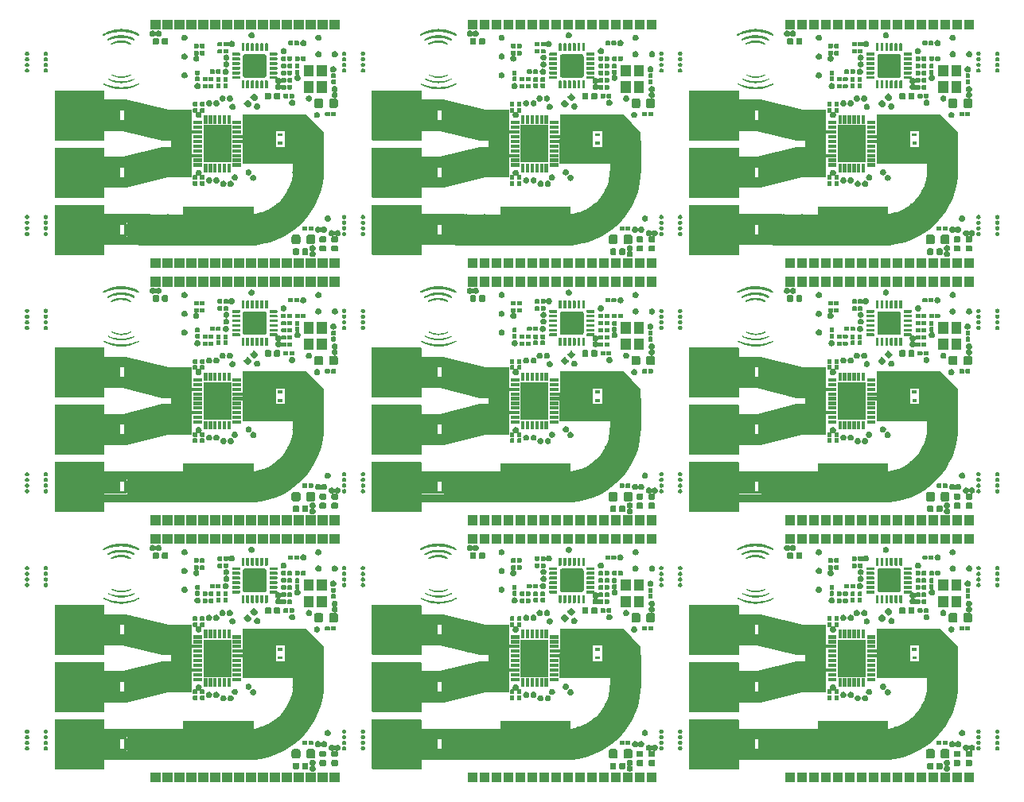
<source format=gbr>
G04 #@! TF.GenerationSoftware,KiCad,Pcbnew,(5.1.4)-1*
G04 #@! TF.CreationDate,2019-11-04T20:33:42-06:00*
G04 #@! TF.ProjectId,rf_panel,72665f70-616e-4656-9c2e-6b696361645f,A*
G04 #@! TF.SameCoordinates,PX811c3f0PY66a06fc*
G04 #@! TF.FileFunction,Soldermask,Top*
G04 #@! TF.FilePolarity,Negative*
%FSLAX46Y46*%
G04 Gerber Fmt 4.6, Leading zero omitted, Abs format (unit mm)*
G04 Created by KiCad (PCBNEW (5.1.4)-1) date 2019-11-04 20:33:42*
%MOMM*%
%LPD*%
G04 APERTURE LIST*
%ADD10C,3.257400*%
%ADD11C,3.317400*%
%ADD12C,0.100000*%
%ADD13C,0.127000*%
%ADD14C,0.101600*%
G04 APERTURE END LIST*
D10*
X54815760Y-22234000D02*
X54815760Y-22234000D01*
X21065760Y-22234000D02*
X21065760Y-22234000D01*
X-12684240Y-22234000D02*
X-12684240Y-22234000D01*
X54815760Y5166000D02*
X54815760Y5166000D01*
X21065760Y5166000D02*
X21065760Y5166000D01*
X-12684240Y5166000D02*
X-12684240Y5166000D01*
X54815760Y32566000D02*
X54815760Y32566000D01*
X21065760Y32566000D02*
X21065760Y32566000D01*
D11*
X54815760Y-22234000D02*
X54152200Y-22234000D01*
X21065760Y-22234000D02*
X20402200Y-22234000D01*
X-12684240Y-22234000D02*
X-13347800Y-22234000D01*
X54815760Y5166000D02*
X54152200Y5166000D01*
X21065760Y5166000D02*
X20402200Y5166000D01*
X-12684240Y5166000D02*
X-13347800Y5166000D01*
X54815760Y32566000D02*
X54152200Y32566000D01*
X21065760Y32566000D02*
X20402200Y32566000D01*
D12*
G36*
X57795452Y-15232000D02*
G01*
X54275255Y-15232000D01*
X54300080Y-9948000D01*
X57795452Y-9948000D01*
X57795452Y-15232000D01*
G37*
G36*
X24045452Y-15232000D02*
G01*
X20525255Y-15232000D01*
X20550080Y-9948000D01*
X24045452Y-9948000D01*
X24045452Y-15232000D01*
G37*
G36*
X-9704548Y-15232000D02*
G01*
X-13224745Y-15232000D01*
X-13199920Y-9948000D01*
X-9704548Y-9948000D01*
X-9704548Y-15232000D01*
G37*
G36*
X57795452Y12168000D02*
G01*
X54275255Y12168000D01*
X54300080Y17452000D01*
X57795452Y17452000D01*
X57795452Y12168000D01*
G37*
G36*
X24045452Y12168000D02*
G01*
X20525255Y12168000D01*
X20550080Y17452000D01*
X24045452Y17452000D01*
X24045452Y12168000D01*
G37*
G36*
X-9704548Y12168000D02*
G01*
X-13224745Y12168000D01*
X-13199920Y17452000D01*
X-9704548Y17452000D01*
X-9704548Y12168000D01*
G37*
G36*
X57795452Y39568000D02*
G01*
X54275255Y39568000D01*
X54300080Y44852000D01*
X57795452Y44852000D01*
X57795452Y39568000D01*
G37*
G36*
X24045452Y39568000D02*
G01*
X20525255Y39568000D01*
X20550080Y44852000D01*
X24045452Y44852000D01*
X24045452Y39568000D01*
G37*
D11*
X55446244Y-22203026D02*
X54815760Y-22234000D01*
X21696244Y-22203026D02*
X21065760Y-22234000D01*
X-12053756Y-22203026D02*
X-12684240Y-22234000D01*
X55446244Y5196974D02*
X54815760Y5166000D01*
X21696244Y5196974D02*
X21065760Y5166000D01*
X-12053756Y5196974D02*
X-12684240Y5166000D01*
X55446244Y32596974D02*
X54815760Y32566000D01*
X21696244Y32596974D02*
X21065760Y32566000D01*
D12*
G36*
X41877379Y-8383300D02*
G01*
X46370418Y-9498000D01*
X48858000Y-9498000D01*
X48858000Y-12774200D01*
X45742240Y-12774200D01*
X41499411Y-11713615D01*
X39477379Y-11713615D01*
X39477379Y-9492000D01*
X41256160Y-9492000D01*
X41256160Y-10592000D01*
X41706160Y-10592000D01*
X41706160Y-9492000D01*
X41256160Y-9492000D01*
X39477379Y-9492000D01*
X39477379Y-8383300D01*
X41877379Y-8383300D01*
G37*
G36*
X8127379Y-8383300D02*
G01*
X12620418Y-9498000D01*
X15108000Y-9498000D01*
X15108000Y-12774200D01*
X11992240Y-12774200D01*
X7749411Y-11713615D01*
X5727379Y-11713615D01*
X5727379Y-9492000D01*
X7506160Y-9492000D01*
X7506160Y-10592000D01*
X7956160Y-10592000D01*
X7956160Y-9492000D01*
X7506160Y-9492000D01*
X5727379Y-9492000D01*
X5727379Y-8383300D01*
X8127379Y-8383300D01*
G37*
G36*
X-25622621Y-8383300D02*
G01*
X-21129582Y-9498000D01*
X-18642000Y-9498000D01*
X-18642000Y-12774200D01*
X-21757760Y-12774200D01*
X-26000589Y-11713615D01*
X-28022621Y-11713615D01*
X-28022621Y-9492000D01*
X-26243840Y-9492000D01*
X-26243840Y-10592000D01*
X-25793840Y-10592000D01*
X-25793840Y-9492000D01*
X-26243840Y-9492000D01*
X-28022621Y-9492000D01*
X-28022621Y-8383300D01*
X-25622621Y-8383300D01*
G37*
G36*
X41877379Y19016700D02*
G01*
X46370418Y17902000D01*
X48858000Y17902000D01*
X48858000Y14625800D01*
X45742240Y14625800D01*
X41499411Y15686385D01*
X39477379Y15686385D01*
X39477379Y17908000D01*
X41256160Y17908000D01*
X41256160Y16808000D01*
X41706160Y16808000D01*
X41706160Y17908000D01*
X41256160Y17908000D01*
X39477379Y17908000D01*
X39477379Y19016700D01*
X41877379Y19016700D01*
G37*
G36*
X8127379Y19016700D02*
G01*
X12620418Y17902000D01*
X15108000Y17902000D01*
X15108000Y14625800D01*
X11992240Y14625800D01*
X7749411Y15686385D01*
X5727379Y15686385D01*
X5727379Y17908000D01*
X7506160Y17908000D01*
X7506160Y16808000D01*
X7956160Y16808000D01*
X7956160Y17908000D01*
X7506160Y17908000D01*
X5727379Y17908000D01*
X5727379Y19016700D01*
X8127379Y19016700D01*
G37*
G36*
X-25622621Y19016700D02*
G01*
X-21129582Y17902000D01*
X-18642000Y17902000D01*
X-18642000Y14625800D01*
X-21757760Y14625800D01*
X-26000589Y15686385D01*
X-28022621Y15686385D01*
X-28022621Y17908000D01*
X-26243840Y17908000D01*
X-26243840Y16808000D01*
X-25793840Y16808000D01*
X-25793840Y17908000D01*
X-26243840Y17908000D01*
X-28022621Y17908000D01*
X-28022621Y19016700D01*
X-25622621Y19016700D01*
G37*
G36*
X41877379Y46416700D02*
G01*
X46370418Y45302000D01*
X48858000Y45302000D01*
X48858000Y42025800D01*
X45742240Y42025800D01*
X41499411Y43086385D01*
X39477379Y43086385D01*
X39477379Y45308000D01*
X41256160Y45308000D01*
X41256160Y44208000D01*
X41706160Y44208000D01*
X41706160Y45308000D01*
X41256160Y45308000D01*
X39477379Y45308000D01*
X39477379Y46416700D01*
X41877379Y46416700D01*
G37*
G36*
X8127379Y46416700D02*
G01*
X12620418Y45302000D01*
X15108000Y45302000D01*
X15108000Y42025800D01*
X11992240Y42025800D01*
X7749411Y43086385D01*
X5727379Y43086385D01*
X5727379Y45308000D01*
X7506160Y45308000D01*
X7506160Y44208000D01*
X7956160Y44208000D01*
X7956160Y45308000D01*
X7506160Y45308000D01*
X5727379Y45308000D01*
X5727379Y46416700D01*
X8127379Y46416700D01*
G37*
G36*
X62276852Y-12592652D02*
G01*
X62279392Y-13023182D01*
X60539700Y-13025722D01*
X60539700Y-11554000D01*
X61248152Y-11551252D01*
X62276852Y-12592652D01*
G37*
G36*
X28526852Y-12592652D02*
G01*
X28529392Y-13023182D01*
X26789700Y-13025722D01*
X26789700Y-11554000D01*
X27498152Y-11551252D01*
X28526852Y-12592652D01*
G37*
G36*
X-5223148Y-12592652D02*
G01*
X-5220608Y-13023182D01*
X-6960300Y-13025722D01*
X-6960300Y-11554000D01*
X-6251848Y-11551252D01*
X-5223148Y-12592652D01*
G37*
G36*
X62276852Y14807348D02*
G01*
X62279392Y14376818D01*
X60539700Y14374278D01*
X60539700Y15846000D01*
X61248152Y15848748D01*
X62276852Y14807348D01*
G37*
G36*
X28526852Y14807348D02*
G01*
X28529392Y14376818D01*
X26789700Y14374278D01*
X26789700Y15846000D01*
X27498152Y15848748D01*
X28526852Y14807348D01*
G37*
G36*
X-5223148Y14807348D02*
G01*
X-5220608Y14376818D01*
X-6960300Y14374278D01*
X-6960300Y15846000D01*
X-6251848Y15848748D01*
X-5223148Y14807348D01*
G37*
G36*
X62276852Y42207348D02*
G01*
X62279392Y41776818D01*
X60539700Y41774278D01*
X60539700Y43246000D01*
X61248152Y43248748D01*
X62276852Y42207348D01*
G37*
G36*
X28526852Y42207348D02*
G01*
X28529392Y41776818D01*
X26789700Y41774278D01*
X26789700Y43246000D01*
X27498152Y43248748D01*
X28526852Y42207348D01*
G37*
D11*
X61248152Y-15801608D02*
X61248152Y-13024452D01*
X27498152Y-15801608D02*
X27498152Y-13024452D01*
X-6251848Y-15801608D02*
X-6251848Y-13024452D01*
X61248152Y11598392D02*
X61248152Y14375548D01*
X27498152Y11598392D02*
X27498152Y14375548D01*
X-6251848Y11598392D02*
X-6251848Y14375548D01*
X61248152Y38998392D02*
X61248152Y41775548D01*
X27498152Y38998392D02*
X27498152Y41775548D01*
X54815760Y-22234000D02*
X43410452Y-22234000D01*
X21065760Y-22234000D02*
X9660452Y-22234000D01*
X-12684240Y-22234000D02*
X-24089548Y-22234000D01*
X54815760Y5166000D02*
X43410452Y5166000D01*
X21065760Y5166000D02*
X9660452Y5166000D01*
X-12684240Y5166000D02*
X-24089548Y5166000D01*
X54815760Y32566000D02*
X43410452Y32566000D01*
X21065760Y32566000D02*
X9660452Y32566000D01*
D12*
G36*
X62906852Y-11893452D02*
G01*
X62906852Y-15232000D01*
X57618452Y-15232000D01*
X57618452Y-13702000D01*
X59007452Y-13702000D01*
X59007452Y-11471653D01*
X57776852Y-11471653D01*
X57795452Y-9948000D01*
X61071452Y-9948000D01*
X62906852Y-11893452D01*
G37*
G36*
X29156852Y-11893452D02*
G01*
X29156852Y-15232000D01*
X23868452Y-15232000D01*
X23868452Y-13702000D01*
X25257452Y-13702000D01*
X25257452Y-11471653D01*
X24026852Y-11471653D01*
X24045452Y-9948000D01*
X27321452Y-9948000D01*
X29156852Y-11893452D01*
G37*
G36*
X-4593148Y-11893452D02*
G01*
X-4593148Y-15232000D01*
X-9881548Y-15232000D01*
X-9881548Y-13702000D01*
X-8492548Y-13702000D01*
X-8492548Y-11471653D01*
X-9723148Y-11471653D01*
X-9704548Y-9948000D01*
X-6428548Y-9948000D01*
X-4593148Y-11893452D01*
G37*
G36*
X62906852Y15506548D02*
G01*
X62906852Y12168000D01*
X57618452Y12168000D01*
X57618452Y13698000D01*
X59007452Y13698000D01*
X59007452Y15928347D01*
X57776852Y15928347D01*
X57795452Y17452000D01*
X61071452Y17452000D01*
X62906852Y15506548D01*
G37*
G36*
X29156852Y15506548D02*
G01*
X29156852Y12168000D01*
X23868452Y12168000D01*
X23868452Y13698000D01*
X25257452Y13698000D01*
X25257452Y15928347D01*
X24026852Y15928347D01*
X24045452Y17452000D01*
X27321452Y17452000D01*
X29156852Y15506548D01*
G37*
G36*
X-4593148Y15506548D02*
G01*
X-4593148Y12168000D01*
X-9881548Y12168000D01*
X-9881548Y13698000D01*
X-8492548Y13698000D01*
X-8492548Y15928347D01*
X-9723148Y15928347D01*
X-9704548Y17452000D01*
X-6428548Y17452000D01*
X-4593148Y15506548D01*
G37*
G36*
X62906852Y42906548D02*
G01*
X62906852Y39568000D01*
X57618452Y39568000D01*
X57618452Y41098000D01*
X59007452Y41098000D01*
X59007452Y43328347D01*
X57776852Y43328347D01*
X57795452Y44852000D01*
X61071452Y44852000D01*
X62906852Y42906548D01*
G37*
G36*
X29156852Y42906548D02*
G01*
X29156852Y39568000D01*
X23868452Y39568000D01*
X23868452Y41098000D01*
X25257452Y41098000D01*
X25257452Y43328347D01*
X24026852Y43328347D01*
X24045452Y44852000D01*
X27321452Y44852000D01*
X29156852Y42906548D01*
G37*
G36*
X41558412Y-14466396D02*
G01*
X45742240Y-13409600D01*
X46675000Y-13409600D01*
X46675000Y-12539100D01*
X48858000Y-12539100D01*
X48858000Y-16684509D01*
X46335983Y-16684509D01*
X41934860Y-17796700D01*
X39489379Y-17796700D01*
X39489379Y-15588001D01*
X41256161Y-15588001D01*
X41256161Y-16688001D01*
X41706161Y-16688001D01*
X41706161Y-15588001D01*
X41256161Y-15588001D01*
X39489379Y-15588001D01*
X39489379Y-14466396D01*
X41558412Y-14466396D01*
G37*
G36*
X7808412Y-14466396D02*
G01*
X11992240Y-13409600D01*
X12925000Y-13409600D01*
X12925000Y-12539100D01*
X15108000Y-12539100D01*
X15108000Y-16684509D01*
X12585983Y-16684509D01*
X8184860Y-17796700D01*
X5739379Y-17796700D01*
X5739379Y-15588001D01*
X7506161Y-15588001D01*
X7506161Y-16688001D01*
X7956161Y-16688001D01*
X7956161Y-15588001D01*
X7506161Y-15588001D01*
X5739379Y-15588001D01*
X5739379Y-14466396D01*
X7808412Y-14466396D01*
G37*
G36*
X-25941588Y-14466396D02*
G01*
X-21757760Y-13409600D01*
X-20825000Y-13409600D01*
X-20825000Y-12539100D01*
X-18642000Y-12539100D01*
X-18642000Y-16684509D01*
X-21164017Y-16684509D01*
X-25565140Y-17796700D01*
X-28010621Y-17796700D01*
X-28010621Y-15588001D01*
X-26243839Y-15588001D01*
X-26243839Y-16688001D01*
X-25793839Y-16688001D01*
X-25793839Y-15588001D01*
X-26243839Y-15588001D01*
X-28010621Y-15588001D01*
X-28010621Y-14466396D01*
X-25941588Y-14466396D01*
G37*
G36*
X41558412Y12933604D02*
G01*
X45742240Y13990400D01*
X46675000Y13990400D01*
X46675000Y14860900D01*
X48858000Y14860900D01*
X48858000Y10715491D01*
X46335983Y10715491D01*
X41934860Y9603300D01*
X39489379Y9603300D01*
X39489379Y11811999D01*
X41256161Y11811999D01*
X41256161Y10711999D01*
X41706161Y10711999D01*
X41706161Y11811999D01*
X41256161Y11811999D01*
X39489379Y11811999D01*
X39489379Y12933604D01*
X41558412Y12933604D01*
G37*
G36*
X7808412Y12933604D02*
G01*
X11992240Y13990400D01*
X12925000Y13990400D01*
X12925000Y14860900D01*
X15108000Y14860900D01*
X15108000Y10715491D01*
X12585983Y10715491D01*
X8184860Y9603300D01*
X5739379Y9603300D01*
X5739379Y11811999D01*
X7506161Y11811999D01*
X7506161Y10711999D01*
X7956161Y10711999D01*
X7956161Y11811999D01*
X7506161Y11811999D01*
X5739379Y11811999D01*
X5739379Y12933604D01*
X7808412Y12933604D01*
G37*
G36*
X-25941588Y12933604D02*
G01*
X-21757760Y13990400D01*
X-20825000Y13990400D01*
X-20825000Y14860900D01*
X-18642000Y14860900D01*
X-18642000Y10715491D01*
X-21164017Y10715491D01*
X-25565140Y9603300D01*
X-28010621Y9603300D01*
X-28010621Y11811999D01*
X-26243839Y11811999D01*
X-26243839Y10711999D01*
X-25793839Y10711999D01*
X-25793839Y11811999D01*
X-26243839Y11811999D01*
X-28010621Y11811999D01*
X-28010621Y12933604D01*
X-25941588Y12933604D01*
G37*
G36*
X41558412Y40333604D02*
G01*
X45742240Y41390400D01*
X46675000Y41390400D01*
X46675000Y42260900D01*
X48858000Y42260900D01*
X48858000Y38115491D01*
X46335983Y38115491D01*
X41934860Y37003300D01*
X39489379Y37003300D01*
X39489379Y39211999D01*
X41256161Y39211999D01*
X41256161Y38111999D01*
X41706161Y38111999D01*
X41706161Y39211999D01*
X41256161Y39211999D01*
X39489379Y39211999D01*
X39489379Y40333604D01*
X41558412Y40333604D01*
G37*
G36*
X7808412Y40333604D02*
G01*
X11992240Y41390400D01*
X12925000Y41390400D01*
X12925000Y42260900D01*
X15108000Y42260900D01*
X15108000Y38115491D01*
X12585983Y38115491D01*
X8184860Y37003300D01*
X5739379Y37003300D01*
X5739379Y39211999D01*
X7506161Y39211999D01*
X7506161Y38111999D01*
X7956161Y38111999D01*
X7956161Y39211999D01*
X7506161Y39211999D01*
X5739379Y39211999D01*
X5739379Y40333604D01*
X7808412Y40333604D01*
G37*
G36*
X44173160Y-23892755D02*
G01*
X39488646Y-23892755D01*
X39491160Y-22997300D01*
X44173160Y-22997300D01*
X44173160Y-23892755D01*
G37*
G36*
X10423160Y-23892755D02*
G01*
X5738646Y-23892755D01*
X5741160Y-22997300D01*
X10423160Y-22997300D01*
X10423160Y-23892755D01*
G37*
G36*
X-23326840Y-23892755D02*
G01*
X-28011354Y-23892755D01*
X-28008840Y-22997300D01*
X-23326840Y-22997300D01*
X-23326840Y-23892755D01*
G37*
G36*
X44173160Y3507245D02*
G01*
X39488646Y3507245D01*
X39491160Y4402700D01*
X44173160Y4402700D01*
X44173160Y3507245D01*
G37*
G36*
X10423160Y3507245D02*
G01*
X5738646Y3507245D01*
X5741160Y4402700D01*
X10423160Y4402700D01*
X10423160Y3507245D01*
G37*
G36*
X-23326840Y3507245D02*
G01*
X-28011354Y3507245D01*
X-28008840Y4402700D01*
X-23326840Y4402700D01*
X-23326840Y3507245D01*
G37*
G36*
X44173160Y30907245D02*
G01*
X39488646Y30907245D01*
X39491160Y31802700D01*
X44173160Y31802700D01*
X44173160Y30907245D01*
G37*
G36*
X10423160Y30907245D02*
G01*
X5738646Y30907245D01*
X5741160Y31802700D01*
X10423160Y31802700D01*
X10423160Y30907245D01*
G37*
G36*
X44173160Y-21472000D02*
G01*
X39491160Y-21472000D01*
X39491160Y-20575300D01*
X44198200Y-20575300D01*
X44173160Y-21472000D01*
G37*
G36*
X10423160Y-21472000D02*
G01*
X5741160Y-21472000D01*
X5741160Y-20575300D01*
X10448200Y-20575300D01*
X10423160Y-21472000D01*
G37*
G36*
X-23326840Y-21472000D02*
G01*
X-28008840Y-21472000D01*
X-28008840Y-20575300D01*
X-23301800Y-20575300D01*
X-23326840Y-21472000D01*
G37*
G36*
X44173160Y5928000D02*
G01*
X39491160Y5928000D01*
X39491160Y6824700D01*
X44198200Y6824700D01*
X44173160Y5928000D01*
G37*
G36*
X10423160Y5928000D02*
G01*
X5741160Y5928000D01*
X5741160Y6824700D01*
X10448200Y6824700D01*
X10423160Y5928000D01*
G37*
G36*
X-23326840Y5928000D02*
G01*
X-28008840Y5928000D01*
X-28008840Y6824700D01*
X-23301800Y6824700D01*
X-23326840Y5928000D01*
G37*
G36*
X44173160Y33328000D02*
G01*
X39491160Y33328000D01*
X39491160Y34224700D01*
X44198200Y34224700D01*
X44173160Y33328000D01*
G37*
G36*
X10423160Y33328000D02*
G01*
X5741160Y33328000D01*
X5741160Y34224700D01*
X10448200Y34224700D01*
X10423160Y33328000D01*
G37*
D11*
X56682984Y-21957023D02*
X56070657Y-22110403D01*
X22932984Y-21957023D02*
X22320657Y-22110403D01*
X-10817016Y-21957023D02*
X-11429343Y-22110403D01*
X56682984Y5442977D02*
X56070657Y5289597D01*
X22932984Y5442977D02*
X22320657Y5289597D01*
X-10817016Y5442977D02*
X-11429343Y5289597D01*
X56682984Y32842977D02*
X56070657Y32689597D01*
X22932984Y32842977D02*
X22320657Y32689597D01*
X57847968Y-21474471D02*
X57277329Y-21744363D01*
X24097968Y-21474471D02*
X23527329Y-21744363D01*
X-9652032Y-21474471D02*
X-10222671Y-21744363D01*
X57847968Y5925529D02*
X57277329Y5655637D01*
X24097968Y5925529D02*
X23527329Y5655637D01*
X-9652032Y5925529D02*
X-10222671Y5655637D01*
X57847968Y33325529D02*
X57277329Y33055637D01*
X24097968Y33325529D02*
X23527329Y33055637D01*
X60488623Y-18833816D02*
X60164098Y-19375253D01*
X26738623Y-18833816D02*
X26414098Y-19375253D01*
X-7011377Y-18833816D02*
X-7335902Y-19375253D01*
X60488623Y8566184D02*
X60164098Y8024747D01*
X26738623Y8566184D02*
X26414098Y8024747D01*
X-7011377Y8566184D02*
X-7335902Y8024747D01*
X60488623Y35966184D02*
X60164098Y35424747D01*
X26738623Y35966184D02*
X26414098Y35424747D01*
X58896426Y-20773914D02*
X58389405Y-21149946D01*
X25146426Y-20773914D02*
X24639405Y-21149946D01*
X-8603574Y-20773914D02*
X-9110595Y-21149946D01*
X58896426Y6626086D02*
X58389405Y6250054D01*
X25146426Y6626086D02*
X24639405Y6250054D01*
X-8603574Y6626086D02*
X-9110595Y6250054D01*
X58896426Y34026086D02*
X58389405Y33650054D01*
X25146426Y34026086D02*
X24639405Y33650054D01*
X59788066Y-19882274D02*
X59364148Y-20349996D01*
X26038066Y-19882274D02*
X25614148Y-20349996D01*
X-7711934Y-19882274D02*
X-8135852Y-20349996D01*
X59788066Y7517726D02*
X59364148Y7050004D01*
X26038066Y7517726D02*
X25614148Y7050004D01*
X-7711934Y7517726D02*
X-8135852Y7050004D01*
X59788066Y34917726D02*
X59364148Y34450004D01*
X26038066Y34917726D02*
X25614148Y34450004D01*
X61217178Y-16432092D02*
X61124555Y-17056505D01*
X27467178Y-16432092D02*
X27374555Y-17056505D01*
X-6282822Y-16432092D02*
X-6375445Y-17056505D01*
X61217178Y10967908D02*
X61124555Y10343495D01*
X27467178Y10967908D02*
X27374555Y10343495D01*
X-6282822Y10967908D02*
X-6375445Y10343495D01*
X61217178Y38367908D02*
X61124555Y37743495D01*
X27467178Y38367908D02*
X27374555Y37743495D01*
X61124555Y-17056505D02*
X60971175Y-17668832D01*
X27374555Y-17056505D02*
X27221175Y-17668832D01*
X-6375445Y-17056505D02*
X-6528825Y-17668832D01*
X61124555Y10343495D02*
X60971175Y9731168D01*
X27374555Y10343495D02*
X27221175Y9731168D01*
X-6375445Y10343495D02*
X-6528825Y9731168D01*
X61124555Y37743495D02*
X60971175Y37131168D01*
X27374555Y37743495D02*
X27221175Y37131168D01*
X61248152Y-13024452D02*
X61248152Y-15801608D01*
X27498152Y-13024452D02*
X27498152Y-15801608D01*
X-6251848Y-13024452D02*
X-6251848Y-15801608D01*
X61248152Y14375548D02*
X61248152Y11598392D01*
X27498152Y14375548D02*
X27498152Y11598392D01*
X-6251848Y14375548D02*
X-6251848Y11598392D01*
X61248152Y41775548D02*
X61248152Y38998392D01*
X27498152Y41775548D02*
X27498152Y38998392D01*
X58389405Y-21149946D02*
X57847968Y-21474471D01*
X24639405Y-21149946D02*
X24097968Y-21474471D01*
X-9110595Y-21149946D02*
X-9652032Y-21474471D01*
X58389405Y6250054D02*
X57847968Y5925529D01*
X24639405Y6250054D02*
X24097968Y5925529D01*
X-9110595Y6250054D02*
X-9652032Y5925529D01*
X58389405Y33650054D02*
X57847968Y33325529D01*
X24639405Y33650054D02*
X24097968Y33325529D01*
X57277329Y-21744363D02*
X56682984Y-21957023D01*
X23527329Y-21744363D02*
X22932984Y-21957023D01*
X-10222671Y-21744363D02*
X-10817016Y-21957023D01*
X57277329Y5655637D02*
X56682984Y5442977D01*
X23527329Y5655637D02*
X22932984Y5442977D01*
X-10222671Y5655637D02*
X-10817016Y5442977D01*
X57277329Y33055637D02*
X56682984Y32842977D01*
X23527329Y33055637D02*
X22932984Y32842977D01*
X60164098Y-19375253D02*
X59788066Y-19882274D01*
X26414098Y-19375253D02*
X26038066Y-19882274D01*
X-7335902Y-19375253D02*
X-7711934Y-19882274D01*
X60164098Y8024747D02*
X59788066Y7517726D01*
X26414098Y8024747D02*
X26038066Y7517726D01*
X-7335902Y8024747D02*
X-7711934Y7517726D01*
X60164098Y35424747D02*
X59788066Y34917726D01*
X26414098Y35424747D02*
X26038066Y34917726D01*
X61248152Y-15801608D02*
X61217178Y-16432092D01*
X27498152Y-15801608D02*
X27467178Y-16432092D01*
X-6251848Y-15801608D02*
X-6282822Y-16432092D01*
X61248152Y11598392D02*
X61217178Y10967908D01*
X27498152Y11598392D02*
X27467178Y10967908D01*
X-6251848Y11598392D02*
X-6282822Y10967908D01*
X61248152Y38998392D02*
X61217178Y38367908D01*
X27498152Y38998392D02*
X27467178Y38367908D01*
X59364148Y-20349996D02*
X58896426Y-20773914D01*
X25614148Y-20349996D02*
X25146426Y-20773914D01*
X-8135852Y-20349996D02*
X-8603574Y-20773914D01*
X59364148Y7050004D02*
X58896426Y6626086D01*
X25614148Y7050004D02*
X25146426Y6626086D01*
X-8135852Y7050004D02*
X-8603574Y6626086D01*
X59364148Y34450004D02*
X58896426Y34026086D01*
X25614148Y34450004D02*
X25146426Y34026086D01*
X60971175Y-17668832D02*
X60758515Y-18263177D01*
X27221175Y-17668832D02*
X27008515Y-18263177D01*
X-6528825Y-17668832D02*
X-6741485Y-18263177D01*
X60971175Y9731168D02*
X60758515Y9136823D01*
X27221175Y9731168D02*
X27008515Y9136823D01*
X-6528825Y9731168D02*
X-6741485Y9136823D01*
X60971175Y37131168D02*
X60758515Y36536823D01*
X27221175Y37131168D02*
X27008515Y36536823D01*
X56070657Y-22110403D02*
X55446244Y-22203026D01*
X22320657Y-22110403D02*
X21696244Y-22203026D01*
X-11429343Y-22110403D02*
X-12053756Y-22203026D01*
X56070657Y5289597D02*
X55446244Y5196974D01*
X22320657Y5289597D02*
X21696244Y5196974D01*
X-11429343Y5289597D02*
X-12053756Y5196974D01*
X56070657Y32689597D02*
X55446244Y32596974D01*
X22320657Y32689597D02*
X21696244Y32596974D01*
X60758515Y-18263177D02*
X60488623Y-18833816D01*
X27008515Y-18263177D02*
X26738623Y-18833816D01*
X-6741485Y-18263177D02*
X-7011377Y-18833816D01*
X60758515Y9136823D02*
X60488623Y8566184D01*
X27008515Y9136823D02*
X26738623Y8566184D01*
X-6741485Y9136823D02*
X-7011377Y8566184D01*
X60758515Y36536823D02*
X60488623Y35966184D01*
X27008515Y36536823D02*
X26738623Y35966184D01*
D12*
G36*
X55450981Y-21209541D02*
G01*
X54215427Y-23851996D01*
X47972427Y-23851996D01*
X47968981Y-19759361D01*
X55450981Y-19759361D01*
X55450981Y-21209541D01*
G37*
G36*
X21700981Y-21209541D02*
G01*
X20465427Y-23851996D01*
X14222427Y-23851996D01*
X14218981Y-19759361D01*
X21700981Y-19759361D01*
X21700981Y-21209541D01*
G37*
G36*
X-12049019Y-21209541D02*
G01*
X-13284573Y-23851996D01*
X-19527573Y-23851996D01*
X-19531019Y-19759361D01*
X-12049019Y-19759361D01*
X-12049019Y-21209541D01*
G37*
G36*
X55450981Y6190459D02*
G01*
X54215427Y3548004D01*
X47972427Y3548004D01*
X47968981Y7640639D01*
X55450981Y7640639D01*
X55450981Y6190459D01*
G37*
G36*
X21700981Y6190459D02*
G01*
X20465427Y3548004D01*
X14222427Y3548004D01*
X14218981Y7640639D01*
X21700981Y7640639D01*
X21700981Y6190459D01*
G37*
G36*
X-12049019Y6190459D02*
G01*
X-13284573Y3548004D01*
X-19527573Y3548004D01*
X-19531019Y7640639D01*
X-12049019Y7640639D01*
X-12049019Y6190459D01*
G37*
G36*
X55450981Y33590459D02*
G01*
X54215427Y30948004D01*
X47972427Y30948004D01*
X47968981Y35040639D01*
X55450981Y35040639D01*
X55450981Y33590459D01*
G37*
G36*
X21700981Y33590459D02*
G01*
X20465427Y30948004D01*
X14222427Y30948004D01*
X14218981Y35040639D01*
X21700981Y35040639D01*
X21700981Y33590459D01*
G37*
D11*
X-7711934Y34917726D02*
X-8135852Y34450004D01*
X-6741485Y36536823D02*
X-7011377Y35966184D01*
X-11429343Y32689597D02*
X-12053756Y32596974D01*
X-8603574Y34026086D02*
X-9110595Y33650054D01*
X-6251848Y38998392D02*
X-6282822Y38367908D01*
X-7335902Y35424747D02*
X-7711934Y34917726D01*
X-6375445Y37743495D02*
X-6528825Y37131168D01*
X-9110595Y33650054D02*
X-9652032Y33325529D01*
X-6251848Y41775548D02*
X-6251848Y38998392D01*
X-6282822Y38367908D02*
X-6375445Y37743495D01*
X-6528825Y37131168D02*
X-6741485Y36536823D01*
X-8135852Y34450004D02*
X-8603574Y34026086D01*
X-7011377Y35966184D02*
X-7335902Y35424747D01*
X-9652032Y33325529D02*
X-10222671Y33055637D01*
X-10222671Y33055637D02*
X-10817016Y32842977D01*
X-10817016Y32842977D02*
X-11429343Y32689597D01*
D12*
G36*
X-23326840Y33328000D02*
G01*
X-28008840Y33328000D01*
X-28008840Y34224700D01*
X-23301800Y34224700D01*
X-23326840Y33328000D01*
G37*
G36*
X-23326840Y30907245D02*
G01*
X-28011354Y30907245D01*
X-28008840Y31802700D01*
X-23326840Y31802700D01*
X-23326840Y30907245D01*
G37*
G36*
X-25941588Y40333604D02*
G01*
X-21757760Y41390400D01*
X-20825000Y41390400D01*
X-20825000Y42260900D01*
X-18642000Y42260900D01*
X-18642000Y38115491D01*
X-21164017Y38115491D01*
X-25565140Y37003300D01*
X-28010621Y37003300D01*
X-28010621Y39211999D01*
X-26243839Y39211999D01*
X-26243839Y38111999D01*
X-25793839Y38111999D01*
X-25793839Y39211999D01*
X-26243839Y39211999D01*
X-28010621Y39211999D01*
X-28010621Y40333604D01*
X-25941588Y40333604D01*
G37*
G36*
X-4593148Y42906548D02*
G01*
X-4593148Y39568000D01*
X-9881548Y39568000D01*
X-9881548Y41098000D01*
X-8492548Y41098000D01*
X-8492548Y43328347D01*
X-9723148Y43328347D01*
X-9704548Y44852000D01*
X-6428548Y44852000D01*
X-4593148Y42906548D01*
G37*
G36*
X-12049019Y33590459D02*
G01*
X-13284573Y30948004D01*
X-19527573Y30948004D01*
X-19531019Y35040639D01*
X-12049019Y35040639D01*
X-12049019Y33590459D01*
G37*
D11*
X-12684240Y32566000D02*
X-24089548Y32566000D01*
X-12684240Y32566000D02*
X-13347800Y32566000D01*
D10*
X-12684240Y32566000D02*
X-12684240Y32566000D01*
D11*
X-12053756Y32596974D02*
X-12684240Y32566000D01*
X-6251848Y38998392D02*
X-6251848Y41775548D01*
D12*
G36*
X-9704548Y39568000D02*
G01*
X-13224745Y39568000D01*
X-13199920Y44852000D01*
X-9704548Y44852000D01*
X-9704548Y39568000D01*
G37*
G36*
X-25622621Y46416700D02*
G01*
X-21129582Y45302000D01*
X-18642000Y45302000D01*
X-18642000Y42025800D01*
X-21757760Y42025800D01*
X-26000589Y43086385D01*
X-28022621Y43086385D01*
X-28022621Y45308000D01*
X-26243840Y45308000D01*
X-26243840Y44208000D01*
X-25793840Y44208000D01*
X-25793840Y45308000D01*
X-26243840Y45308000D01*
X-28022621Y45308000D01*
X-28022621Y46416700D01*
X-25622621Y46416700D01*
G37*
G36*
X-5223148Y42207348D02*
G01*
X-5220608Y41776818D01*
X-6960300Y41774278D01*
X-6960300Y43246000D01*
X-6251848Y43248748D01*
X-5223148Y42207348D01*
G37*
G36*
X39506160Y-12642000D02*
G01*
X34306160Y-12642000D01*
X34306160Y-7442000D01*
X39496160Y-7452000D01*
X39506160Y-12642000D01*
G37*
X39506160Y-12642000D02*
X34306160Y-12642000D01*
X34306160Y-7442000D01*
X39496160Y-7452000D01*
X39506160Y-12642000D01*
G36*
X39277460Y-10804000D02*
G01*
X41957160Y-10804000D01*
X41957160Y-9280000D01*
X41224160Y-9280000D01*
X41224160Y-9534000D01*
X41681360Y-9534000D01*
X41681360Y-10550000D01*
X41274960Y-10550000D01*
X41274960Y-9534000D01*
X41224160Y-9534000D01*
X41224160Y-9280000D01*
X39277460Y-9280000D01*
X39277460Y-10804000D01*
G37*
G36*
X5756160Y-12642000D02*
G01*
X556160Y-12642000D01*
X556160Y-7442000D01*
X5746160Y-7452000D01*
X5756160Y-12642000D01*
G37*
X5756160Y-12642000D02*
X556160Y-12642000D01*
X556160Y-7442000D01*
X5746160Y-7452000D01*
X5756160Y-12642000D01*
G36*
X5527460Y-10804000D02*
G01*
X8207160Y-10804000D01*
X8207160Y-9280000D01*
X7474160Y-9280000D01*
X7474160Y-9534000D01*
X7931360Y-9534000D01*
X7931360Y-10550000D01*
X7524960Y-10550000D01*
X7524960Y-9534000D01*
X7474160Y-9534000D01*
X7474160Y-9280000D01*
X5527460Y-9280000D01*
X5527460Y-10804000D01*
G37*
G36*
X-27993840Y-12642000D02*
G01*
X-33193840Y-12642000D01*
X-33193840Y-7442000D01*
X-28003840Y-7452000D01*
X-27993840Y-12642000D01*
G37*
X-27993840Y-12642000D02*
X-33193840Y-12642000D01*
X-33193840Y-7442000D01*
X-28003840Y-7452000D01*
X-27993840Y-12642000D01*
G36*
X-28222540Y-10804000D02*
G01*
X-25542840Y-10804000D01*
X-25542840Y-9280000D01*
X-26275840Y-9280000D01*
X-26275840Y-9534000D01*
X-25818640Y-9534000D01*
X-25818640Y-10550000D01*
X-26225040Y-10550000D01*
X-26225040Y-9534000D01*
X-26275840Y-9534000D01*
X-26275840Y-9280000D01*
X-28222540Y-9280000D01*
X-28222540Y-10804000D01*
G37*
G36*
X39506160Y14758000D02*
G01*
X34306160Y14758000D01*
X34306160Y19958000D01*
X39496160Y19948000D01*
X39506160Y14758000D01*
G37*
X39506160Y14758000D02*
X34306160Y14758000D01*
X34306160Y19958000D01*
X39496160Y19948000D01*
X39506160Y14758000D01*
G36*
X39277460Y16596000D02*
G01*
X41957160Y16596000D01*
X41957160Y18120000D01*
X41224160Y18120000D01*
X41224160Y17866000D01*
X41681360Y17866000D01*
X41681360Y16850000D01*
X41274960Y16850000D01*
X41274960Y17866000D01*
X41224160Y17866000D01*
X41224160Y18120000D01*
X39277460Y18120000D01*
X39277460Y16596000D01*
G37*
G36*
X5756160Y14758000D02*
G01*
X556160Y14758000D01*
X556160Y19958000D01*
X5746160Y19948000D01*
X5756160Y14758000D01*
G37*
X5756160Y14758000D02*
X556160Y14758000D01*
X556160Y19958000D01*
X5746160Y19948000D01*
X5756160Y14758000D01*
G36*
X5527460Y16596000D02*
G01*
X8207160Y16596000D01*
X8207160Y18120000D01*
X7474160Y18120000D01*
X7474160Y17866000D01*
X7931360Y17866000D01*
X7931360Y16850000D01*
X7524960Y16850000D01*
X7524960Y17866000D01*
X7474160Y17866000D01*
X7474160Y18120000D01*
X5527460Y18120000D01*
X5527460Y16596000D01*
G37*
G36*
X-27993840Y14758000D02*
G01*
X-33193840Y14758000D01*
X-33193840Y19958000D01*
X-28003840Y19948000D01*
X-27993840Y14758000D01*
G37*
X-27993840Y14758000D02*
X-33193840Y14758000D01*
X-33193840Y19958000D01*
X-28003840Y19948000D01*
X-27993840Y14758000D01*
G36*
X-28222540Y16596000D02*
G01*
X-25542840Y16596000D01*
X-25542840Y18120000D01*
X-26275840Y18120000D01*
X-26275840Y17866000D01*
X-25818640Y17866000D01*
X-25818640Y16850000D01*
X-26225040Y16850000D01*
X-26225040Y17866000D01*
X-26275840Y17866000D01*
X-26275840Y18120000D01*
X-28222540Y18120000D01*
X-28222540Y16596000D01*
G37*
G36*
X39506160Y42158000D02*
G01*
X34306160Y42158000D01*
X34306160Y47358000D01*
X39496160Y47348000D01*
X39506160Y42158000D01*
G37*
X39506160Y42158000D02*
X34306160Y42158000D01*
X34306160Y47358000D01*
X39496160Y47348000D01*
X39506160Y42158000D01*
G36*
X39277460Y43996000D02*
G01*
X41957160Y43996000D01*
X41957160Y45520000D01*
X41224160Y45520000D01*
X41224160Y45266000D01*
X41681360Y45266000D01*
X41681360Y44250000D01*
X41274960Y44250000D01*
X41274960Y45266000D01*
X41224160Y45266000D01*
X41224160Y45520000D01*
X39277460Y45520000D01*
X39277460Y43996000D01*
G37*
G36*
X5756160Y42158000D02*
G01*
X556160Y42158000D01*
X556160Y47358000D01*
X5746160Y47348000D01*
X5756160Y42158000D01*
G37*
X5756160Y42158000D02*
X556160Y42158000D01*
X556160Y47358000D01*
X5746160Y47348000D01*
X5756160Y42158000D01*
G36*
X5527460Y43996000D02*
G01*
X8207160Y43996000D01*
X8207160Y45520000D01*
X7474160Y45520000D01*
X7474160Y45266000D01*
X7931360Y45266000D01*
X7931360Y44250000D01*
X7524960Y44250000D01*
X7524960Y45266000D01*
X7474160Y45266000D01*
X7474160Y45520000D01*
X5527460Y45520000D01*
X5527460Y43996000D01*
G37*
G36*
X39506160Y-18738000D02*
G01*
X34306160Y-18738000D01*
X34306160Y-13538000D01*
X39496160Y-13548000D01*
X39506160Y-18738000D01*
G37*
X39506160Y-18738000D02*
X34306160Y-18738000D01*
X34306160Y-13538000D01*
X39496160Y-13548000D01*
X39506160Y-18738000D01*
G36*
X39277460Y-16900000D02*
G01*
X41957160Y-16900000D01*
X41957160Y-15376000D01*
X41224160Y-15376000D01*
X41224160Y-15630000D01*
X41681360Y-15630000D01*
X41681360Y-16646000D01*
X41274960Y-16646000D01*
X41274960Y-15630000D01*
X41224160Y-15630000D01*
X41224160Y-15376000D01*
X39277460Y-15376000D01*
X39277460Y-16900000D01*
G37*
G36*
X5756160Y-18738000D02*
G01*
X556160Y-18738000D01*
X556160Y-13538000D01*
X5746160Y-13548000D01*
X5756160Y-18738000D01*
G37*
X5756160Y-18738000D02*
X556160Y-18738000D01*
X556160Y-13538000D01*
X5746160Y-13548000D01*
X5756160Y-18738000D01*
G36*
X5527460Y-16900000D02*
G01*
X8207160Y-16900000D01*
X8207160Y-15376000D01*
X7474160Y-15376000D01*
X7474160Y-15630000D01*
X7931360Y-15630000D01*
X7931360Y-16646000D01*
X7524960Y-16646000D01*
X7524960Y-15630000D01*
X7474160Y-15630000D01*
X7474160Y-15376000D01*
X5527460Y-15376000D01*
X5527460Y-16900000D01*
G37*
G36*
X-27993840Y-18738000D02*
G01*
X-33193840Y-18738000D01*
X-33193840Y-13538000D01*
X-28003840Y-13548000D01*
X-27993840Y-18738000D01*
G37*
X-27993840Y-18738000D02*
X-33193840Y-18738000D01*
X-33193840Y-13538000D01*
X-28003840Y-13548000D01*
X-27993840Y-18738000D01*
G36*
X-28222540Y-16900000D02*
G01*
X-25542840Y-16900000D01*
X-25542840Y-15376000D01*
X-26275840Y-15376000D01*
X-26275840Y-15630000D01*
X-25818640Y-15630000D01*
X-25818640Y-16646000D01*
X-26225040Y-16646000D01*
X-26225040Y-15630000D01*
X-26275840Y-15630000D01*
X-26275840Y-15376000D01*
X-28222540Y-15376000D01*
X-28222540Y-16900000D01*
G37*
G36*
X39506160Y8662000D02*
G01*
X34306160Y8662000D01*
X34306160Y13862000D01*
X39496160Y13852000D01*
X39506160Y8662000D01*
G37*
X39506160Y8662000D02*
X34306160Y8662000D01*
X34306160Y13862000D01*
X39496160Y13852000D01*
X39506160Y8662000D01*
G36*
X39277460Y10500000D02*
G01*
X41957160Y10500000D01*
X41957160Y12024000D01*
X41224160Y12024000D01*
X41224160Y11770000D01*
X41681360Y11770000D01*
X41681360Y10754000D01*
X41274960Y10754000D01*
X41274960Y11770000D01*
X41224160Y11770000D01*
X41224160Y12024000D01*
X39277460Y12024000D01*
X39277460Y10500000D01*
G37*
G36*
X5756160Y8662000D02*
G01*
X556160Y8662000D01*
X556160Y13862000D01*
X5746160Y13852000D01*
X5756160Y8662000D01*
G37*
X5756160Y8662000D02*
X556160Y8662000D01*
X556160Y13862000D01*
X5746160Y13852000D01*
X5756160Y8662000D01*
G36*
X5527460Y10500000D02*
G01*
X8207160Y10500000D01*
X8207160Y12024000D01*
X7474160Y12024000D01*
X7474160Y11770000D01*
X7931360Y11770000D01*
X7931360Y10754000D01*
X7524960Y10754000D01*
X7524960Y11770000D01*
X7474160Y11770000D01*
X7474160Y12024000D01*
X5527460Y12024000D01*
X5527460Y10500000D01*
G37*
G36*
X-27993840Y8662000D02*
G01*
X-33193840Y8662000D01*
X-33193840Y13862000D01*
X-28003840Y13852000D01*
X-27993840Y8662000D01*
G37*
X-27993840Y8662000D02*
X-33193840Y8662000D01*
X-33193840Y13862000D01*
X-28003840Y13852000D01*
X-27993840Y8662000D01*
G36*
X-28222540Y10500000D02*
G01*
X-25542840Y10500000D01*
X-25542840Y12024000D01*
X-26275840Y12024000D01*
X-26275840Y11770000D01*
X-25818640Y11770000D01*
X-25818640Y10754000D01*
X-26225040Y10754000D01*
X-26225040Y11770000D01*
X-26275840Y11770000D01*
X-26275840Y12024000D01*
X-28222540Y12024000D01*
X-28222540Y10500000D01*
G37*
G36*
X39506160Y36062000D02*
G01*
X34306160Y36062000D01*
X34306160Y41262000D01*
X39496160Y41252000D01*
X39506160Y36062000D01*
G37*
X39506160Y36062000D02*
X34306160Y36062000D01*
X34306160Y41262000D01*
X39496160Y41252000D01*
X39506160Y36062000D01*
G36*
X39277460Y37900000D02*
G01*
X41957160Y37900000D01*
X41957160Y39424000D01*
X41224160Y39424000D01*
X41224160Y39170000D01*
X41681360Y39170000D01*
X41681360Y38154000D01*
X41274960Y38154000D01*
X41274960Y39170000D01*
X41224160Y39170000D01*
X41224160Y39424000D01*
X39277460Y39424000D01*
X39277460Y37900000D01*
G37*
G36*
X5756160Y36062000D02*
G01*
X556160Y36062000D01*
X556160Y41262000D01*
X5746160Y41252000D01*
X5756160Y36062000D01*
G37*
X5756160Y36062000D02*
X556160Y36062000D01*
X556160Y41262000D01*
X5746160Y41252000D01*
X5756160Y36062000D01*
G36*
X5527460Y37900000D02*
G01*
X8207160Y37900000D01*
X8207160Y39424000D01*
X7474160Y39424000D01*
X7474160Y39170000D01*
X7931360Y39170000D01*
X7931360Y38154000D01*
X7524960Y38154000D01*
X7524960Y39170000D01*
X7474160Y39170000D01*
X7474160Y39424000D01*
X5527460Y39424000D01*
X5527460Y37900000D01*
G37*
G36*
X58376615Y-13192300D02*
G01*
X58529015Y-13192300D01*
X58529015Y-13039900D01*
X58529015Y-12887500D01*
X58035539Y-12887500D01*
X58035539Y-13192300D01*
X58376615Y-13192300D01*
G37*
G36*
X60806400Y-13662200D02*
G01*
X60247600Y-14200258D01*
X58832820Y-14200258D01*
X58320380Y-14718205D01*
X56542380Y-14719476D01*
X56542380Y-11747041D01*
X57814559Y-11747040D01*
X57814559Y-13423440D01*
X58765235Y-13423440D01*
X58765235Y-11747040D01*
X57929296Y-11747040D01*
X56542380Y-11747040D01*
X56542380Y-10445925D01*
X58274020Y-10445925D01*
X58828380Y-10965142D01*
X60247600Y-10969800D01*
X60806400Y-11528600D01*
X60806400Y-13662200D01*
G37*
G36*
X58373440Y-12277900D02*
G01*
X58525840Y-12277900D01*
X58525840Y-12125500D01*
X58525840Y-11973100D01*
X58032364Y-11973100D01*
X58032364Y-12277900D01*
X58373440Y-12277900D01*
G37*
G36*
X24626615Y-13192300D02*
G01*
X24779015Y-13192300D01*
X24779015Y-13039900D01*
X24779015Y-12887500D01*
X24285539Y-12887500D01*
X24285539Y-13192300D01*
X24626615Y-13192300D01*
G37*
G36*
X27056400Y-13662200D02*
G01*
X26497600Y-14200258D01*
X25082820Y-14200258D01*
X24570380Y-14718205D01*
X22792380Y-14719476D01*
X22792380Y-11747041D01*
X24064559Y-11747040D01*
X24064559Y-13423440D01*
X25015235Y-13423440D01*
X25015235Y-11747040D01*
X24179296Y-11747040D01*
X22792380Y-11747040D01*
X22792380Y-10445925D01*
X24524020Y-10445925D01*
X25078380Y-10965142D01*
X26497600Y-10969800D01*
X27056400Y-11528600D01*
X27056400Y-13662200D01*
G37*
G36*
X24623440Y-12277900D02*
G01*
X24775840Y-12277900D01*
X24775840Y-12125500D01*
X24775840Y-11973100D01*
X24282364Y-11973100D01*
X24282364Y-12277900D01*
X24623440Y-12277900D01*
G37*
G36*
X-9123385Y-13192300D02*
G01*
X-8970985Y-13192300D01*
X-8970985Y-13039900D01*
X-8970985Y-12887500D01*
X-9464461Y-12887500D01*
X-9464461Y-13192300D01*
X-9123385Y-13192300D01*
G37*
G36*
X-6693600Y-13662200D02*
G01*
X-7252400Y-14200258D01*
X-8667180Y-14200258D01*
X-9179620Y-14718205D01*
X-10957620Y-14719476D01*
X-10957620Y-11747041D01*
X-9685441Y-11747040D01*
X-9685441Y-13423440D01*
X-8734765Y-13423440D01*
X-8734765Y-11747040D01*
X-9570704Y-11747040D01*
X-10957620Y-11747040D01*
X-10957620Y-10445925D01*
X-9225980Y-10445925D01*
X-8671620Y-10965142D01*
X-7252400Y-10969800D01*
X-6693600Y-11528600D01*
X-6693600Y-13662200D01*
G37*
G36*
X-9126560Y-12277900D02*
G01*
X-8974160Y-12277900D01*
X-8974160Y-12125500D01*
X-8974160Y-11973100D01*
X-9467636Y-11973100D01*
X-9467636Y-12277900D01*
X-9126560Y-12277900D01*
G37*
G36*
X58376615Y14207700D02*
G01*
X58529015Y14207700D01*
X58529015Y14360100D01*
X58529015Y14512500D01*
X58035539Y14512500D01*
X58035539Y14207700D01*
X58376615Y14207700D01*
G37*
G36*
X60806400Y13737800D02*
G01*
X60247600Y13199742D01*
X58832820Y13199742D01*
X58320380Y12681795D01*
X56542380Y12680524D01*
X56542380Y15652959D01*
X57814559Y15652960D01*
X57814559Y13976560D01*
X58765235Y13976560D01*
X58765235Y15652960D01*
X57929296Y15652960D01*
X56542380Y15652960D01*
X56542380Y16954075D01*
X58274020Y16954075D01*
X58828380Y16434858D01*
X60247600Y16430200D01*
X60806400Y15871400D01*
X60806400Y13737800D01*
G37*
G36*
X58373440Y15122100D02*
G01*
X58525840Y15122100D01*
X58525840Y15274500D01*
X58525840Y15426900D01*
X58032364Y15426900D01*
X58032364Y15122100D01*
X58373440Y15122100D01*
G37*
G36*
X24626615Y14207700D02*
G01*
X24779015Y14207700D01*
X24779015Y14360100D01*
X24779015Y14512500D01*
X24285539Y14512500D01*
X24285539Y14207700D01*
X24626615Y14207700D01*
G37*
G36*
X27056400Y13737800D02*
G01*
X26497600Y13199742D01*
X25082820Y13199742D01*
X24570380Y12681795D01*
X22792380Y12680524D01*
X22792380Y15652959D01*
X24064559Y15652960D01*
X24064559Y13976560D01*
X25015235Y13976560D01*
X25015235Y15652960D01*
X24179296Y15652960D01*
X22792380Y15652960D01*
X22792380Y16954075D01*
X24524020Y16954075D01*
X25078380Y16434858D01*
X26497600Y16430200D01*
X27056400Y15871400D01*
X27056400Y13737800D01*
G37*
G36*
X24623440Y15122100D02*
G01*
X24775840Y15122100D01*
X24775840Y15274500D01*
X24775840Y15426900D01*
X24282364Y15426900D01*
X24282364Y15122100D01*
X24623440Y15122100D01*
G37*
G36*
X-9123385Y14207700D02*
G01*
X-8970985Y14207700D01*
X-8970985Y14360100D01*
X-8970985Y14512500D01*
X-9464461Y14512500D01*
X-9464461Y14207700D01*
X-9123385Y14207700D01*
G37*
G36*
X-6693600Y13737800D02*
G01*
X-7252400Y13199742D01*
X-8667180Y13199742D01*
X-9179620Y12681795D01*
X-10957620Y12680524D01*
X-10957620Y15652959D01*
X-9685441Y15652960D01*
X-9685441Y13976560D01*
X-8734765Y13976560D01*
X-8734765Y15652960D01*
X-9570704Y15652960D01*
X-10957620Y15652960D01*
X-10957620Y16954075D01*
X-9225980Y16954075D01*
X-8671620Y16434858D01*
X-7252400Y16430200D01*
X-6693600Y15871400D01*
X-6693600Y13737800D01*
G37*
G36*
X-9126560Y15122100D02*
G01*
X-8974160Y15122100D01*
X-8974160Y15274500D01*
X-8974160Y15426900D01*
X-9467636Y15426900D01*
X-9467636Y15122100D01*
X-9126560Y15122100D01*
G37*
G36*
X58376615Y41607700D02*
G01*
X58529015Y41607700D01*
X58529015Y41760100D01*
X58529015Y41912500D01*
X58035539Y41912500D01*
X58035539Y41607700D01*
X58376615Y41607700D01*
G37*
G36*
X60806400Y41137800D02*
G01*
X60247600Y40599742D01*
X58832820Y40599742D01*
X58320380Y40081795D01*
X56542380Y40080524D01*
X56542380Y43052959D01*
X57814559Y43052960D01*
X57814559Y41376560D01*
X58765235Y41376560D01*
X58765235Y43052960D01*
X57929296Y43052960D01*
X56542380Y43052960D01*
X56542380Y44354075D01*
X58274020Y44354075D01*
X58828380Y43834858D01*
X60247600Y43830200D01*
X60806400Y43271400D01*
X60806400Y41137800D01*
G37*
G36*
X58373440Y42522100D02*
G01*
X58525840Y42522100D01*
X58525840Y42674500D01*
X58525840Y42826900D01*
X58032364Y42826900D01*
X58032364Y42522100D01*
X58373440Y42522100D01*
G37*
G36*
X24626615Y41607700D02*
G01*
X24779015Y41607700D01*
X24779015Y41760100D01*
X24779015Y41912500D01*
X24285539Y41912500D01*
X24285539Y41607700D01*
X24626615Y41607700D01*
G37*
G36*
X27056400Y41137800D02*
G01*
X26497600Y40599742D01*
X25082820Y40599742D01*
X24570380Y40081795D01*
X22792380Y40080524D01*
X22792380Y43052959D01*
X24064559Y43052960D01*
X24064559Y41376560D01*
X25015235Y41376560D01*
X25015235Y43052960D01*
X24179296Y43052960D01*
X22792380Y43052960D01*
X22792380Y44354075D01*
X24524020Y44354075D01*
X25078380Y43834858D01*
X26497600Y43830200D01*
X27056400Y43271400D01*
X27056400Y41137800D01*
G37*
G36*
X24623440Y42522100D02*
G01*
X24775840Y42522100D01*
X24775840Y42674500D01*
X24775840Y42826900D01*
X24282364Y42826900D01*
X24282364Y42522100D01*
X24623440Y42522100D01*
G37*
G36*
X39506160Y-24834000D02*
G01*
X34306160Y-24834000D01*
X34306160Y-19634000D01*
X39496160Y-19644000D01*
X39506160Y-24834000D01*
G37*
X39506160Y-24834000D02*
X34306160Y-24834000D01*
X34306160Y-19634000D01*
X39496160Y-19644000D01*
X39506160Y-24834000D01*
G36*
X39277460Y-22996000D02*
G01*
X41957160Y-22996000D01*
X41957160Y-21472000D01*
X41224160Y-21472000D01*
X41224160Y-21726000D01*
X41681360Y-21726000D01*
X41681360Y-22742000D01*
X41274960Y-22742000D01*
X41274960Y-21726000D01*
X41224160Y-21726000D01*
X41224160Y-21472000D01*
X39277460Y-21472000D01*
X39277460Y-22996000D01*
G37*
G36*
X5756160Y-24834000D02*
G01*
X556160Y-24834000D01*
X556160Y-19634000D01*
X5746160Y-19644000D01*
X5756160Y-24834000D01*
G37*
X5756160Y-24834000D02*
X556160Y-24834000D01*
X556160Y-19634000D01*
X5746160Y-19644000D01*
X5756160Y-24834000D01*
G36*
X5527460Y-22996000D02*
G01*
X8207160Y-22996000D01*
X8207160Y-21472000D01*
X7474160Y-21472000D01*
X7474160Y-21726000D01*
X7931360Y-21726000D01*
X7931360Y-22742000D01*
X7524960Y-22742000D01*
X7524960Y-21726000D01*
X7474160Y-21726000D01*
X7474160Y-21472000D01*
X5527460Y-21472000D01*
X5527460Y-22996000D01*
G37*
G36*
X-27993840Y-24834000D02*
G01*
X-33193840Y-24834000D01*
X-33193840Y-19634000D01*
X-28003840Y-19644000D01*
X-27993840Y-24834000D01*
G37*
X-27993840Y-24834000D02*
X-33193840Y-24834000D01*
X-33193840Y-19634000D01*
X-28003840Y-19644000D01*
X-27993840Y-24834000D01*
G36*
X-28222540Y-22996000D02*
G01*
X-25542840Y-22996000D01*
X-25542840Y-21472000D01*
X-26275840Y-21472000D01*
X-26275840Y-21726000D01*
X-25818640Y-21726000D01*
X-25818640Y-22742000D01*
X-26225040Y-22742000D01*
X-26225040Y-21726000D01*
X-26275840Y-21726000D01*
X-26275840Y-21472000D01*
X-28222540Y-21472000D01*
X-28222540Y-22996000D01*
G37*
G36*
X39506160Y2566000D02*
G01*
X34306160Y2566000D01*
X34306160Y7766000D01*
X39496160Y7756000D01*
X39506160Y2566000D01*
G37*
X39506160Y2566000D02*
X34306160Y2566000D01*
X34306160Y7766000D01*
X39496160Y7756000D01*
X39506160Y2566000D01*
G36*
X39277460Y4404000D02*
G01*
X41957160Y4404000D01*
X41957160Y5928000D01*
X41224160Y5928000D01*
X41224160Y5674000D01*
X41681360Y5674000D01*
X41681360Y4658000D01*
X41274960Y4658000D01*
X41274960Y5674000D01*
X41224160Y5674000D01*
X41224160Y5928000D01*
X39277460Y5928000D01*
X39277460Y4404000D01*
G37*
G36*
X5756160Y2566000D02*
G01*
X556160Y2566000D01*
X556160Y7766000D01*
X5746160Y7756000D01*
X5756160Y2566000D01*
G37*
X5756160Y2566000D02*
X556160Y2566000D01*
X556160Y7766000D01*
X5746160Y7756000D01*
X5756160Y2566000D01*
G36*
X5527460Y4404000D02*
G01*
X8207160Y4404000D01*
X8207160Y5928000D01*
X7474160Y5928000D01*
X7474160Y5674000D01*
X7931360Y5674000D01*
X7931360Y4658000D01*
X7524960Y4658000D01*
X7524960Y5674000D01*
X7474160Y5674000D01*
X7474160Y5928000D01*
X5527460Y5928000D01*
X5527460Y4404000D01*
G37*
G36*
X-27993840Y2566000D02*
G01*
X-33193840Y2566000D01*
X-33193840Y7766000D01*
X-28003840Y7756000D01*
X-27993840Y2566000D01*
G37*
X-27993840Y2566000D02*
X-33193840Y2566000D01*
X-33193840Y7766000D01*
X-28003840Y7756000D01*
X-27993840Y2566000D01*
G36*
X-28222540Y4404000D02*
G01*
X-25542840Y4404000D01*
X-25542840Y5928000D01*
X-26275840Y5928000D01*
X-26275840Y5674000D01*
X-25818640Y5674000D01*
X-25818640Y4658000D01*
X-26225040Y4658000D01*
X-26225040Y5674000D01*
X-26275840Y5674000D01*
X-26275840Y5928000D01*
X-28222540Y5928000D01*
X-28222540Y4404000D01*
G37*
G36*
X39506160Y29966000D02*
G01*
X34306160Y29966000D01*
X34306160Y35166000D01*
X39496160Y35156000D01*
X39506160Y29966000D01*
G37*
X39506160Y29966000D02*
X34306160Y29966000D01*
X34306160Y35166000D01*
X39496160Y35156000D01*
X39506160Y29966000D01*
G36*
X39277460Y31804000D02*
G01*
X41957160Y31804000D01*
X41957160Y33328000D01*
X41224160Y33328000D01*
X41224160Y33074000D01*
X41681360Y33074000D01*
X41681360Y32058000D01*
X41274960Y32058000D01*
X41274960Y33074000D01*
X41224160Y33074000D01*
X41224160Y33328000D01*
X39277460Y33328000D01*
X39277460Y31804000D01*
G37*
G36*
X5756160Y29966000D02*
G01*
X556160Y29966000D01*
X556160Y35166000D01*
X5746160Y35156000D01*
X5756160Y29966000D01*
G37*
X5756160Y29966000D02*
X556160Y29966000D01*
X556160Y35166000D01*
X5746160Y35156000D01*
X5756160Y29966000D01*
G36*
X5527460Y31804000D02*
G01*
X8207160Y31804000D01*
X8207160Y33328000D01*
X7474160Y33328000D01*
X7474160Y33074000D01*
X7931360Y33074000D01*
X7931360Y32058000D01*
X7524960Y32058000D01*
X7524960Y33074000D01*
X7474160Y33074000D01*
X7474160Y33328000D01*
X5527460Y33328000D01*
X5527460Y31804000D01*
G37*
D13*
G36*
X41391668Y-949381D02*
G01*
X41501617Y-952841D01*
X41611641Y-959651D01*
X41721672Y-969827D01*
X41774493Y-975914D01*
X41884058Y-991053D01*
X41993027Y-1009512D01*
X42101323Y-1031265D01*
X42208868Y-1056286D01*
X42315582Y-1084548D01*
X42421389Y-1116024D01*
X42526210Y-1150688D01*
X42629966Y-1188514D01*
X42732580Y-1229475D01*
X42833973Y-1273544D01*
X42934067Y-1320695D01*
X43032783Y-1370901D01*
X43130045Y-1424137D01*
X43177039Y-1451255D01*
X43184814Y-1455958D01*
X43191582Y-1460310D01*
X43196775Y-1463928D01*
X43199823Y-1466425D01*
X43200322Y-1467039D01*
X43201820Y-1473026D01*
X43200470Y-1478901D01*
X43196709Y-1483729D01*
X43191173Y-1486532D01*
X43188727Y-1486364D01*
X43184278Y-1485037D01*
X43177606Y-1482465D01*
X43168492Y-1478560D01*
X43156717Y-1473232D01*
X43148755Y-1469538D01*
X43047135Y-1423896D01*
X42944050Y-1381246D01*
X42839484Y-1341584D01*
X42733419Y-1304905D01*
X42625838Y-1271207D01*
X42516723Y-1240484D01*
X42406058Y-1212732D01*
X42293824Y-1187947D01*
X42180006Y-1166125D01*
X42064585Y-1147262D01*
X41947544Y-1131354D01*
X41828866Y-1118396D01*
X41708535Y-1108384D01*
X41636486Y-1103843D01*
X41615964Y-1102714D01*
X41597151Y-1101715D01*
X41579699Y-1100838D01*
X41563259Y-1100075D01*
X41547485Y-1099418D01*
X41532028Y-1098859D01*
X41516539Y-1098391D01*
X41500672Y-1098006D01*
X41484077Y-1097696D01*
X41466407Y-1097454D01*
X41447313Y-1097270D01*
X41426448Y-1097139D01*
X41403463Y-1097051D01*
X41378011Y-1096999D01*
X41349743Y-1096975D01*
X41329993Y-1096971D01*
X41298925Y-1096982D01*
X41270893Y-1097020D01*
X41245550Y-1097094D01*
X41222545Y-1097211D01*
X41201530Y-1097379D01*
X41182153Y-1097606D01*
X41164067Y-1097898D01*
X41146922Y-1098265D01*
X41130369Y-1098713D01*
X41114057Y-1099250D01*
X41097638Y-1099885D01*
X41080762Y-1100623D01*
X41063081Y-1101475D01*
X41044243Y-1102446D01*
X41023901Y-1103544D01*
X41019266Y-1103800D01*
X40904907Y-1111431D01*
X40792668Y-1121595D01*
X40682372Y-1134333D01*
X40573842Y-1149688D01*
X40466901Y-1167705D01*
X40361371Y-1188425D01*
X40257077Y-1211892D01*
X40153840Y-1238149D01*
X40051484Y-1267239D01*
X39949832Y-1299206D01*
X39848707Y-1334091D01*
X39747931Y-1371939D01*
X39647327Y-1412792D01*
X39546720Y-1456693D01*
X39521846Y-1468012D01*
X39510718Y-1473082D01*
X39500549Y-1477649D01*
X39491759Y-1481530D01*
X39484765Y-1484542D01*
X39479988Y-1486502D01*
X39477846Y-1487227D01*
X39477819Y-1487228D01*
X39474811Y-1486396D01*
X39472406Y-1485234D01*
X39467193Y-1480662D01*
X39464882Y-1474935D01*
X39465682Y-1468691D01*
X39466468Y-1466981D01*
X39468372Y-1465253D01*
X39472780Y-1462139D01*
X39479251Y-1457925D01*
X39487343Y-1452895D01*
X39496613Y-1447332D01*
X39501605Y-1444408D01*
X39598765Y-1389910D01*
X39697205Y-1338513D01*
X39796858Y-1290233D01*
X39897658Y-1245083D01*
X39999536Y-1203077D01*
X40102427Y-1164228D01*
X40206263Y-1128552D01*
X40310977Y-1096060D01*
X40416502Y-1066768D01*
X40522771Y-1040689D01*
X40629717Y-1017836D01*
X40737274Y-998225D01*
X40845373Y-981867D01*
X40953948Y-968778D01*
X41062932Y-958972D01*
X41172258Y-952460D01*
X41281859Y-949259D01*
X41391668Y-949381D01*
X41391668Y-949381D01*
G37*
X41391668Y-949381D02*
X41501617Y-952841D01*
X41611641Y-959651D01*
X41721672Y-969827D01*
X41774493Y-975914D01*
X41884058Y-991053D01*
X41993027Y-1009512D01*
X42101323Y-1031265D01*
X42208868Y-1056286D01*
X42315582Y-1084548D01*
X42421389Y-1116024D01*
X42526210Y-1150688D01*
X42629966Y-1188514D01*
X42732580Y-1229475D01*
X42833973Y-1273544D01*
X42934067Y-1320695D01*
X43032783Y-1370901D01*
X43130045Y-1424137D01*
X43177039Y-1451255D01*
X43184814Y-1455958D01*
X43191582Y-1460310D01*
X43196775Y-1463928D01*
X43199823Y-1466425D01*
X43200322Y-1467039D01*
X43201820Y-1473026D01*
X43200470Y-1478901D01*
X43196709Y-1483729D01*
X43191173Y-1486532D01*
X43188727Y-1486364D01*
X43184278Y-1485037D01*
X43177606Y-1482465D01*
X43168492Y-1478560D01*
X43156717Y-1473232D01*
X43148755Y-1469538D01*
X43047135Y-1423896D01*
X42944050Y-1381246D01*
X42839484Y-1341584D01*
X42733419Y-1304905D01*
X42625838Y-1271207D01*
X42516723Y-1240484D01*
X42406058Y-1212732D01*
X42293824Y-1187947D01*
X42180006Y-1166125D01*
X42064585Y-1147262D01*
X41947544Y-1131354D01*
X41828866Y-1118396D01*
X41708535Y-1108384D01*
X41636486Y-1103843D01*
X41615964Y-1102714D01*
X41597151Y-1101715D01*
X41579699Y-1100838D01*
X41563259Y-1100075D01*
X41547485Y-1099418D01*
X41532028Y-1098859D01*
X41516539Y-1098391D01*
X41500672Y-1098006D01*
X41484077Y-1097696D01*
X41466407Y-1097454D01*
X41447313Y-1097270D01*
X41426448Y-1097139D01*
X41403463Y-1097051D01*
X41378011Y-1096999D01*
X41349743Y-1096975D01*
X41329993Y-1096971D01*
X41298925Y-1096982D01*
X41270893Y-1097020D01*
X41245550Y-1097094D01*
X41222545Y-1097211D01*
X41201530Y-1097379D01*
X41182153Y-1097606D01*
X41164067Y-1097898D01*
X41146922Y-1098265D01*
X41130369Y-1098713D01*
X41114057Y-1099250D01*
X41097638Y-1099885D01*
X41080762Y-1100623D01*
X41063081Y-1101475D01*
X41044243Y-1102446D01*
X41023901Y-1103544D01*
X41019266Y-1103800D01*
X40904907Y-1111431D01*
X40792668Y-1121595D01*
X40682372Y-1134333D01*
X40573842Y-1149688D01*
X40466901Y-1167705D01*
X40361371Y-1188425D01*
X40257077Y-1211892D01*
X40153840Y-1238149D01*
X40051484Y-1267239D01*
X39949832Y-1299206D01*
X39848707Y-1334091D01*
X39747931Y-1371939D01*
X39647327Y-1412792D01*
X39546720Y-1456693D01*
X39521846Y-1468012D01*
X39510718Y-1473082D01*
X39500549Y-1477649D01*
X39491759Y-1481530D01*
X39484765Y-1484542D01*
X39479988Y-1486502D01*
X39477846Y-1487227D01*
X39477819Y-1487228D01*
X39474811Y-1486396D01*
X39472406Y-1485234D01*
X39467193Y-1480662D01*
X39464882Y-1474935D01*
X39465682Y-1468691D01*
X39466468Y-1466981D01*
X39468372Y-1465253D01*
X39472780Y-1462139D01*
X39479251Y-1457925D01*
X39487343Y-1452895D01*
X39496613Y-1447332D01*
X39501605Y-1444408D01*
X39598765Y-1389910D01*
X39697205Y-1338513D01*
X39796858Y-1290233D01*
X39897658Y-1245083D01*
X39999536Y-1203077D01*
X40102427Y-1164228D01*
X40206263Y-1128552D01*
X40310977Y-1096060D01*
X40416502Y-1066768D01*
X40522771Y-1040689D01*
X40629717Y-1017836D01*
X40737274Y-998225D01*
X40845373Y-981867D01*
X40953948Y-968778D01*
X41062932Y-958972D01*
X41172258Y-952460D01*
X41281859Y-949259D01*
X41391668Y-949381D01*
G36*
X41363647Y-1608435D02*
G01*
X41387604Y-1608532D01*
X41409098Y-1608710D01*
X41428590Y-1608987D01*
X41446542Y-1609382D01*
X41463416Y-1609914D01*
X41479674Y-1610603D01*
X41495777Y-1611467D01*
X41512186Y-1612525D01*
X41529365Y-1613797D01*
X41547773Y-1615300D01*
X41567873Y-1617055D01*
X41584840Y-1618593D01*
X41678893Y-1628917D01*
X41772555Y-1642583D01*
X41865721Y-1659560D01*
X41958289Y-1679815D01*
X42050154Y-1703316D01*
X42141215Y-1730032D01*
X42231367Y-1759930D01*
X42320507Y-1792978D01*
X42408533Y-1829145D01*
X42495342Y-1868399D01*
X42580829Y-1910706D01*
X42654180Y-1950047D01*
X42669122Y-1958382D01*
X42681356Y-1965279D01*
X42691152Y-1970911D01*
X42698778Y-1975456D01*
X42704504Y-1979088D01*
X42708598Y-1981984D01*
X42711330Y-1984318D01*
X42712969Y-1986268D01*
X42713784Y-1988007D01*
X42713996Y-1989079D01*
X42713289Y-1994077D01*
X42710558Y-1998185D01*
X42706630Y-2000280D01*
X42705690Y-2000360D01*
X42703240Y-1999669D01*
X42698288Y-1997752D01*
X42691385Y-1994841D01*
X42683085Y-1991168D01*
X42675049Y-1987484D01*
X42590585Y-1949963D01*
X42504135Y-1915150D01*
X42415770Y-1883065D01*
X42325559Y-1853725D01*
X42233574Y-1827147D01*
X42139885Y-1803351D01*
X42044563Y-1782354D01*
X41947677Y-1764174D01*
X41849299Y-1748830D01*
X41749499Y-1736339D01*
X41661886Y-1727833D01*
X41629293Y-1725195D01*
X41598203Y-1722917D01*
X41568088Y-1720979D01*
X41538418Y-1719360D01*
X41508665Y-1718041D01*
X41478298Y-1717000D01*
X41446789Y-1716218D01*
X41413608Y-1715675D01*
X41378226Y-1715351D01*
X41340113Y-1715225D01*
X41330840Y-1715222D01*
X41283463Y-1715390D01*
X41238936Y-1715891D01*
X41196734Y-1716752D01*
X41156334Y-1717995D01*
X41117213Y-1719645D01*
X41078846Y-1721727D01*
X41040711Y-1724265D01*
X41002284Y-1727284D01*
X40963041Y-1730807D01*
X40932906Y-1733781D01*
X40832149Y-1745715D01*
X40732603Y-1760809D01*
X40634238Y-1779069D01*
X40537022Y-1800506D01*
X40440925Y-1825126D01*
X40345916Y-1852939D01*
X40251964Y-1883953D01*
X40159038Y-1918175D01*
X40067108Y-1955616D01*
X39993240Y-1988358D01*
X39984422Y-1992337D01*
X39976531Y-1995759D01*
X39970140Y-1998386D01*
X39965820Y-1999982D01*
X39964293Y-2000360D01*
X39961003Y-1999180D01*
X39958655Y-1997263D01*
X39956248Y-1992537D01*
X39956288Y-1987339D01*
X39958759Y-1983080D01*
X39958816Y-1983029D01*
X39961129Y-1981439D01*
X39965915Y-1978478D01*
X39972693Y-1974431D01*
X39980983Y-1969583D01*
X39990306Y-1964220D01*
X39993602Y-1962343D01*
X40078022Y-1916341D01*
X40163862Y-1873395D01*
X40251043Y-1833535D01*
X40339487Y-1796793D01*
X40429114Y-1763199D01*
X40519847Y-1732784D01*
X40611607Y-1705580D01*
X40704314Y-1681617D01*
X40716343Y-1678762D01*
X40809565Y-1658565D01*
X40903071Y-1641702D01*
X40996758Y-1628189D01*
X41090528Y-1618041D01*
X41123406Y-1615282D01*
X41141351Y-1613910D01*
X41157497Y-1612730D01*
X41172284Y-1611729D01*
X41186151Y-1610891D01*
X41199537Y-1610204D01*
X41212882Y-1609652D01*
X41226624Y-1609222D01*
X41241204Y-1608899D01*
X41257061Y-1608670D01*
X41274634Y-1608520D01*
X41294362Y-1608434D01*
X41316685Y-1608400D01*
X41336766Y-1608399D01*
X41363647Y-1608435D01*
X41363647Y-1608435D01*
G37*
X41363647Y-1608435D02*
X41387604Y-1608532D01*
X41409098Y-1608710D01*
X41428590Y-1608987D01*
X41446542Y-1609382D01*
X41463416Y-1609914D01*
X41479674Y-1610603D01*
X41495777Y-1611467D01*
X41512186Y-1612525D01*
X41529365Y-1613797D01*
X41547773Y-1615300D01*
X41567873Y-1617055D01*
X41584840Y-1618593D01*
X41678893Y-1628917D01*
X41772555Y-1642583D01*
X41865721Y-1659560D01*
X41958289Y-1679815D01*
X42050154Y-1703316D01*
X42141215Y-1730032D01*
X42231367Y-1759930D01*
X42320507Y-1792978D01*
X42408533Y-1829145D01*
X42495342Y-1868399D01*
X42580829Y-1910706D01*
X42654180Y-1950047D01*
X42669122Y-1958382D01*
X42681356Y-1965279D01*
X42691152Y-1970911D01*
X42698778Y-1975456D01*
X42704504Y-1979088D01*
X42708598Y-1981984D01*
X42711330Y-1984318D01*
X42712969Y-1986268D01*
X42713784Y-1988007D01*
X42713996Y-1989079D01*
X42713289Y-1994077D01*
X42710558Y-1998185D01*
X42706630Y-2000280D01*
X42705690Y-2000360D01*
X42703240Y-1999669D01*
X42698288Y-1997752D01*
X42691385Y-1994841D01*
X42683085Y-1991168D01*
X42675049Y-1987484D01*
X42590585Y-1949963D01*
X42504135Y-1915150D01*
X42415770Y-1883065D01*
X42325559Y-1853725D01*
X42233574Y-1827147D01*
X42139885Y-1803351D01*
X42044563Y-1782354D01*
X41947677Y-1764174D01*
X41849299Y-1748830D01*
X41749499Y-1736339D01*
X41661886Y-1727833D01*
X41629293Y-1725195D01*
X41598203Y-1722917D01*
X41568088Y-1720979D01*
X41538418Y-1719360D01*
X41508665Y-1718041D01*
X41478298Y-1717000D01*
X41446789Y-1716218D01*
X41413608Y-1715675D01*
X41378226Y-1715351D01*
X41340113Y-1715225D01*
X41330840Y-1715222D01*
X41283463Y-1715390D01*
X41238936Y-1715891D01*
X41196734Y-1716752D01*
X41156334Y-1717995D01*
X41117213Y-1719645D01*
X41078846Y-1721727D01*
X41040711Y-1724265D01*
X41002284Y-1727284D01*
X40963041Y-1730807D01*
X40932906Y-1733781D01*
X40832149Y-1745715D01*
X40732603Y-1760809D01*
X40634238Y-1779069D01*
X40537022Y-1800506D01*
X40440925Y-1825126D01*
X40345916Y-1852939D01*
X40251964Y-1883953D01*
X40159038Y-1918175D01*
X40067108Y-1955616D01*
X39993240Y-1988358D01*
X39984422Y-1992337D01*
X39976531Y-1995759D01*
X39970140Y-1998386D01*
X39965820Y-1999982D01*
X39964293Y-2000360D01*
X39961003Y-1999180D01*
X39958655Y-1997263D01*
X39956248Y-1992537D01*
X39956288Y-1987339D01*
X39958759Y-1983080D01*
X39958816Y-1983029D01*
X39961129Y-1981439D01*
X39965915Y-1978478D01*
X39972693Y-1974431D01*
X39980983Y-1969583D01*
X39990306Y-1964220D01*
X39993602Y-1962343D01*
X40078022Y-1916341D01*
X40163862Y-1873395D01*
X40251043Y-1833535D01*
X40339487Y-1796793D01*
X40429114Y-1763199D01*
X40519847Y-1732784D01*
X40611607Y-1705580D01*
X40704314Y-1681617D01*
X40716343Y-1678762D01*
X40809565Y-1658565D01*
X40903071Y-1641702D01*
X40996758Y-1628189D01*
X41090528Y-1618041D01*
X41123406Y-1615282D01*
X41141351Y-1613910D01*
X41157497Y-1612730D01*
X41172284Y-1611729D01*
X41186151Y-1610891D01*
X41199537Y-1610204D01*
X41212882Y-1609652D01*
X41226624Y-1609222D01*
X41241204Y-1608899D01*
X41257061Y-1608670D01*
X41274634Y-1608520D01*
X41294362Y-1608434D01*
X41316685Y-1608400D01*
X41336766Y-1608399D01*
X41363647Y-1608435D01*
G36*
X41357673Y-2168889D02*
G01*
X41378203Y-2168974D01*
X41396289Y-2169133D01*
X41412399Y-2169385D01*
X41427005Y-2169748D01*
X41440578Y-2170241D01*
X41453587Y-2170880D01*
X41466504Y-2171684D01*
X41479798Y-2172672D01*
X41493941Y-2173860D01*
X41509403Y-2175268D01*
X41514566Y-2175754D01*
X41595721Y-2185135D01*
X41676174Y-2197827D01*
X41755873Y-2213815D01*
X41834767Y-2233087D01*
X41912803Y-2255628D01*
X41989931Y-2281426D01*
X42066097Y-2310466D01*
X42121693Y-2333983D01*
X42135197Y-2340062D01*
X42150087Y-2346983D01*
X42166007Y-2354562D01*
X42182599Y-2362618D01*
X42199506Y-2370968D01*
X42216373Y-2379429D01*
X42232842Y-2387819D01*
X42248556Y-2395956D01*
X42263158Y-2403657D01*
X42276292Y-2410739D01*
X42287601Y-2417020D01*
X42296728Y-2422318D01*
X42303316Y-2426450D01*
X42305475Y-2427968D01*
X42308646Y-2431121D01*
X42309112Y-2434247D01*
X42308910Y-2435009D01*
X42306923Y-2438339D01*
X42305212Y-2439599D01*
X42302891Y-2439252D01*
X42298066Y-2437673D01*
X42291294Y-2435076D01*
X42283135Y-2431672D01*
X42276187Y-2428601D01*
X42204469Y-2397944D01*
X42130740Y-2369941D01*
X42055137Y-2344629D01*
X41977798Y-2322043D01*
X41898858Y-2302218D01*
X41818454Y-2285189D01*
X41736722Y-2270993D01*
X41653799Y-2259665D01*
X41605160Y-2254417D01*
X41571324Y-2251293D01*
X41538931Y-2248679D01*
X41507303Y-2246545D01*
X41475768Y-2244860D01*
X41443649Y-2243593D01*
X41410272Y-2242714D01*
X41374962Y-2242192D01*
X41337043Y-2241996D01*
X41331686Y-2241992D01*
X41275217Y-2242382D01*
X41221544Y-2243586D01*
X41170169Y-2245642D01*
X41120591Y-2248589D01*
X41072311Y-2252465D01*
X41024829Y-2257307D01*
X40977647Y-2263153D01*
X40930263Y-2270042D01*
X40901580Y-2274683D01*
X40830251Y-2287823D01*
X40760470Y-2303102D01*
X40691785Y-2320658D01*
X40623745Y-2340630D01*
X40555898Y-2363154D01*
X40487793Y-2388371D01*
X40418978Y-2416417D01*
X40373635Y-2436238D01*
X40368017Y-2438754D01*
X40364668Y-2440064D01*
X40362732Y-2440273D01*
X40361357Y-2439489D01*
X40359834Y-2437965D01*
X40357963Y-2435855D01*
X40357097Y-2433919D01*
X40357517Y-2431904D01*
X40359504Y-2429558D01*
X40363339Y-2426631D01*
X40369302Y-2422870D01*
X40377675Y-2418024D01*
X40388737Y-2411840D01*
X40389346Y-2411502D01*
X40460868Y-2373762D01*
X40533818Y-2339072D01*
X40608085Y-2307468D01*
X40683557Y-2278988D01*
X40760124Y-2253666D01*
X40837675Y-2231540D01*
X40916099Y-2212645D01*
X40995285Y-2197019D01*
X41075122Y-2184697D01*
X41085306Y-2183370D01*
X41109411Y-2180368D01*
X41131489Y-2177794D01*
X41152069Y-2175618D01*
X41171675Y-2173810D01*
X41190833Y-2172338D01*
X41210071Y-2171173D01*
X41229913Y-2170283D01*
X41250887Y-2169638D01*
X41273518Y-2169208D01*
X41298332Y-2168960D01*
X41325856Y-2168866D01*
X41334226Y-2168863D01*
X41357673Y-2168889D01*
X41357673Y-2168889D01*
G37*
X41357673Y-2168889D02*
X41378203Y-2168974D01*
X41396289Y-2169133D01*
X41412399Y-2169385D01*
X41427005Y-2169748D01*
X41440578Y-2170241D01*
X41453587Y-2170880D01*
X41466504Y-2171684D01*
X41479798Y-2172672D01*
X41493941Y-2173860D01*
X41509403Y-2175268D01*
X41514566Y-2175754D01*
X41595721Y-2185135D01*
X41676174Y-2197827D01*
X41755873Y-2213815D01*
X41834767Y-2233087D01*
X41912803Y-2255628D01*
X41989931Y-2281426D01*
X42066097Y-2310466D01*
X42121693Y-2333983D01*
X42135197Y-2340062D01*
X42150087Y-2346983D01*
X42166007Y-2354562D01*
X42182599Y-2362618D01*
X42199506Y-2370968D01*
X42216373Y-2379429D01*
X42232842Y-2387819D01*
X42248556Y-2395956D01*
X42263158Y-2403657D01*
X42276292Y-2410739D01*
X42287601Y-2417020D01*
X42296728Y-2422318D01*
X42303316Y-2426450D01*
X42305475Y-2427968D01*
X42308646Y-2431121D01*
X42309112Y-2434247D01*
X42308910Y-2435009D01*
X42306923Y-2438339D01*
X42305212Y-2439599D01*
X42302891Y-2439252D01*
X42298066Y-2437673D01*
X42291294Y-2435076D01*
X42283135Y-2431672D01*
X42276187Y-2428601D01*
X42204469Y-2397944D01*
X42130740Y-2369941D01*
X42055137Y-2344629D01*
X41977798Y-2322043D01*
X41898858Y-2302218D01*
X41818454Y-2285189D01*
X41736722Y-2270993D01*
X41653799Y-2259665D01*
X41605160Y-2254417D01*
X41571324Y-2251293D01*
X41538931Y-2248679D01*
X41507303Y-2246545D01*
X41475768Y-2244860D01*
X41443649Y-2243593D01*
X41410272Y-2242714D01*
X41374962Y-2242192D01*
X41337043Y-2241996D01*
X41331686Y-2241992D01*
X41275217Y-2242382D01*
X41221544Y-2243586D01*
X41170169Y-2245642D01*
X41120591Y-2248589D01*
X41072311Y-2252465D01*
X41024829Y-2257307D01*
X40977647Y-2263153D01*
X40930263Y-2270042D01*
X40901580Y-2274683D01*
X40830251Y-2287823D01*
X40760470Y-2303102D01*
X40691785Y-2320658D01*
X40623745Y-2340630D01*
X40555898Y-2363154D01*
X40487793Y-2388371D01*
X40418978Y-2416417D01*
X40373635Y-2436238D01*
X40368017Y-2438754D01*
X40364668Y-2440064D01*
X40362732Y-2440273D01*
X40361357Y-2439489D01*
X40359834Y-2437965D01*
X40357963Y-2435855D01*
X40357097Y-2433919D01*
X40357517Y-2431904D01*
X40359504Y-2429558D01*
X40363339Y-2426631D01*
X40369302Y-2422870D01*
X40377675Y-2418024D01*
X40388737Y-2411840D01*
X40389346Y-2411502D01*
X40460868Y-2373762D01*
X40533818Y-2339072D01*
X40608085Y-2307468D01*
X40683557Y-2278988D01*
X40760124Y-2253666D01*
X40837675Y-2231540D01*
X40916099Y-2212645D01*
X40995285Y-2197019D01*
X41075122Y-2184697D01*
X41085306Y-2183370D01*
X41109411Y-2180368D01*
X41131489Y-2177794D01*
X41152069Y-2175618D01*
X41171675Y-2173810D01*
X41190833Y-2172338D01*
X41210071Y-2171173D01*
X41229913Y-2170283D01*
X41250887Y-2169638D01*
X41273518Y-2169208D01*
X41298332Y-2168960D01*
X41325856Y-2168866D01*
X41334226Y-2168863D01*
X41357673Y-2168889D01*
D14*
G36*
X42305270Y-5706422D02*
G01*
X42308834Y-5709371D01*
X42310653Y-5713907D01*
X42310433Y-5717226D01*
X42308509Y-5719307D01*
X42303809Y-5722681D01*
X42296620Y-5727198D01*
X42287228Y-5732707D01*
X42275921Y-5739061D01*
X42262986Y-5746107D01*
X42248711Y-5753697D01*
X42233382Y-5761680D01*
X42217287Y-5769906D01*
X42200713Y-5778226D01*
X42183948Y-5786490D01*
X42167278Y-5794547D01*
X42150990Y-5802248D01*
X42135372Y-5809443D01*
X42124166Y-5814463D01*
X42053962Y-5843847D01*
X41982554Y-5870544D01*
X41910195Y-5894499D01*
X41837137Y-5915652D01*
X41763634Y-5933947D01*
X41689937Y-5949327D01*
X41616301Y-5961733D01*
X41542977Y-5971108D01*
X41470219Y-5977395D01*
X41398280Y-5980536D01*
X41393493Y-5980633D01*
X41380999Y-5980877D01*
X41369182Y-5981128D01*
X41358600Y-5981372D01*
X41349811Y-5981596D01*
X41343372Y-5981787D01*
X41340153Y-5981913D01*
X41336290Y-5981987D01*
X41329559Y-5981977D01*
X41320475Y-5981891D01*
X41309557Y-5981734D01*
X41297320Y-5981513D01*
X41284282Y-5981235D01*
X41281733Y-5981176D01*
X41202207Y-5977612D01*
X41122804Y-5970697D01*
X41043665Y-5960467D01*
X40964930Y-5946955D01*
X40886739Y-5930199D01*
X40809232Y-5910233D01*
X40732551Y-5887092D01*
X40656834Y-5860812D01*
X40582224Y-5831429D01*
X40508860Y-5798977D01*
X40455386Y-5772974D01*
X40439252Y-5764741D01*
X40423749Y-5756685D01*
X40409167Y-5748966D01*
X40395794Y-5741745D01*
X40383920Y-5735181D01*
X40373834Y-5729436D01*
X40365824Y-5724670D01*
X40360181Y-5721043D01*
X40357192Y-5718715D01*
X40356854Y-5718290D01*
X40356054Y-5713792D01*
X40357882Y-5709384D01*
X40360635Y-5707026D01*
X40362275Y-5706702D01*
X40365018Y-5707114D01*
X40369224Y-5708389D01*
X40375253Y-5710660D01*
X40383466Y-5714055D01*
X40394224Y-5718705D01*
X40399891Y-5721197D01*
X40473518Y-5752029D01*
X40548092Y-5779921D01*
X40623752Y-5804907D01*
X40700635Y-5827018D01*
X40778880Y-5846290D01*
X40858623Y-5862754D01*
X40940003Y-5876445D01*
X41023158Y-5887394D01*
X41108226Y-5895636D01*
X41132720Y-5897485D01*
X41184527Y-5900576D01*
X41238735Y-5902714D01*
X41294490Y-5903900D01*
X41350944Y-5904133D01*
X41407245Y-5903413D01*
X41462542Y-5901741D01*
X41515985Y-5899117D01*
X41540813Y-5897512D01*
X41624591Y-5890243D01*
X41706475Y-5880275D01*
X41786685Y-5867557D01*
X41865444Y-5852033D01*
X41942973Y-5833650D01*
X42019495Y-5812353D01*
X42095231Y-5788090D01*
X42170404Y-5760805D01*
X42245235Y-5730445D01*
X42267635Y-5720736D01*
X42278685Y-5715974D01*
X42288333Y-5712008D01*
X42296187Y-5708988D01*
X42301854Y-5707062D01*
X42304943Y-5706380D01*
X42305270Y-5706422D01*
X42305270Y-5706422D01*
G37*
X42305270Y-5706422D02*
X42308834Y-5709371D01*
X42310653Y-5713907D01*
X42310433Y-5717226D01*
X42308509Y-5719307D01*
X42303809Y-5722681D01*
X42296620Y-5727198D01*
X42287228Y-5732707D01*
X42275921Y-5739061D01*
X42262986Y-5746107D01*
X42248711Y-5753697D01*
X42233382Y-5761680D01*
X42217287Y-5769906D01*
X42200713Y-5778226D01*
X42183948Y-5786490D01*
X42167278Y-5794547D01*
X42150990Y-5802248D01*
X42135372Y-5809443D01*
X42124166Y-5814463D01*
X42053962Y-5843847D01*
X41982554Y-5870544D01*
X41910195Y-5894499D01*
X41837137Y-5915652D01*
X41763634Y-5933947D01*
X41689937Y-5949327D01*
X41616301Y-5961733D01*
X41542977Y-5971108D01*
X41470219Y-5977395D01*
X41398280Y-5980536D01*
X41393493Y-5980633D01*
X41380999Y-5980877D01*
X41369182Y-5981128D01*
X41358600Y-5981372D01*
X41349811Y-5981596D01*
X41343372Y-5981787D01*
X41340153Y-5981913D01*
X41336290Y-5981987D01*
X41329559Y-5981977D01*
X41320475Y-5981891D01*
X41309557Y-5981734D01*
X41297320Y-5981513D01*
X41284282Y-5981235D01*
X41281733Y-5981176D01*
X41202207Y-5977612D01*
X41122804Y-5970697D01*
X41043665Y-5960467D01*
X40964930Y-5946955D01*
X40886739Y-5930199D01*
X40809232Y-5910233D01*
X40732551Y-5887092D01*
X40656834Y-5860812D01*
X40582224Y-5831429D01*
X40508860Y-5798977D01*
X40455386Y-5772974D01*
X40439252Y-5764741D01*
X40423749Y-5756685D01*
X40409167Y-5748966D01*
X40395794Y-5741745D01*
X40383920Y-5735181D01*
X40373834Y-5729436D01*
X40365824Y-5724670D01*
X40360181Y-5721043D01*
X40357192Y-5718715D01*
X40356854Y-5718290D01*
X40356054Y-5713792D01*
X40357882Y-5709384D01*
X40360635Y-5707026D01*
X40362275Y-5706702D01*
X40365018Y-5707114D01*
X40369224Y-5708389D01*
X40375253Y-5710660D01*
X40383466Y-5714055D01*
X40394224Y-5718705D01*
X40399891Y-5721197D01*
X40473518Y-5752029D01*
X40548092Y-5779921D01*
X40623752Y-5804907D01*
X40700635Y-5827018D01*
X40778880Y-5846290D01*
X40858623Y-5862754D01*
X40940003Y-5876445D01*
X41023158Y-5887394D01*
X41108226Y-5895636D01*
X41132720Y-5897485D01*
X41184527Y-5900576D01*
X41238735Y-5902714D01*
X41294490Y-5903900D01*
X41350944Y-5904133D01*
X41407245Y-5903413D01*
X41462542Y-5901741D01*
X41515985Y-5899117D01*
X41540813Y-5897512D01*
X41624591Y-5890243D01*
X41706475Y-5880275D01*
X41786685Y-5867557D01*
X41865444Y-5852033D01*
X41942973Y-5833650D01*
X42019495Y-5812353D01*
X42095231Y-5788090D01*
X42170404Y-5760805D01*
X42245235Y-5730445D01*
X42267635Y-5720736D01*
X42278685Y-5715974D01*
X42288333Y-5712008D01*
X42296187Y-5708988D01*
X42301854Y-5707062D01*
X42304943Y-5706380D01*
X42305270Y-5706422D01*
G36*
X39963686Y-6148013D02*
G01*
X39968559Y-6149910D01*
X39975494Y-6152814D01*
X39983988Y-6156512D01*
X39993536Y-6160791D01*
X39995959Y-6161895D01*
X40081373Y-6199319D01*
X40167437Y-6233790D01*
X40254342Y-6265361D01*
X40342276Y-6294084D01*
X40431429Y-6320013D01*
X40521990Y-6343199D01*
X40614150Y-6363697D01*
X40708096Y-6381559D01*
X40804019Y-6396838D01*
X40867713Y-6405434D01*
X40947311Y-6414394D01*
X41029311Y-6421613D01*
X41113207Y-6427084D01*
X41198493Y-6430803D01*
X41284663Y-6432765D01*
X41371210Y-6432962D01*
X41457630Y-6431390D01*
X41543415Y-6428044D01*
X41628060Y-6422918D01*
X41711059Y-6416006D01*
X41723693Y-6414779D01*
X41822808Y-6403425D01*
X41920358Y-6389121D01*
X42016515Y-6371818D01*
X42111457Y-6351470D01*
X42205358Y-6328031D01*
X42298394Y-6301453D01*
X42390739Y-6271690D01*
X42482570Y-6238695D01*
X42574061Y-6202420D01*
X42663001Y-6163898D01*
X42675918Y-6158127D01*
X42686134Y-6153741D01*
X42694001Y-6150665D01*
X42699874Y-6148823D01*
X42704106Y-6148138D01*
X42707049Y-6148533D01*
X42709058Y-6149934D01*
X42710486Y-6152262D01*
X42711011Y-6153535D01*
X42711759Y-6155724D01*
X42712058Y-6157714D01*
X42711665Y-6159683D01*
X42710339Y-6161808D01*
X42707836Y-6164268D01*
X42703915Y-6167239D01*
X42698334Y-6170900D01*
X42690850Y-6175426D01*
X42681221Y-6180997D01*
X42669205Y-6187789D01*
X42654560Y-6195980D01*
X42648381Y-6199426D01*
X42566713Y-6243058D01*
X42483117Y-6283988D01*
X42397807Y-6322141D01*
X42310995Y-6357439D01*
X42222895Y-6389805D01*
X42133719Y-6419162D01*
X42043681Y-6445434D01*
X41952995Y-6468543D01*
X41861872Y-6488412D01*
X41831220Y-6494343D01*
X41755724Y-6507412D01*
X41680383Y-6518335D01*
X41605662Y-6527063D01*
X41532028Y-6533547D01*
X41459949Y-6537738D01*
X41401960Y-6539435D01*
X41388362Y-6539655D01*
X41375436Y-6539881D01*
X41363684Y-6540102D01*
X41353610Y-6540309D01*
X41345717Y-6540492D01*
X41340510Y-6540640D01*
X41339306Y-6540687D01*
X41335383Y-6540756D01*
X41328551Y-6540758D01*
X41319287Y-6540697D01*
X41308068Y-6540577D01*
X41295371Y-6540405D01*
X41281674Y-6540184D01*
X41272420Y-6540015D01*
X41184480Y-6536816D01*
X41096039Y-6530536D01*
X41006805Y-6521153D01*
X40951533Y-6513849D01*
X40856731Y-6498663D01*
X40762773Y-6480199D01*
X40669696Y-6458470D01*
X40577540Y-6433487D01*
X40486341Y-6405263D01*
X40396140Y-6373810D01*
X40306974Y-6339139D01*
X40218882Y-6301263D01*
X40131901Y-6260194D01*
X40110793Y-6249661D01*
X40095668Y-6241962D01*
X40079881Y-6233798D01*
X40063755Y-6225346D01*
X40047612Y-6216781D01*
X40031774Y-6208282D01*
X40016564Y-6200023D01*
X40002303Y-6192182D01*
X39989314Y-6184934D01*
X39977918Y-6178457D01*
X39968439Y-6172926D01*
X39961199Y-6168519D01*
X39956519Y-6165412D01*
X39955430Y-6164567D01*
X39952960Y-6160597D01*
X39952827Y-6155810D01*
X39954655Y-6151296D01*
X39958067Y-6148146D01*
X39961379Y-6147333D01*
X39963686Y-6148013D01*
X39963686Y-6148013D01*
G37*
X39963686Y-6148013D02*
X39968559Y-6149910D01*
X39975494Y-6152814D01*
X39983988Y-6156512D01*
X39993536Y-6160791D01*
X39995959Y-6161895D01*
X40081373Y-6199319D01*
X40167437Y-6233790D01*
X40254342Y-6265361D01*
X40342276Y-6294084D01*
X40431429Y-6320013D01*
X40521990Y-6343199D01*
X40614150Y-6363697D01*
X40708096Y-6381559D01*
X40804019Y-6396838D01*
X40867713Y-6405434D01*
X40947311Y-6414394D01*
X41029311Y-6421613D01*
X41113207Y-6427084D01*
X41198493Y-6430803D01*
X41284663Y-6432765D01*
X41371210Y-6432962D01*
X41457630Y-6431390D01*
X41543415Y-6428044D01*
X41628060Y-6422918D01*
X41711059Y-6416006D01*
X41723693Y-6414779D01*
X41822808Y-6403425D01*
X41920358Y-6389121D01*
X42016515Y-6371818D01*
X42111457Y-6351470D01*
X42205358Y-6328031D01*
X42298394Y-6301453D01*
X42390739Y-6271690D01*
X42482570Y-6238695D01*
X42574061Y-6202420D01*
X42663001Y-6163898D01*
X42675918Y-6158127D01*
X42686134Y-6153741D01*
X42694001Y-6150665D01*
X42699874Y-6148823D01*
X42704106Y-6148138D01*
X42707049Y-6148533D01*
X42709058Y-6149934D01*
X42710486Y-6152262D01*
X42711011Y-6153535D01*
X42711759Y-6155724D01*
X42712058Y-6157714D01*
X42711665Y-6159683D01*
X42710339Y-6161808D01*
X42707836Y-6164268D01*
X42703915Y-6167239D01*
X42698334Y-6170900D01*
X42690850Y-6175426D01*
X42681221Y-6180997D01*
X42669205Y-6187789D01*
X42654560Y-6195980D01*
X42648381Y-6199426D01*
X42566713Y-6243058D01*
X42483117Y-6283988D01*
X42397807Y-6322141D01*
X42310995Y-6357439D01*
X42222895Y-6389805D01*
X42133719Y-6419162D01*
X42043681Y-6445434D01*
X41952995Y-6468543D01*
X41861872Y-6488412D01*
X41831220Y-6494343D01*
X41755724Y-6507412D01*
X41680383Y-6518335D01*
X41605662Y-6527063D01*
X41532028Y-6533547D01*
X41459949Y-6537738D01*
X41401960Y-6539435D01*
X41388362Y-6539655D01*
X41375436Y-6539881D01*
X41363684Y-6540102D01*
X41353610Y-6540309D01*
X41345717Y-6540492D01*
X41340510Y-6540640D01*
X41339306Y-6540687D01*
X41335383Y-6540756D01*
X41328551Y-6540758D01*
X41319287Y-6540697D01*
X41308068Y-6540577D01*
X41295371Y-6540405D01*
X41281674Y-6540184D01*
X41272420Y-6540015D01*
X41184480Y-6536816D01*
X41096039Y-6530536D01*
X41006805Y-6521153D01*
X40951533Y-6513849D01*
X40856731Y-6498663D01*
X40762773Y-6480199D01*
X40669696Y-6458470D01*
X40577540Y-6433487D01*
X40486341Y-6405263D01*
X40396140Y-6373810D01*
X40306974Y-6339139D01*
X40218882Y-6301263D01*
X40131901Y-6260194D01*
X40110793Y-6249661D01*
X40095668Y-6241962D01*
X40079881Y-6233798D01*
X40063755Y-6225346D01*
X40047612Y-6216781D01*
X40031774Y-6208282D01*
X40016564Y-6200023D01*
X40002303Y-6192182D01*
X39989314Y-6184934D01*
X39977918Y-6178457D01*
X39968439Y-6172926D01*
X39961199Y-6168519D01*
X39956519Y-6165412D01*
X39955430Y-6164567D01*
X39952960Y-6160597D01*
X39952827Y-6155810D01*
X39954655Y-6151296D01*
X39958067Y-6148146D01*
X39961379Y-6147333D01*
X39963686Y-6148013D01*
G36*
X39479427Y-6661110D02*
G01*
X39484566Y-6663060D01*
X39491761Y-6666054D01*
X39500513Y-6669881D01*
X39510323Y-6674330D01*
X39514596Y-6676315D01*
X39613634Y-6720920D01*
X39713783Y-6762628D01*
X39815115Y-6801458D01*
X39917704Y-6837427D01*
X40021623Y-6870551D01*
X40126943Y-6900847D01*
X40233737Y-6928333D01*
X40342078Y-6953026D01*
X40452038Y-6974942D01*
X40563691Y-6994100D01*
X40677109Y-7010515D01*
X40792363Y-7024206D01*
X40909528Y-7035189D01*
X41028675Y-7043482D01*
X41085306Y-7046451D01*
X41137198Y-7048553D01*
X41191785Y-7050121D01*
X41248417Y-7051157D01*
X41306446Y-7051663D01*
X41365222Y-7051638D01*
X41424095Y-7051085D01*
X41482416Y-7050004D01*
X41539536Y-7048397D01*
X41594806Y-7046264D01*
X41609393Y-7045595D01*
X41724904Y-7038783D01*
X41838326Y-7029401D01*
X41949815Y-7017410D01*
X42059530Y-7002773D01*
X42167629Y-6985452D01*
X42274269Y-6965409D01*
X42379608Y-6942607D01*
X42483804Y-6917009D01*
X42587015Y-6888575D01*
X42689398Y-6857270D01*
X42791112Y-6823055D01*
X42892314Y-6785892D01*
X42993162Y-6745744D01*
X43093814Y-6702574D01*
X43146579Y-6678710D01*
X43159290Y-6672903D01*
X43169317Y-6668435D01*
X43177025Y-6665166D01*
X43182776Y-6662956D01*
X43186934Y-6661666D01*
X43189862Y-6661155D01*
X43191874Y-6661273D01*
X43197498Y-6663953D01*
X43200898Y-6668501D01*
X43201881Y-6674073D01*
X43200252Y-6679824D01*
X43197075Y-6683863D01*
X43194386Y-6685805D01*
X43189072Y-6689185D01*
X43181473Y-6693810D01*
X43171927Y-6699482D01*
X43160777Y-6706006D01*
X43148361Y-6713188D01*
X43135021Y-6720830D01*
X43121096Y-6728738D01*
X43106926Y-6736716D01*
X43092852Y-6744569D01*
X43079213Y-6752100D01*
X43066350Y-6759114D01*
X43063966Y-6760403D01*
X42965165Y-6811798D01*
X42865078Y-6860083D01*
X42763772Y-6905238D01*
X42661312Y-6947244D01*
X42557765Y-6986084D01*
X42453198Y-7021738D01*
X42347676Y-7054187D01*
X42241266Y-7083413D01*
X42134034Y-7109397D01*
X42026048Y-7132120D01*
X41917372Y-7151564D01*
X41808074Y-7167709D01*
X41698219Y-7180538D01*
X41587875Y-7190031D01*
X41528113Y-7193764D01*
X41496796Y-7195261D01*
X41463191Y-7196502D01*
X41427978Y-7197479D01*
X41391835Y-7198185D01*
X41355443Y-7198613D01*
X41319480Y-7198756D01*
X41284626Y-7198607D01*
X41251559Y-7198158D01*
X41220960Y-7197403D01*
X41211460Y-7197083D01*
X41099581Y-7191389D01*
X40988591Y-7182433D01*
X40878434Y-7170204D01*
X40769056Y-7154693D01*
X40660401Y-7135890D01*
X40552415Y-7113785D01*
X40445043Y-7088367D01*
X40338230Y-7059628D01*
X40231922Y-7027558D01*
X40186146Y-7012673D01*
X40082389Y-6976421D01*
X39979520Y-6936920D01*
X39877649Y-6894219D01*
X39776882Y-6848366D01*
X39677328Y-6799406D01*
X39579095Y-6747389D01*
X39567233Y-6740850D01*
X39552654Y-6732728D01*
X39538245Y-6724605D01*
X39524332Y-6716671D01*
X39511243Y-6709121D01*
X39499307Y-6702145D01*
X39488851Y-6695936D01*
X39480201Y-6690686D01*
X39473687Y-6686587D01*
X39469635Y-6683833D01*
X39468596Y-6682981D01*
X39465350Y-6677631D01*
X39465076Y-6671627D01*
X39467756Y-6665904D01*
X39468943Y-6664569D01*
X39472853Y-6661700D01*
X39476659Y-6660418D01*
X39476842Y-6660413D01*
X39479427Y-6661110D01*
X39479427Y-6661110D01*
G37*
X39479427Y-6661110D02*
X39484566Y-6663060D01*
X39491761Y-6666054D01*
X39500513Y-6669881D01*
X39510323Y-6674330D01*
X39514596Y-6676315D01*
X39613634Y-6720920D01*
X39713783Y-6762628D01*
X39815115Y-6801458D01*
X39917704Y-6837427D01*
X40021623Y-6870551D01*
X40126943Y-6900847D01*
X40233737Y-6928333D01*
X40342078Y-6953026D01*
X40452038Y-6974942D01*
X40563691Y-6994100D01*
X40677109Y-7010515D01*
X40792363Y-7024206D01*
X40909528Y-7035189D01*
X41028675Y-7043482D01*
X41085306Y-7046451D01*
X41137198Y-7048553D01*
X41191785Y-7050121D01*
X41248417Y-7051157D01*
X41306446Y-7051663D01*
X41365222Y-7051638D01*
X41424095Y-7051085D01*
X41482416Y-7050004D01*
X41539536Y-7048397D01*
X41594806Y-7046264D01*
X41609393Y-7045595D01*
X41724904Y-7038783D01*
X41838326Y-7029401D01*
X41949815Y-7017410D01*
X42059530Y-7002773D01*
X42167629Y-6985452D01*
X42274269Y-6965409D01*
X42379608Y-6942607D01*
X42483804Y-6917009D01*
X42587015Y-6888575D01*
X42689398Y-6857270D01*
X42791112Y-6823055D01*
X42892314Y-6785892D01*
X42993162Y-6745744D01*
X43093814Y-6702574D01*
X43146579Y-6678710D01*
X43159290Y-6672903D01*
X43169317Y-6668435D01*
X43177025Y-6665166D01*
X43182776Y-6662956D01*
X43186934Y-6661666D01*
X43189862Y-6661155D01*
X43191874Y-6661273D01*
X43197498Y-6663953D01*
X43200898Y-6668501D01*
X43201881Y-6674073D01*
X43200252Y-6679824D01*
X43197075Y-6683863D01*
X43194386Y-6685805D01*
X43189072Y-6689185D01*
X43181473Y-6693810D01*
X43171927Y-6699482D01*
X43160777Y-6706006D01*
X43148361Y-6713188D01*
X43135021Y-6720830D01*
X43121096Y-6728738D01*
X43106926Y-6736716D01*
X43092852Y-6744569D01*
X43079213Y-6752100D01*
X43066350Y-6759114D01*
X43063966Y-6760403D01*
X42965165Y-6811798D01*
X42865078Y-6860083D01*
X42763772Y-6905238D01*
X42661312Y-6947244D01*
X42557765Y-6986084D01*
X42453198Y-7021738D01*
X42347676Y-7054187D01*
X42241266Y-7083413D01*
X42134034Y-7109397D01*
X42026048Y-7132120D01*
X41917372Y-7151564D01*
X41808074Y-7167709D01*
X41698219Y-7180538D01*
X41587875Y-7190031D01*
X41528113Y-7193764D01*
X41496796Y-7195261D01*
X41463191Y-7196502D01*
X41427978Y-7197479D01*
X41391835Y-7198185D01*
X41355443Y-7198613D01*
X41319480Y-7198756D01*
X41284626Y-7198607D01*
X41251559Y-7198158D01*
X41220960Y-7197403D01*
X41211460Y-7197083D01*
X41099581Y-7191389D01*
X40988591Y-7182433D01*
X40878434Y-7170204D01*
X40769056Y-7154693D01*
X40660401Y-7135890D01*
X40552415Y-7113785D01*
X40445043Y-7088367D01*
X40338230Y-7059628D01*
X40231922Y-7027558D01*
X40186146Y-7012673D01*
X40082389Y-6976421D01*
X39979520Y-6936920D01*
X39877649Y-6894219D01*
X39776882Y-6848366D01*
X39677328Y-6799406D01*
X39579095Y-6747389D01*
X39567233Y-6740850D01*
X39552654Y-6732728D01*
X39538245Y-6724605D01*
X39524332Y-6716671D01*
X39511243Y-6709121D01*
X39499307Y-6702145D01*
X39488851Y-6695936D01*
X39480201Y-6690686D01*
X39473687Y-6686587D01*
X39469635Y-6683833D01*
X39468596Y-6682981D01*
X39465350Y-6677631D01*
X39465076Y-6671627D01*
X39467756Y-6665904D01*
X39468943Y-6664569D01*
X39472853Y-6661700D01*
X39476659Y-6660418D01*
X39476842Y-6660413D01*
X39479427Y-6661110D01*
D13*
G36*
X7641668Y-949381D02*
G01*
X7751617Y-952841D01*
X7861641Y-959651D01*
X7971672Y-969827D01*
X8024493Y-975914D01*
X8134058Y-991053D01*
X8243027Y-1009512D01*
X8351323Y-1031265D01*
X8458868Y-1056286D01*
X8565582Y-1084548D01*
X8671389Y-1116024D01*
X8776210Y-1150688D01*
X8879966Y-1188514D01*
X8982580Y-1229475D01*
X9083973Y-1273544D01*
X9184067Y-1320695D01*
X9282783Y-1370901D01*
X9380045Y-1424137D01*
X9427039Y-1451255D01*
X9434814Y-1455958D01*
X9441582Y-1460310D01*
X9446775Y-1463928D01*
X9449823Y-1466425D01*
X9450322Y-1467039D01*
X9451820Y-1473026D01*
X9450470Y-1478901D01*
X9446709Y-1483729D01*
X9441173Y-1486532D01*
X9438727Y-1486364D01*
X9434278Y-1485037D01*
X9427606Y-1482465D01*
X9418492Y-1478560D01*
X9406717Y-1473232D01*
X9398755Y-1469538D01*
X9297135Y-1423896D01*
X9194050Y-1381246D01*
X9089484Y-1341584D01*
X8983419Y-1304905D01*
X8875838Y-1271207D01*
X8766723Y-1240484D01*
X8656058Y-1212732D01*
X8543824Y-1187947D01*
X8430006Y-1166125D01*
X8314585Y-1147262D01*
X8197544Y-1131354D01*
X8078866Y-1118396D01*
X7958535Y-1108384D01*
X7886486Y-1103843D01*
X7865964Y-1102714D01*
X7847151Y-1101715D01*
X7829699Y-1100838D01*
X7813259Y-1100075D01*
X7797485Y-1099418D01*
X7782028Y-1098859D01*
X7766539Y-1098391D01*
X7750672Y-1098006D01*
X7734077Y-1097696D01*
X7716407Y-1097454D01*
X7697313Y-1097270D01*
X7676448Y-1097139D01*
X7653463Y-1097051D01*
X7628011Y-1096999D01*
X7599743Y-1096975D01*
X7579993Y-1096971D01*
X7548925Y-1096982D01*
X7520893Y-1097020D01*
X7495550Y-1097094D01*
X7472545Y-1097211D01*
X7451530Y-1097379D01*
X7432153Y-1097606D01*
X7414067Y-1097898D01*
X7396922Y-1098265D01*
X7380369Y-1098713D01*
X7364057Y-1099250D01*
X7347638Y-1099885D01*
X7330762Y-1100623D01*
X7313081Y-1101475D01*
X7294243Y-1102446D01*
X7273901Y-1103544D01*
X7269266Y-1103800D01*
X7154907Y-1111431D01*
X7042668Y-1121595D01*
X6932372Y-1134333D01*
X6823842Y-1149688D01*
X6716901Y-1167705D01*
X6611371Y-1188425D01*
X6507077Y-1211892D01*
X6403840Y-1238149D01*
X6301484Y-1267239D01*
X6199832Y-1299206D01*
X6098707Y-1334091D01*
X5997931Y-1371939D01*
X5897327Y-1412792D01*
X5796720Y-1456693D01*
X5771846Y-1468012D01*
X5760718Y-1473082D01*
X5750549Y-1477649D01*
X5741759Y-1481530D01*
X5734765Y-1484542D01*
X5729988Y-1486502D01*
X5727846Y-1487227D01*
X5727819Y-1487228D01*
X5724811Y-1486396D01*
X5722406Y-1485234D01*
X5717193Y-1480662D01*
X5714882Y-1474935D01*
X5715682Y-1468691D01*
X5716468Y-1466981D01*
X5718372Y-1465253D01*
X5722780Y-1462139D01*
X5729251Y-1457925D01*
X5737343Y-1452895D01*
X5746613Y-1447332D01*
X5751605Y-1444408D01*
X5848765Y-1389910D01*
X5947205Y-1338513D01*
X6046858Y-1290233D01*
X6147658Y-1245083D01*
X6249536Y-1203077D01*
X6352427Y-1164228D01*
X6456263Y-1128552D01*
X6560977Y-1096060D01*
X6666502Y-1066768D01*
X6772771Y-1040689D01*
X6879717Y-1017836D01*
X6987274Y-998225D01*
X7095373Y-981867D01*
X7203948Y-968778D01*
X7312932Y-958972D01*
X7422258Y-952460D01*
X7531859Y-949259D01*
X7641668Y-949381D01*
X7641668Y-949381D01*
G37*
X7641668Y-949381D02*
X7751617Y-952841D01*
X7861641Y-959651D01*
X7971672Y-969827D01*
X8024493Y-975914D01*
X8134058Y-991053D01*
X8243027Y-1009512D01*
X8351323Y-1031265D01*
X8458868Y-1056286D01*
X8565582Y-1084548D01*
X8671389Y-1116024D01*
X8776210Y-1150688D01*
X8879966Y-1188514D01*
X8982580Y-1229475D01*
X9083973Y-1273544D01*
X9184067Y-1320695D01*
X9282783Y-1370901D01*
X9380045Y-1424137D01*
X9427039Y-1451255D01*
X9434814Y-1455958D01*
X9441582Y-1460310D01*
X9446775Y-1463928D01*
X9449823Y-1466425D01*
X9450322Y-1467039D01*
X9451820Y-1473026D01*
X9450470Y-1478901D01*
X9446709Y-1483729D01*
X9441173Y-1486532D01*
X9438727Y-1486364D01*
X9434278Y-1485037D01*
X9427606Y-1482465D01*
X9418492Y-1478560D01*
X9406717Y-1473232D01*
X9398755Y-1469538D01*
X9297135Y-1423896D01*
X9194050Y-1381246D01*
X9089484Y-1341584D01*
X8983419Y-1304905D01*
X8875838Y-1271207D01*
X8766723Y-1240484D01*
X8656058Y-1212732D01*
X8543824Y-1187947D01*
X8430006Y-1166125D01*
X8314585Y-1147262D01*
X8197544Y-1131354D01*
X8078866Y-1118396D01*
X7958535Y-1108384D01*
X7886486Y-1103843D01*
X7865964Y-1102714D01*
X7847151Y-1101715D01*
X7829699Y-1100838D01*
X7813259Y-1100075D01*
X7797485Y-1099418D01*
X7782028Y-1098859D01*
X7766539Y-1098391D01*
X7750672Y-1098006D01*
X7734077Y-1097696D01*
X7716407Y-1097454D01*
X7697313Y-1097270D01*
X7676448Y-1097139D01*
X7653463Y-1097051D01*
X7628011Y-1096999D01*
X7599743Y-1096975D01*
X7579993Y-1096971D01*
X7548925Y-1096982D01*
X7520893Y-1097020D01*
X7495550Y-1097094D01*
X7472545Y-1097211D01*
X7451530Y-1097379D01*
X7432153Y-1097606D01*
X7414067Y-1097898D01*
X7396922Y-1098265D01*
X7380369Y-1098713D01*
X7364057Y-1099250D01*
X7347638Y-1099885D01*
X7330762Y-1100623D01*
X7313081Y-1101475D01*
X7294243Y-1102446D01*
X7273901Y-1103544D01*
X7269266Y-1103800D01*
X7154907Y-1111431D01*
X7042668Y-1121595D01*
X6932372Y-1134333D01*
X6823842Y-1149688D01*
X6716901Y-1167705D01*
X6611371Y-1188425D01*
X6507077Y-1211892D01*
X6403840Y-1238149D01*
X6301484Y-1267239D01*
X6199832Y-1299206D01*
X6098707Y-1334091D01*
X5997931Y-1371939D01*
X5897327Y-1412792D01*
X5796720Y-1456693D01*
X5771846Y-1468012D01*
X5760718Y-1473082D01*
X5750549Y-1477649D01*
X5741759Y-1481530D01*
X5734765Y-1484542D01*
X5729988Y-1486502D01*
X5727846Y-1487227D01*
X5727819Y-1487228D01*
X5724811Y-1486396D01*
X5722406Y-1485234D01*
X5717193Y-1480662D01*
X5714882Y-1474935D01*
X5715682Y-1468691D01*
X5716468Y-1466981D01*
X5718372Y-1465253D01*
X5722780Y-1462139D01*
X5729251Y-1457925D01*
X5737343Y-1452895D01*
X5746613Y-1447332D01*
X5751605Y-1444408D01*
X5848765Y-1389910D01*
X5947205Y-1338513D01*
X6046858Y-1290233D01*
X6147658Y-1245083D01*
X6249536Y-1203077D01*
X6352427Y-1164228D01*
X6456263Y-1128552D01*
X6560977Y-1096060D01*
X6666502Y-1066768D01*
X6772771Y-1040689D01*
X6879717Y-1017836D01*
X6987274Y-998225D01*
X7095373Y-981867D01*
X7203948Y-968778D01*
X7312932Y-958972D01*
X7422258Y-952460D01*
X7531859Y-949259D01*
X7641668Y-949381D01*
G36*
X7613647Y-1608435D02*
G01*
X7637604Y-1608532D01*
X7659098Y-1608710D01*
X7678590Y-1608987D01*
X7696542Y-1609382D01*
X7713416Y-1609914D01*
X7729674Y-1610603D01*
X7745777Y-1611467D01*
X7762186Y-1612525D01*
X7779365Y-1613797D01*
X7797773Y-1615300D01*
X7817873Y-1617055D01*
X7834840Y-1618593D01*
X7928893Y-1628917D01*
X8022555Y-1642583D01*
X8115721Y-1659560D01*
X8208289Y-1679815D01*
X8300154Y-1703316D01*
X8391215Y-1730032D01*
X8481367Y-1759930D01*
X8570507Y-1792978D01*
X8658533Y-1829145D01*
X8745342Y-1868399D01*
X8830829Y-1910706D01*
X8904180Y-1950047D01*
X8919122Y-1958382D01*
X8931356Y-1965279D01*
X8941152Y-1970911D01*
X8948778Y-1975456D01*
X8954504Y-1979088D01*
X8958598Y-1981984D01*
X8961330Y-1984318D01*
X8962969Y-1986268D01*
X8963784Y-1988007D01*
X8963996Y-1989079D01*
X8963289Y-1994077D01*
X8960558Y-1998185D01*
X8956630Y-2000280D01*
X8955690Y-2000360D01*
X8953240Y-1999669D01*
X8948288Y-1997752D01*
X8941385Y-1994841D01*
X8933085Y-1991168D01*
X8925049Y-1987484D01*
X8840585Y-1949963D01*
X8754135Y-1915150D01*
X8665770Y-1883065D01*
X8575559Y-1853725D01*
X8483574Y-1827147D01*
X8389885Y-1803351D01*
X8294563Y-1782354D01*
X8197677Y-1764174D01*
X8099299Y-1748830D01*
X7999499Y-1736339D01*
X7911886Y-1727833D01*
X7879293Y-1725195D01*
X7848203Y-1722917D01*
X7818088Y-1720979D01*
X7788418Y-1719360D01*
X7758665Y-1718041D01*
X7728298Y-1717000D01*
X7696789Y-1716218D01*
X7663608Y-1715675D01*
X7628226Y-1715351D01*
X7590113Y-1715225D01*
X7580840Y-1715222D01*
X7533463Y-1715390D01*
X7488936Y-1715891D01*
X7446734Y-1716752D01*
X7406334Y-1717995D01*
X7367213Y-1719645D01*
X7328846Y-1721727D01*
X7290711Y-1724265D01*
X7252284Y-1727284D01*
X7213041Y-1730807D01*
X7182906Y-1733781D01*
X7082149Y-1745715D01*
X6982603Y-1760809D01*
X6884238Y-1779069D01*
X6787022Y-1800506D01*
X6690925Y-1825126D01*
X6595916Y-1852939D01*
X6501964Y-1883953D01*
X6409038Y-1918175D01*
X6317108Y-1955616D01*
X6243240Y-1988358D01*
X6234422Y-1992337D01*
X6226531Y-1995759D01*
X6220140Y-1998386D01*
X6215820Y-1999982D01*
X6214293Y-2000360D01*
X6211003Y-1999180D01*
X6208655Y-1997263D01*
X6206248Y-1992537D01*
X6206288Y-1987339D01*
X6208759Y-1983080D01*
X6208816Y-1983029D01*
X6211129Y-1981439D01*
X6215915Y-1978478D01*
X6222693Y-1974431D01*
X6230983Y-1969583D01*
X6240306Y-1964220D01*
X6243602Y-1962343D01*
X6328022Y-1916341D01*
X6413862Y-1873395D01*
X6501043Y-1833535D01*
X6589487Y-1796793D01*
X6679114Y-1763199D01*
X6769847Y-1732784D01*
X6861607Y-1705580D01*
X6954314Y-1681617D01*
X6966343Y-1678762D01*
X7059565Y-1658565D01*
X7153071Y-1641702D01*
X7246758Y-1628189D01*
X7340528Y-1618041D01*
X7373406Y-1615282D01*
X7391351Y-1613910D01*
X7407497Y-1612730D01*
X7422284Y-1611729D01*
X7436151Y-1610891D01*
X7449537Y-1610204D01*
X7462882Y-1609652D01*
X7476624Y-1609222D01*
X7491204Y-1608899D01*
X7507061Y-1608670D01*
X7524634Y-1608520D01*
X7544362Y-1608434D01*
X7566685Y-1608400D01*
X7586766Y-1608399D01*
X7613647Y-1608435D01*
X7613647Y-1608435D01*
G37*
X7613647Y-1608435D02*
X7637604Y-1608532D01*
X7659098Y-1608710D01*
X7678590Y-1608987D01*
X7696542Y-1609382D01*
X7713416Y-1609914D01*
X7729674Y-1610603D01*
X7745777Y-1611467D01*
X7762186Y-1612525D01*
X7779365Y-1613797D01*
X7797773Y-1615300D01*
X7817873Y-1617055D01*
X7834840Y-1618593D01*
X7928893Y-1628917D01*
X8022555Y-1642583D01*
X8115721Y-1659560D01*
X8208289Y-1679815D01*
X8300154Y-1703316D01*
X8391215Y-1730032D01*
X8481367Y-1759930D01*
X8570507Y-1792978D01*
X8658533Y-1829145D01*
X8745342Y-1868399D01*
X8830829Y-1910706D01*
X8904180Y-1950047D01*
X8919122Y-1958382D01*
X8931356Y-1965279D01*
X8941152Y-1970911D01*
X8948778Y-1975456D01*
X8954504Y-1979088D01*
X8958598Y-1981984D01*
X8961330Y-1984318D01*
X8962969Y-1986268D01*
X8963784Y-1988007D01*
X8963996Y-1989079D01*
X8963289Y-1994077D01*
X8960558Y-1998185D01*
X8956630Y-2000280D01*
X8955690Y-2000360D01*
X8953240Y-1999669D01*
X8948288Y-1997752D01*
X8941385Y-1994841D01*
X8933085Y-1991168D01*
X8925049Y-1987484D01*
X8840585Y-1949963D01*
X8754135Y-1915150D01*
X8665770Y-1883065D01*
X8575559Y-1853725D01*
X8483574Y-1827147D01*
X8389885Y-1803351D01*
X8294563Y-1782354D01*
X8197677Y-1764174D01*
X8099299Y-1748830D01*
X7999499Y-1736339D01*
X7911886Y-1727833D01*
X7879293Y-1725195D01*
X7848203Y-1722917D01*
X7818088Y-1720979D01*
X7788418Y-1719360D01*
X7758665Y-1718041D01*
X7728298Y-1717000D01*
X7696789Y-1716218D01*
X7663608Y-1715675D01*
X7628226Y-1715351D01*
X7590113Y-1715225D01*
X7580840Y-1715222D01*
X7533463Y-1715390D01*
X7488936Y-1715891D01*
X7446734Y-1716752D01*
X7406334Y-1717995D01*
X7367213Y-1719645D01*
X7328846Y-1721727D01*
X7290711Y-1724265D01*
X7252284Y-1727284D01*
X7213041Y-1730807D01*
X7182906Y-1733781D01*
X7082149Y-1745715D01*
X6982603Y-1760809D01*
X6884238Y-1779069D01*
X6787022Y-1800506D01*
X6690925Y-1825126D01*
X6595916Y-1852939D01*
X6501964Y-1883953D01*
X6409038Y-1918175D01*
X6317108Y-1955616D01*
X6243240Y-1988358D01*
X6234422Y-1992337D01*
X6226531Y-1995759D01*
X6220140Y-1998386D01*
X6215820Y-1999982D01*
X6214293Y-2000360D01*
X6211003Y-1999180D01*
X6208655Y-1997263D01*
X6206248Y-1992537D01*
X6206288Y-1987339D01*
X6208759Y-1983080D01*
X6208816Y-1983029D01*
X6211129Y-1981439D01*
X6215915Y-1978478D01*
X6222693Y-1974431D01*
X6230983Y-1969583D01*
X6240306Y-1964220D01*
X6243602Y-1962343D01*
X6328022Y-1916341D01*
X6413862Y-1873395D01*
X6501043Y-1833535D01*
X6589487Y-1796793D01*
X6679114Y-1763199D01*
X6769847Y-1732784D01*
X6861607Y-1705580D01*
X6954314Y-1681617D01*
X6966343Y-1678762D01*
X7059565Y-1658565D01*
X7153071Y-1641702D01*
X7246758Y-1628189D01*
X7340528Y-1618041D01*
X7373406Y-1615282D01*
X7391351Y-1613910D01*
X7407497Y-1612730D01*
X7422284Y-1611729D01*
X7436151Y-1610891D01*
X7449537Y-1610204D01*
X7462882Y-1609652D01*
X7476624Y-1609222D01*
X7491204Y-1608899D01*
X7507061Y-1608670D01*
X7524634Y-1608520D01*
X7544362Y-1608434D01*
X7566685Y-1608400D01*
X7586766Y-1608399D01*
X7613647Y-1608435D01*
G36*
X7607673Y-2168889D02*
G01*
X7628203Y-2168974D01*
X7646289Y-2169133D01*
X7662399Y-2169385D01*
X7677005Y-2169748D01*
X7690578Y-2170241D01*
X7703587Y-2170880D01*
X7716504Y-2171684D01*
X7729798Y-2172672D01*
X7743941Y-2173860D01*
X7759403Y-2175268D01*
X7764566Y-2175754D01*
X7845721Y-2185135D01*
X7926174Y-2197827D01*
X8005873Y-2213815D01*
X8084767Y-2233087D01*
X8162803Y-2255628D01*
X8239931Y-2281426D01*
X8316097Y-2310466D01*
X8371693Y-2333983D01*
X8385197Y-2340062D01*
X8400087Y-2346983D01*
X8416007Y-2354562D01*
X8432599Y-2362618D01*
X8449506Y-2370968D01*
X8466373Y-2379429D01*
X8482842Y-2387819D01*
X8498556Y-2395956D01*
X8513158Y-2403657D01*
X8526292Y-2410739D01*
X8537601Y-2417020D01*
X8546728Y-2422318D01*
X8553316Y-2426450D01*
X8555475Y-2427968D01*
X8558646Y-2431121D01*
X8559112Y-2434247D01*
X8558910Y-2435009D01*
X8556923Y-2438339D01*
X8555212Y-2439599D01*
X8552891Y-2439252D01*
X8548066Y-2437673D01*
X8541294Y-2435076D01*
X8533135Y-2431672D01*
X8526187Y-2428601D01*
X8454469Y-2397944D01*
X8380740Y-2369941D01*
X8305137Y-2344629D01*
X8227798Y-2322043D01*
X8148858Y-2302218D01*
X8068454Y-2285189D01*
X7986722Y-2270993D01*
X7903799Y-2259665D01*
X7855160Y-2254417D01*
X7821324Y-2251293D01*
X7788931Y-2248679D01*
X7757303Y-2246545D01*
X7725768Y-2244860D01*
X7693649Y-2243593D01*
X7660272Y-2242714D01*
X7624962Y-2242192D01*
X7587043Y-2241996D01*
X7581686Y-2241992D01*
X7525217Y-2242382D01*
X7471544Y-2243586D01*
X7420169Y-2245642D01*
X7370591Y-2248589D01*
X7322311Y-2252465D01*
X7274829Y-2257307D01*
X7227647Y-2263153D01*
X7180263Y-2270042D01*
X7151580Y-2274683D01*
X7080251Y-2287823D01*
X7010470Y-2303102D01*
X6941785Y-2320658D01*
X6873745Y-2340630D01*
X6805898Y-2363154D01*
X6737793Y-2388371D01*
X6668978Y-2416417D01*
X6623635Y-2436238D01*
X6618017Y-2438754D01*
X6614668Y-2440064D01*
X6612732Y-2440273D01*
X6611357Y-2439489D01*
X6609834Y-2437965D01*
X6607963Y-2435855D01*
X6607097Y-2433919D01*
X6607517Y-2431904D01*
X6609504Y-2429558D01*
X6613339Y-2426631D01*
X6619302Y-2422870D01*
X6627675Y-2418024D01*
X6638737Y-2411840D01*
X6639346Y-2411502D01*
X6710868Y-2373762D01*
X6783818Y-2339072D01*
X6858085Y-2307468D01*
X6933557Y-2278988D01*
X7010124Y-2253666D01*
X7087675Y-2231540D01*
X7166099Y-2212645D01*
X7245285Y-2197019D01*
X7325122Y-2184697D01*
X7335306Y-2183370D01*
X7359411Y-2180368D01*
X7381489Y-2177794D01*
X7402069Y-2175618D01*
X7421675Y-2173810D01*
X7440833Y-2172338D01*
X7460071Y-2171173D01*
X7479913Y-2170283D01*
X7500887Y-2169638D01*
X7523518Y-2169208D01*
X7548332Y-2168960D01*
X7575856Y-2168866D01*
X7584226Y-2168863D01*
X7607673Y-2168889D01*
X7607673Y-2168889D01*
G37*
X7607673Y-2168889D02*
X7628203Y-2168974D01*
X7646289Y-2169133D01*
X7662399Y-2169385D01*
X7677005Y-2169748D01*
X7690578Y-2170241D01*
X7703587Y-2170880D01*
X7716504Y-2171684D01*
X7729798Y-2172672D01*
X7743941Y-2173860D01*
X7759403Y-2175268D01*
X7764566Y-2175754D01*
X7845721Y-2185135D01*
X7926174Y-2197827D01*
X8005873Y-2213815D01*
X8084767Y-2233087D01*
X8162803Y-2255628D01*
X8239931Y-2281426D01*
X8316097Y-2310466D01*
X8371693Y-2333983D01*
X8385197Y-2340062D01*
X8400087Y-2346983D01*
X8416007Y-2354562D01*
X8432599Y-2362618D01*
X8449506Y-2370968D01*
X8466373Y-2379429D01*
X8482842Y-2387819D01*
X8498556Y-2395956D01*
X8513158Y-2403657D01*
X8526292Y-2410739D01*
X8537601Y-2417020D01*
X8546728Y-2422318D01*
X8553316Y-2426450D01*
X8555475Y-2427968D01*
X8558646Y-2431121D01*
X8559112Y-2434247D01*
X8558910Y-2435009D01*
X8556923Y-2438339D01*
X8555212Y-2439599D01*
X8552891Y-2439252D01*
X8548066Y-2437673D01*
X8541294Y-2435076D01*
X8533135Y-2431672D01*
X8526187Y-2428601D01*
X8454469Y-2397944D01*
X8380740Y-2369941D01*
X8305137Y-2344629D01*
X8227798Y-2322043D01*
X8148858Y-2302218D01*
X8068454Y-2285189D01*
X7986722Y-2270993D01*
X7903799Y-2259665D01*
X7855160Y-2254417D01*
X7821324Y-2251293D01*
X7788931Y-2248679D01*
X7757303Y-2246545D01*
X7725768Y-2244860D01*
X7693649Y-2243593D01*
X7660272Y-2242714D01*
X7624962Y-2242192D01*
X7587043Y-2241996D01*
X7581686Y-2241992D01*
X7525217Y-2242382D01*
X7471544Y-2243586D01*
X7420169Y-2245642D01*
X7370591Y-2248589D01*
X7322311Y-2252465D01*
X7274829Y-2257307D01*
X7227647Y-2263153D01*
X7180263Y-2270042D01*
X7151580Y-2274683D01*
X7080251Y-2287823D01*
X7010470Y-2303102D01*
X6941785Y-2320658D01*
X6873745Y-2340630D01*
X6805898Y-2363154D01*
X6737793Y-2388371D01*
X6668978Y-2416417D01*
X6623635Y-2436238D01*
X6618017Y-2438754D01*
X6614668Y-2440064D01*
X6612732Y-2440273D01*
X6611357Y-2439489D01*
X6609834Y-2437965D01*
X6607963Y-2435855D01*
X6607097Y-2433919D01*
X6607517Y-2431904D01*
X6609504Y-2429558D01*
X6613339Y-2426631D01*
X6619302Y-2422870D01*
X6627675Y-2418024D01*
X6638737Y-2411840D01*
X6639346Y-2411502D01*
X6710868Y-2373762D01*
X6783818Y-2339072D01*
X6858085Y-2307468D01*
X6933557Y-2278988D01*
X7010124Y-2253666D01*
X7087675Y-2231540D01*
X7166099Y-2212645D01*
X7245285Y-2197019D01*
X7325122Y-2184697D01*
X7335306Y-2183370D01*
X7359411Y-2180368D01*
X7381489Y-2177794D01*
X7402069Y-2175618D01*
X7421675Y-2173810D01*
X7440833Y-2172338D01*
X7460071Y-2171173D01*
X7479913Y-2170283D01*
X7500887Y-2169638D01*
X7523518Y-2169208D01*
X7548332Y-2168960D01*
X7575856Y-2168866D01*
X7584226Y-2168863D01*
X7607673Y-2168889D01*
D14*
G36*
X8555270Y-5706422D02*
G01*
X8558834Y-5709371D01*
X8560653Y-5713907D01*
X8560433Y-5717226D01*
X8558509Y-5719307D01*
X8553809Y-5722681D01*
X8546620Y-5727198D01*
X8537228Y-5732707D01*
X8525921Y-5739061D01*
X8512986Y-5746107D01*
X8498711Y-5753697D01*
X8483382Y-5761680D01*
X8467287Y-5769906D01*
X8450713Y-5778226D01*
X8433948Y-5786490D01*
X8417278Y-5794547D01*
X8400990Y-5802248D01*
X8385372Y-5809443D01*
X8374166Y-5814463D01*
X8303962Y-5843847D01*
X8232554Y-5870544D01*
X8160195Y-5894499D01*
X8087137Y-5915652D01*
X8013634Y-5933947D01*
X7939937Y-5949327D01*
X7866301Y-5961733D01*
X7792977Y-5971108D01*
X7720219Y-5977395D01*
X7648280Y-5980536D01*
X7643493Y-5980633D01*
X7630999Y-5980877D01*
X7619182Y-5981128D01*
X7608600Y-5981372D01*
X7599811Y-5981596D01*
X7593372Y-5981787D01*
X7590153Y-5981913D01*
X7586290Y-5981987D01*
X7579559Y-5981977D01*
X7570475Y-5981891D01*
X7559557Y-5981734D01*
X7547320Y-5981513D01*
X7534282Y-5981235D01*
X7531733Y-5981176D01*
X7452207Y-5977612D01*
X7372804Y-5970697D01*
X7293665Y-5960467D01*
X7214930Y-5946955D01*
X7136739Y-5930199D01*
X7059232Y-5910233D01*
X6982551Y-5887092D01*
X6906834Y-5860812D01*
X6832224Y-5831429D01*
X6758860Y-5798977D01*
X6705386Y-5772974D01*
X6689252Y-5764741D01*
X6673749Y-5756685D01*
X6659167Y-5748966D01*
X6645794Y-5741745D01*
X6633920Y-5735181D01*
X6623834Y-5729436D01*
X6615824Y-5724670D01*
X6610181Y-5721043D01*
X6607192Y-5718715D01*
X6606854Y-5718290D01*
X6606054Y-5713792D01*
X6607882Y-5709384D01*
X6610635Y-5707026D01*
X6612275Y-5706702D01*
X6615018Y-5707114D01*
X6619224Y-5708389D01*
X6625253Y-5710660D01*
X6633466Y-5714055D01*
X6644224Y-5718705D01*
X6649891Y-5721197D01*
X6723518Y-5752029D01*
X6798092Y-5779921D01*
X6873752Y-5804907D01*
X6950635Y-5827018D01*
X7028880Y-5846290D01*
X7108623Y-5862754D01*
X7190003Y-5876445D01*
X7273158Y-5887394D01*
X7358226Y-5895636D01*
X7382720Y-5897485D01*
X7434527Y-5900576D01*
X7488735Y-5902714D01*
X7544490Y-5903900D01*
X7600944Y-5904133D01*
X7657245Y-5903413D01*
X7712542Y-5901741D01*
X7765985Y-5899117D01*
X7790813Y-5897512D01*
X7874591Y-5890243D01*
X7956475Y-5880275D01*
X8036685Y-5867557D01*
X8115444Y-5852033D01*
X8192973Y-5833650D01*
X8269495Y-5812353D01*
X8345231Y-5788090D01*
X8420404Y-5760805D01*
X8495235Y-5730445D01*
X8517635Y-5720736D01*
X8528685Y-5715974D01*
X8538333Y-5712008D01*
X8546187Y-5708988D01*
X8551854Y-5707062D01*
X8554943Y-5706380D01*
X8555270Y-5706422D01*
X8555270Y-5706422D01*
G37*
X8555270Y-5706422D02*
X8558834Y-5709371D01*
X8560653Y-5713907D01*
X8560433Y-5717226D01*
X8558509Y-5719307D01*
X8553809Y-5722681D01*
X8546620Y-5727198D01*
X8537228Y-5732707D01*
X8525921Y-5739061D01*
X8512986Y-5746107D01*
X8498711Y-5753697D01*
X8483382Y-5761680D01*
X8467287Y-5769906D01*
X8450713Y-5778226D01*
X8433948Y-5786490D01*
X8417278Y-5794547D01*
X8400990Y-5802248D01*
X8385372Y-5809443D01*
X8374166Y-5814463D01*
X8303962Y-5843847D01*
X8232554Y-5870544D01*
X8160195Y-5894499D01*
X8087137Y-5915652D01*
X8013634Y-5933947D01*
X7939937Y-5949327D01*
X7866301Y-5961733D01*
X7792977Y-5971108D01*
X7720219Y-5977395D01*
X7648280Y-5980536D01*
X7643493Y-5980633D01*
X7630999Y-5980877D01*
X7619182Y-5981128D01*
X7608600Y-5981372D01*
X7599811Y-5981596D01*
X7593372Y-5981787D01*
X7590153Y-5981913D01*
X7586290Y-5981987D01*
X7579559Y-5981977D01*
X7570475Y-5981891D01*
X7559557Y-5981734D01*
X7547320Y-5981513D01*
X7534282Y-5981235D01*
X7531733Y-5981176D01*
X7452207Y-5977612D01*
X7372804Y-5970697D01*
X7293665Y-5960467D01*
X7214930Y-5946955D01*
X7136739Y-5930199D01*
X7059232Y-5910233D01*
X6982551Y-5887092D01*
X6906834Y-5860812D01*
X6832224Y-5831429D01*
X6758860Y-5798977D01*
X6705386Y-5772974D01*
X6689252Y-5764741D01*
X6673749Y-5756685D01*
X6659167Y-5748966D01*
X6645794Y-5741745D01*
X6633920Y-5735181D01*
X6623834Y-5729436D01*
X6615824Y-5724670D01*
X6610181Y-5721043D01*
X6607192Y-5718715D01*
X6606854Y-5718290D01*
X6606054Y-5713792D01*
X6607882Y-5709384D01*
X6610635Y-5707026D01*
X6612275Y-5706702D01*
X6615018Y-5707114D01*
X6619224Y-5708389D01*
X6625253Y-5710660D01*
X6633466Y-5714055D01*
X6644224Y-5718705D01*
X6649891Y-5721197D01*
X6723518Y-5752029D01*
X6798092Y-5779921D01*
X6873752Y-5804907D01*
X6950635Y-5827018D01*
X7028880Y-5846290D01*
X7108623Y-5862754D01*
X7190003Y-5876445D01*
X7273158Y-5887394D01*
X7358226Y-5895636D01*
X7382720Y-5897485D01*
X7434527Y-5900576D01*
X7488735Y-5902714D01*
X7544490Y-5903900D01*
X7600944Y-5904133D01*
X7657245Y-5903413D01*
X7712542Y-5901741D01*
X7765985Y-5899117D01*
X7790813Y-5897512D01*
X7874591Y-5890243D01*
X7956475Y-5880275D01*
X8036685Y-5867557D01*
X8115444Y-5852033D01*
X8192973Y-5833650D01*
X8269495Y-5812353D01*
X8345231Y-5788090D01*
X8420404Y-5760805D01*
X8495235Y-5730445D01*
X8517635Y-5720736D01*
X8528685Y-5715974D01*
X8538333Y-5712008D01*
X8546187Y-5708988D01*
X8551854Y-5707062D01*
X8554943Y-5706380D01*
X8555270Y-5706422D01*
G36*
X6213686Y-6148013D02*
G01*
X6218559Y-6149910D01*
X6225494Y-6152814D01*
X6233988Y-6156512D01*
X6243536Y-6160791D01*
X6245959Y-6161895D01*
X6331373Y-6199319D01*
X6417437Y-6233790D01*
X6504342Y-6265361D01*
X6592276Y-6294084D01*
X6681429Y-6320013D01*
X6771990Y-6343199D01*
X6864150Y-6363697D01*
X6958096Y-6381559D01*
X7054019Y-6396838D01*
X7117713Y-6405434D01*
X7197311Y-6414394D01*
X7279311Y-6421613D01*
X7363207Y-6427084D01*
X7448493Y-6430803D01*
X7534663Y-6432765D01*
X7621210Y-6432962D01*
X7707630Y-6431390D01*
X7793415Y-6428044D01*
X7878060Y-6422918D01*
X7961059Y-6416006D01*
X7973693Y-6414779D01*
X8072808Y-6403425D01*
X8170358Y-6389121D01*
X8266515Y-6371818D01*
X8361457Y-6351470D01*
X8455358Y-6328031D01*
X8548394Y-6301453D01*
X8640739Y-6271690D01*
X8732570Y-6238695D01*
X8824061Y-6202420D01*
X8913001Y-6163898D01*
X8925918Y-6158127D01*
X8936134Y-6153741D01*
X8944001Y-6150665D01*
X8949874Y-6148823D01*
X8954106Y-6148138D01*
X8957049Y-6148533D01*
X8959058Y-6149934D01*
X8960486Y-6152262D01*
X8961011Y-6153535D01*
X8961759Y-6155724D01*
X8962058Y-6157714D01*
X8961665Y-6159683D01*
X8960339Y-6161808D01*
X8957836Y-6164268D01*
X8953915Y-6167239D01*
X8948334Y-6170900D01*
X8940850Y-6175426D01*
X8931221Y-6180997D01*
X8919205Y-6187789D01*
X8904560Y-6195980D01*
X8898381Y-6199426D01*
X8816713Y-6243058D01*
X8733117Y-6283988D01*
X8647807Y-6322141D01*
X8560995Y-6357439D01*
X8472895Y-6389805D01*
X8383719Y-6419162D01*
X8293681Y-6445434D01*
X8202995Y-6468543D01*
X8111872Y-6488412D01*
X8081220Y-6494343D01*
X8005724Y-6507412D01*
X7930383Y-6518335D01*
X7855662Y-6527063D01*
X7782028Y-6533547D01*
X7709949Y-6537738D01*
X7651960Y-6539435D01*
X7638362Y-6539655D01*
X7625436Y-6539881D01*
X7613684Y-6540102D01*
X7603610Y-6540309D01*
X7595717Y-6540492D01*
X7590510Y-6540640D01*
X7589306Y-6540687D01*
X7585383Y-6540756D01*
X7578551Y-6540758D01*
X7569287Y-6540697D01*
X7558068Y-6540577D01*
X7545371Y-6540405D01*
X7531674Y-6540184D01*
X7522420Y-6540015D01*
X7434480Y-6536816D01*
X7346039Y-6530536D01*
X7256805Y-6521153D01*
X7201533Y-6513849D01*
X7106731Y-6498663D01*
X7012773Y-6480199D01*
X6919696Y-6458470D01*
X6827540Y-6433487D01*
X6736341Y-6405263D01*
X6646140Y-6373810D01*
X6556974Y-6339139D01*
X6468882Y-6301263D01*
X6381901Y-6260194D01*
X6360793Y-6249661D01*
X6345668Y-6241962D01*
X6329881Y-6233798D01*
X6313755Y-6225346D01*
X6297612Y-6216781D01*
X6281774Y-6208282D01*
X6266564Y-6200023D01*
X6252303Y-6192182D01*
X6239314Y-6184934D01*
X6227918Y-6178457D01*
X6218439Y-6172926D01*
X6211199Y-6168519D01*
X6206519Y-6165412D01*
X6205430Y-6164567D01*
X6202960Y-6160597D01*
X6202827Y-6155810D01*
X6204655Y-6151296D01*
X6208067Y-6148146D01*
X6211379Y-6147333D01*
X6213686Y-6148013D01*
X6213686Y-6148013D01*
G37*
X6213686Y-6148013D02*
X6218559Y-6149910D01*
X6225494Y-6152814D01*
X6233988Y-6156512D01*
X6243536Y-6160791D01*
X6245959Y-6161895D01*
X6331373Y-6199319D01*
X6417437Y-6233790D01*
X6504342Y-6265361D01*
X6592276Y-6294084D01*
X6681429Y-6320013D01*
X6771990Y-6343199D01*
X6864150Y-6363697D01*
X6958096Y-6381559D01*
X7054019Y-6396838D01*
X7117713Y-6405434D01*
X7197311Y-6414394D01*
X7279311Y-6421613D01*
X7363207Y-6427084D01*
X7448493Y-6430803D01*
X7534663Y-6432765D01*
X7621210Y-6432962D01*
X7707630Y-6431390D01*
X7793415Y-6428044D01*
X7878060Y-6422918D01*
X7961059Y-6416006D01*
X7973693Y-6414779D01*
X8072808Y-6403425D01*
X8170358Y-6389121D01*
X8266515Y-6371818D01*
X8361457Y-6351470D01*
X8455358Y-6328031D01*
X8548394Y-6301453D01*
X8640739Y-6271690D01*
X8732570Y-6238695D01*
X8824061Y-6202420D01*
X8913001Y-6163898D01*
X8925918Y-6158127D01*
X8936134Y-6153741D01*
X8944001Y-6150665D01*
X8949874Y-6148823D01*
X8954106Y-6148138D01*
X8957049Y-6148533D01*
X8959058Y-6149934D01*
X8960486Y-6152262D01*
X8961011Y-6153535D01*
X8961759Y-6155724D01*
X8962058Y-6157714D01*
X8961665Y-6159683D01*
X8960339Y-6161808D01*
X8957836Y-6164268D01*
X8953915Y-6167239D01*
X8948334Y-6170900D01*
X8940850Y-6175426D01*
X8931221Y-6180997D01*
X8919205Y-6187789D01*
X8904560Y-6195980D01*
X8898381Y-6199426D01*
X8816713Y-6243058D01*
X8733117Y-6283988D01*
X8647807Y-6322141D01*
X8560995Y-6357439D01*
X8472895Y-6389805D01*
X8383719Y-6419162D01*
X8293681Y-6445434D01*
X8202995Y-6468543D01*
X8111872Y-6488412D01*
X8081220Y-6494343D01*
X8005724Y-6507412D01*
X7930383Y-6518335D01*
X7855662Y-6527063D01*
X7782028Y-6533547D01*
X7709949Y-6537738D01*
X7651960Y-6539435D01*
X7638362Y-6539655D01*
X7625436Y-6539881D01*
X7613684Y-6540102D01*
X7603610Y-6540309D01*
X7595717Y-6540492D01*
X7590510Y-6540640D01*
X7589306Y-6540687D01*
X7585383Y-6540756D01*
X7578551Y-6540758D01*
X7569287Y-6540697D01*
X7558068Y-6540577D01*
X7545371Y-6540405D01*
X7531674Y-6540184D01*
X7522420Y-6540015D01*
X7434480Y-6536816D01*
X7346039Y-6530536D01*
X7256805Y-6521153D01*
X7201533Y-6513849D01*
X7106731Y-6498663D01*
X7012773Y-6480199D01*
X6919696Y-6458470D01*
X6827540Y-6433487D01*
X6736341Y-6405263D01*
X6646140Y-6373810D01*
X6556974Y-6339139D01*
X6468882Y-6301263D01*
X6381901Y-6260194D01*
X6360793Y-6249661D01*
X6345668Y-6241962D01*
X6329881Y-6233798D01*
X6313755Y-6225346D01*
X6297612Y-6216781D01*
X6281774Y-6208282D01*
X6266564Y-6200023D01*
X6252303Y-6192182D01*
X6239314Y-6184934D01*
X6227918Y-6178457D01*
X6218439Y-6172926D01*
X6211199Y-6168519D01*
X6206519Y-6165412D01*
X6205430Y-6164567D01*
X6202960Y-6160597D01*
X6202827Y-6155810D01*
X6204655Y-6151296D01*
X6208067Y-6148146D01*
X6211379Y-6147333D01*
X6213686Y-6148013D01*
G36*
X5729427Y-6661110D02*
G01*
X5734566Y-6663060D01*
X5741761Y-6666054D01*
X5750513Y-6669881D01*
X5760323Y-6674330D01*
X5764596Y-6676315D01*
X5863634Y-6720920D01*
X5963783Y-6762628D01*
X6065115Y-6801458D01*
X6167704Y-6837427D01*
X6271623Y-6870551D01*
X6376943Y-6900847D01*
X6483737Y-6928333D01*
X6592078Y-6953026D01*
X6702038Y-6974942D01*
X6813691Y-6994100D01*
X6927109Y-7010515D01*
X7042363Y-7024206D01*
X7159528Y-7035189D01*
X7278675Y-7043482D01*
X7335306Y-7046451D01*
X7387198Y-7048553D01*
X7441785Y-7050121D01*
X7498417Y-7051157D01*
X7556446Y-7051663D01*
X7615222Y-7051638D01*
X7674095Y-7051085D01*
X7732416Y-7050004D01*
X7789536Y-7048397D01*
X7844806Y-7046264D01*
X7859393Y-7045595D01*
X7974904Y-7038783D01*
X8088326Y-7029401D01*
X8199815Y-7017410D01*
X8309530Y-7002773D01*
X8417629Y-6985452D01*
X8524269Y-6965409D01*
X8629608Y-6942607D01*
X8733804Y-6917009D01*
X8837015Y-6888575D01*
X8939398Y-6857270D01*
X9041112Y-6823055D01*
X9142314Y-6785892D01*
X9243162Y-6745744D01*
X9343814Y-6702574D01*
X9396579Y-6678710D01*
X9409290Y-6672903D01*
X9419317Y-6668435D01*
X9427025Y-6665166D01*
X9432776Y-6662956D01*
X9436934Y-6661666D01*
X9439862Y-6661155D01*
X9441874Y-6661273D01*
X9447498Y-6663953D01*
X9450898Y-6668501D01*
X9451881Y-6674073D01*
X9450252Y-6679824D01*
X9447075Y-6683863D01*
X9444386Y-6685805D01*
X9439072Y-6689185D01*
X9431473Y-6693810D01*
X9421927Y-6699482D01*
X9410777Y-6706006D01*
X9398361Y-6713188D01*
X9385021Y-6720830D01*
X9371096Y-6728738D01*
X9356926Y-6736716D01*
X9342852Y-6744569D01*
X9329213Y-6752100D01*
X9316350Y-6759114D01*
X9313966Y-6760403D01*
X9215165Y-6811798D01*
X9115078Y-6860083D01*
X9013772Y-6905238D01*
X8911312Y-6947244D01*
X8807765Y-6986084D01*
X8703198Y-7021738D01*
X8597676Y-7054187D01*
X8491266Y-7083413D01*
X8384034Y-7109397D01*
X8276048Y-7132120D01*
X8167372Y-7151564D01*
X8058074Y-7167709D01*
X7948219Y-7180538D01*
X7837875Y-7190031D01*
X7778113Y-7193764D01*
X7746796Y-7195261D01*
X7713191Y-7196502D01*
X7677978Y-7197479D01*
X7641835Y-7198185D01*
X7605443Y-7198613D01*
X7569480Y-7198756D01*
X7534626Y-7198607D01*
X7501559Y-7198158D01*
X7470960Y-7197403D01*
X7461460Y-7197083D01*
X7349581Y-7191389D01*
X7238591Y-7182433D01*
X7128434Y-7170204D01*
X7019056Y-7154693D01*
X6910401Y-7135890D01*
X6802415Y-7113785D01*
X6695043Y-7088367D01*
X6588230Y-7059628D01*
X6481922Y-7027558D01*
X6436146Y-7012673D01*
X6332389Y-6976421D01*
X6229520Y-6936920D01*
X6127649Y-6894219D01*
X6026882Y-6848366D01*
X5927328Y-6799406D01*
X5829095Y-6747389D01*
X5817233Y-6740850D01*
X5802654Y-6732728D01*
X5788245Y-6724605D01*
X5774332Y-6716671D01*
X5761243Y-6709121D01*
X5749307Y-6702145D01*
X5738851Y-6695936D01*
X5730201Y-6690686D01*
X5723687Y-6686587D01*
X5719635Y-6683833D01*
X5718596Y-6682981D01*
X5715350Y-6677631D01*
X5715076Y-6671627D01*
X5717756Y-6665904D01*
X5718943Y-6664569D01*
X5722853Y-6661700D01*
X5726659Y-6660418D01*
X5726842Y-6660413D01*
X5729427Y-6661110D01*
X5729427Y-6661110D01*
G37*
X5729427Y-6661110D02*
X5734566Y-6663060D01*
X5741761Y-6666054D01*
X5750513Y-6669881D01*
X5760323Y-6674330D01*
X5764596Y-6676315D01*
X5863634Y-6720920D01*
X5963783Y-6762628D01*
X6065115Y-6801458D01*
X6167704Y-6837427D01*
X6271623Y-6870551D01*
X6376943Y-6900847D01*
X6483737Y-6928333D01*
X6592078Y-6953026D01*
X6702038Y-6974942D01*
X6813691Y-6994100D01*
X6927109Y-7010515D01*
X7042363Y-7024206D01*
X7159528Y-7035189D01*
X7278675Y-7043482D01*
X7335306Y-7046451D01*
X7387198Y-7048553D01*
X7441785Y-7050121D01*
X7498417Y-7051157D01*
X7556446Y-7051663D01*
X7615222Y-7051638D01*
X7674095Y-7051085D01*
X7732416Y-7050004D01*
X7789536Y-7048397D01*
X7844806Y-7046264D01*
X7859393Y-7045595D01*
X7974904Y-7038783D01*
X8088326Y-7029401D01*
X8199815Y-7017410D01*
X8309530Y-7002773D01*
X8417629Y-6985452D01*
X8524269Y-6965409D01*
X8629608Y-6942607D01*
X8733804Y-6917009D01*
X8837015Y-6888575D01*
X8939398Y-6857270D01*
X9041112Y-6823055D01*
X9142314Y-6785892D01*
X9243162Y-6745744D01*
X9343814Y-6702574D01*
X9396579Y-6678710D01*
X9409290Y-6672903D01*
X9419317Y-6668435D01*
X9427025Y-6665166D01*
X9432776Y-6662956D01*
X9436934Y-6661666D01*
X9439862Y-6661155D01*
X9441874Y-6661273D01*
X9447498Y-6663953D01*
X9450898Y-6668501D01*
X9451881Y-6674073D01*
X9450252Y-6679824D01*
X9447075Y-6683863D01*
X9444386Y-6685805D01*
X9439072Y-6689185D01*
X9431473Y-6693810D01*
X9421927Y-6699482D01*
X9410777Y-6706006D01*
X9398361Y-6713188D01*
X9385021Y-6720830D01*
X9371096Y-6728738D01*
X9356926Y-6736716D01*
X9342852Y-6744569D01*
X9329213Y-6752100D01*
X9316350Y-6759114D01*
X9313966Y-6760403D01*
X9215165Y-6811798D01*
X9115078Y-6860083D01*
X9013772Y-6905238D01*
X8911312Y-6947244D01*
X8807765Y-6986084D01*
X8703198Y-7021738D01*
X8597676Y-7054187D01*
X8491266Y-7083413D01*
X8384034Y-7109397D01*
X8276048Y-7132120D01*
X8167372Y-7151564D01*
X8058074Y-7167709D01*
X7948219Y-7180538D01*
X7837875Y-7190031D01*
X7778113Y-7193764D01*
X7746796Y-7195261D01*
X7713191Y-7196502D01*
X7677978Y-7197479D01*
X7641835Y-7198185D01*
X7605443Y-7198613D01*
X7569480Y-7198756D01*
X7534626Y-7198607D01*
X7501559Y-7198158D01*
X7470960Y-7197403D01*
X7461460Y-7197083D01*
X7349581Y-7191389D01*
X7238591Y-7182433D01*
X7128434Y-7170204D01*
X7019056Y-7154693D01*
X6910401Y-7135890D01*
X6802415Y-7113785D01*
X6695043Y-7088367D01*
X6588230Y-7059628D01*
X6481922Y-7027558D01*
X6436146Y-7012673D01*
X6332389Y-6976421D01*
X6229520Y-6936920D01*
X6127649Y-6894219D01*
X6026882Y-6848366D01*
X5927328Y-6799406D01*
X5829095Y-6747389D01*
X5817233Y-6740850D01*
X5802654Y-6732728D01*
X5788245Y-6724605D01*
X5774332Y-6716671D01*
X5761243Y-6709121D01*
X5749307Y-6702145D01*
X5738851Y-6695936D01*
X5730201Y-6690686D01*
X5723687Y-6686587D01*
X5719635Y-6683833D01*
X5718596Y-6682981D01*
X5715350Y-6677631D01*
X5715076Y-6671627D01*
X5717756Y-6665904D01*
X5718943Y-6664569D01*
X5722853Y-6661700D01*
X5726659Y-6660418D01*
X5726842Y-6660413D01*
X5729427Y-6661110D01*
D13*
G36*
X-26108332Y-949381D02*
G01*
X-25998383Y-952841D01*
X-25888359Y-959651D01*
X-25778328Y-969827D01*
X-25725507Y-975914D01*
X-25615942Y-991053D01*
X-25506973Y-1009512D01*
X-25398677Y-1031265D01*
X-25291132Y-1056286D01*
X-25184418Y-1084548D01*
X-25078611Y-1116024D01*
X-24973790Y-1150688D01*
X-24870034Y-1188514D01*
X-24767420Y-1229475D01*
X-24666027Y-1273544D01*
X-24565933Y-1320695D01*
X-24467217Y-1370901D01*
X-24369955Y-1424137D01*
X-24322961Y-1451255D01*
X-24315186Y-1455958D01*
X-24308418Y-1460310D01*
X-24303225Y-1463928D01*
X-24300177Y-1466425D01*
X-24299678Y-1467039D01*
X-24298180Y-1473026D01*
X-24299530Y-1478901D01*
X-24303291Y-1483729D01*
X-24308827Y-1486532D01*
X-24311273Y-1486364D01*
X-24315722Y-1485037D01*
X-24322394Y-1482465D01*
X-24331508Y-1478560D01*
X-24343283Y-1473232D01*
X-24351245Y-1469538D01*
X-24452865Y-1423896D01*
X-24555950Y-1381246D01*
X-24660516Y-1341584D01*
X-24766581Y-1304905D01*
X-24874162Y-1271207D01*
X-24983277Y-1240484D01*
X-25093942Y-1212732D01*
X-25206176Y-1187947D01*
X-25319994Y-1166125D01*
X-25435415Y-1147262D01*
X-25552456Y-1131354D01*
X-25671134Y-1118396D01*
X-25791465Y-1108384D01*
X-25863514Y-1103843D01*
X-25884036Y-1102714D01*
X-25902849Y-1101715D01*
X-25920301Y-1100838D01*
X-25936741Y-1100075D01*
X-25952515Y-1099418D01*
X-25967972Y-1098859D01*
X-25983461Y-1098391D01*
X-25999328Y-1098006D01*
X-26015923Y-1097696D01*
X-26033593Y-1097454D01*
X-26052687Y-1097270D01*
X-26073552Y-1097139D01*
X-26096537Y-1097051D01*
X-26121989Y-1096999D01*
X-26150257Y-1096975D01*
X-26170007Y-1096971D01*
X-26201075Y-1096982D01*
X-26229107Y-1097020D01*
X-26254450Y-1097094D01*
X-26277455Y-1097211D01*
X-26298470Y-1097379D01*
X-26317847Y-1097606D01*
X-26335933Y-1097898D01*
X-26353078Y-1098265D01*
X-26369631Y-1098713D01*
X-26385943Y-1099250D01*
X-26402362Y-1099885D01*
X-26419238Y-1100623D01*
X-26436919Y-1101475D01*
X-26455757Y-1102446D01*
X-26476099Y-1103544D01*
X-26480734Y-1103800D01*
X-26595093Y-1111431D01*
X-26707332Y-1121595D01*
X-26817628Y-1134333D01*
X-26926158Y-1149688D01*
X-27033099Y-1167705D01*
X-27138629Y-1188425D01*
X-27242923Y-1211892D01*
X-27346160Y-1238149D01*
X-27448516Y-1267239D01*
X-27550168Y-1299206D01*
X-27651293Y-1334091D01*
X-27752069Y-1371939D01*
X-27852673Y-1412792D01*
X-27953280Y-1456693D01*
X-27978154Y-1468012D01*
X-27989282Y-1473082D01*
X-27999451Y-1477649D01*
X-28008241Y-1481530D01*
X-28015235Y-1484542D01*
X-28020012Y-1486502D01*
X-28022154Y-1487227D01*
X-28022181Y-1487228D01*
X-28025189Y-1486396D01*
X-28027594Y-1485234D01*
X-28032807Y-1480662D01*
X-28035118Y-1474935D01*
X-28034318Y-1468691D01*
X-28033532Y-1466981D01*
X-28031628Y-1465253D01*
X-28027220Y-1462139D01*
X-28020749Y-1457925D01*
X-28012657Y-1452895D01*
X-28003387Y-1447332D01*
X-27998395Y-1444408D01*
X-27901235Y-1389910D01*
X-27802795Y-1338513D01*
X-27703142Y-1290233D01*
X-27602342Y-1245083D01*
X-27500464Y-1203077D01*
X-27397573Y-1164228D01*
X-27293737Y-1128552D01*
X-27189023Y-1096060D01*
X-27083498Y-1066768D01*
X-26977229Y-1040689D01*
X-26870283Y-1017836D01*
X-26762726Y-998225D01*
X-26654627Y-981867D01*
X-26546052Y-968778D01*
X-26437068Y-958972D01*
X-26327742Y-952460D01*
X-26218141Y-949259D01*
X-26108332Y-949381D01*
X-26108332Y-949381D01*
G37*
X-26108332Y-949381D02*
X-25998383Y-952841D01*
X-25888359Y-959651D01*
X-25778328Y-969827D01*
X-25725507Y-975914D01*
X-25615942Y-991053D01*
X-25506973Y-1009512D01*
X-25398677Y-1031265D01*
X-25291132Y-1056286D01*
X-25184418Y-1084548D01*
X-25078611Y-1116024D01*
X-24973790Y-1150688D01*
X-24870034Y-1188514D01*
X-24767420Y-1229475D01*
X-24666027Y-1273544D01*
X-24565933Y-1320695D01*
X-24467217Y-1370901D01*
X-24369955Y-1424137D01*
X-24322961Y-1451255D01*
X-24315186Y-1455958D01*
X-24308418Y-1460310D01*
X-24303225Y-1463928D01*
X-24300177Y-1466425D01*
X-24299678Y-1467039D01*
X-24298180Y-1473026D01*
X-24299530Y-1478901D01*
X-24303291Y-1483729D01*
X-24308827Y-1486532D01*
X-24311273Y-1486364D01*
X-24315722Y-1485037D01*
X-24322394Y-1482465D01*
X-24331508Y-1478560D01*
X-24343283Y-1473232D01*
X-24351245Y-1469538D01*
X-24452865Y-1423896D01*
X-24555950Y-1381246D01*
X-24660516Y-1341584D01*
X-24766581Y-1304905D01*
X-24874162Y-1271207D01*
X-24983277Y-1240484D01*
X-25093942Y-1212732D01*
X-25206176Y-1187947D01*
X-25319994Y-1166125D01*
X-25435415Y-1147262D01*
X-25552456Y-1131354D01*
X-25671134Y-1118396D01*
X-25791465Y-1108384D01*
X-25863514Y-1103843D01*
X-25884036Y-1102714D01*
X-25902849Y-1101715D01*
X-25920301Y-1100838D01*
X-25936741Y-1100075D01*
X-25952515Y-1099418D01*
X-25967972Y-1098859D01*
X-25983461Y-1098391D01*
X-25999328Y-1098006D01*
X-26015923Y-1097696D01*
X-26033593Y-1097454D01*
X-26052687Y-1097270D01*
X-26073552Y-1097139D01*
X-26096537Y-1097051D01*
X-26121989Y-1096999D01*
X-26150257Y-1096975D01*
X-26170007Y-1096971D01*
X-26201075Y-1096982D01*
X-26229107Y-1097020D01*
X-26254450Y-1097094D01*
X-26277455Y-1097211D01*
X-26298470Y-1097379D01*
X-26317847Y-1097606D01*
X-26335933Y-1097898D01*
X-26353078Y-1098265D01*
X-26369631Y-1098713D01*
X-26385943Y-1099250D01*
X-26402362Y-1099885D01*
X-26419238Y-1100623D01*
X-26436919Y-1101475D01*
X-26455757Y-1102446D01*
X-26476099Y-1103544D01*
X-26480734Y-1103800D01*
X-26595093Y-1111431D01*
X-26707332Y-1121595D01*
X-26817628Y-1134333D01*
X-26926158Y-1149688D01*
X-27033099Y-1167705D01*
X-27138629Y-1188425D01*
X-27242923Y-1211892D01*
X-27346160Y-1238149D01*
X-27448516Y-1267239D01*
X-27550168Y-1299206D01*
X-27651293Y-1334091D01*
X-27752069Y-1371939D01*
X-27852673Y-1412792D01*
X-27953280Y-1456693D01*
X-27978154Y-1468012D01*
X-27989282Y-1473082D01*
X-27999451Y-1477649D01*
X-28008241Y-1481530D01*
X-28015235Y-1484542D01*
X-28020012Y-1486502D01*
X-28022154Y-1487227D01*
X-28022181Y-1487228D01*
X-28025189Y-1486396D01*
X-28027594Y-1485234D01*
X-28032807Y-1480662D01*
X-28035118Y-1474935D01*
X-28034318Y-1468691D01*
X-28033532Y-1466981D01*
X-28031628Y-1465253D01*
X-28027220Y-1462139D01*
X-28020749Y-1457925D01*
X-28012657Y-1452895D01*
X-28003387Y-1447332D01*
X-27998395Y-1444408D01*
X-27901235Y-1389910D01*
X-27802795Y-1338513D01*
X-27703142Y-1290233D01*
X-27602342Y-1245083D01*
X-27500464Y-1203077D01*
X-27397573Y-1164228D01*
X-27293737Y-1128552D01*
X-27189023Y-1096060D01*
X-27083498Y-1066768D01*
X-26977229Y-1040689D01*
X-26870283Y-1017836D01*
X-26762726Y-998225D01*
X-26654627Y-981867D01*
X-26546052Y-968778D01*
X-26437068Y-958972D01*
X-26327742Y-952460D01*
X-26218141Y-949259D01*
X-26108332Y-949381D01*
G36*
X-26136353Y-1608435D02*
G01*
X-26112396Y-1608532D01*
X-26090902Y-1608710D01*
X-26071410Y-1608987D01*
X-26053458Y-1609382D01*
X-26036584Y-1609914D01*
X-26020326Y-1610603D01*
X-26004223Y-1611467D01*
X-25987814Y-1612525D01*
X-25970635Y-1613797D01*
X-25952227Y-1615300D01*
X-25932127Y-1617055D01*
X-25915160Y-1618593D01*
X-25821107Y-1628917D01*
X-25727445Y-1642583D01*
X-25634279Y-1659560D01*
X-25541711Y-1679815D01*
X-25449846Y-1703316D01*
X-25358785Y-1730032D01*
X-25268633Y-1759930D01*
X-25179493Y-1792978D01*
X-25091467Y-1829145D01*
X-25004658Y-1868399D01*
X-24919171Y-1910706D01*
X-24845820Y-1950047D01*
X-24830878Y-1958382D01*
X-24818644Y-1965279D01*
X-24808848Y-1970911D01*
X-24801222Y-1975456D01*
X-24795496Y-1979088D01*
X-24791402Y-1981984D01*
X-24788670Y-1984318D01*
X-24787031Y-1986268D01*
X-24786216Y-1988007D01*
X-24786004Y-1989079D01*
X-24786711Y-1994077D01*
X-24789442Y-1998185D01*
X-24793370Y-2000280D01*
X-24794310Y-2000360D01*
X-24796760Y-1999669D01*
X-24801712Y-1997752D01*
X-24808615Y-1994841D01*
X-24816915Y-1991168D01*
X-24824951Y-1987484D01*
X-24909415Y-1949963D01*
X-24995865Y-1915150D01*
X-25084230Y-1883065D01*
X-25174441Y-1853725D01*
X-25266426Y-1827147D01*
X-25360115Y-1803351D01*
X-25455437Y-1782354D01*
X-25552323Y-1764174D01*
X-25650701Y-1748830D01*
X-25750501Y-1736339D01*
X-25838114Y-1727833D01*
X-25870707Y-1725195D01*
X-25901797Y-1722917D01*
X-25931912Y-1720979D01*
X-25961582Y-1719360D01*
X-25991335Y-1718041D01*
X-26021702Y-1717000D01*
X-26053211Y-1716218D01*
X-26086392Y-1715675D01*
X-26121774Y-1715351D01*
X-26159887Y-1715225D01*
X-26169160Y-1715222D01*
X-26216537Y-1715390D01*
X-26261064Y-1715891D01*
X-26303266Y-1716752D01*
X-26343666Y-1717995D01*
X-26382787Y-1719645D01*
X-26421154Y-1721727D01*
X-26459289Y-1724265D01*
X-26497716Y-1727284D01*
X-26536959Y-1730807D01*
X-26567094Y-1733781D01*
X-26667851Y-1745715D01*
X-26767397Y-1760809D01*
X-26865762Y-1779069D01*
X-26962978Y-1800506D01*
X-27059075Y-1825126D01*
X-27154084Y-1852939D01*
X-27248036Y-1883953D01*
X-27340962Y-1918175D01*
X-27432892Y-1955616D01*
X-27506760Y-1988358D01*
X-27515578Y-1992337D01*
X-27523469Y-1995759D01*
X-27529860Y-1998386D01*
X-27534180Y-1999982D01*
X-27535707Y-2000360D01*
X-27538997Y-1999180D01*
X-27541345Y-1997263D01*
X-27543752Y-1992537D01*
X-27543712Y-1987339D01*
X-27541241Y-1983080D01*
X-27541184Y-1983029D01*
X-27538871Y-1981439D01*
X-27534085Y-1978478D01*
X-27527307Y-1974431D01*
X-27519017Y-1969583D01*
X-27509694Y-1964220D01*
X-27506398Y-1962343D01*
X-27421978Y-1916341D01*
X-27336138Y-1873395D01*
X-27248957Y-1833535D01*
X-27160513Y-1796793D01*
X-27070886Y-1763199D01*
X-26980153Y-1732784D01*
X-26888393Y-1705580D01*
X-26795686Y-1681617D01*
X-26783657Y-1678762D01*
X-26690435Y-1658565D01*
X-26596929Y-1641702D01*
X-26503242Y-1628189D01*
X-26409472Y-1618041D01*
X-26376594Y-1615282D01*
X-26358649Y-1613910D01*
X-26342503Y-1612730D01*
X-26327716Y-1611729D01*
X-26313849Y-1610891D01*
X-26300463Y-1610204D01*
X-26287118Y-1609652D01*
X-26273376Y-1609222D01*
X-26258796Y-1608899D01*
X-26242939Y-1608670D01*
X-26225366Y-1608520D01*
X-26205638Y-1608434D01*
X-26183315Y-1608400D01*
X-26163234Y-1608399D01*
X-26136353Y-1608435D01*
X-26136353Y-1608435D01*
G37*
X-26136353Y-1608435D02*
X-26112396Y-1608532D01*
X-26090902Y-1608710D01*
X-26071410Y-1608987D01*
X-26053458Y-1609382D01*
X-26036584Y-1609914D01*
X-26020326Y-1610603D01*
X-26004223Y-1611467D01*
X-25987814Y-1612525D01*
X-25970635Y-1613797D01*
X-25952227Y-1615300D01*
X-25932127Y-1617055D01*
X-25915160Y-1618593D01*
X-25821107Y-1628917D01*
X-25727445Y-1642583D01*
X-25634279Y-1659560D01*
X-25541711Y-1679815D01*
X-25449846Y-1703316D01*
X-25358785Y-1730032D01*
X-25268633Y-1759930D01*
X-25179493Y-1792978D01*
X-25091467Y-1829145D01*
X-25004658Y-1868399D01*
X-24919171Y-1910706D01*
X-24845820Y-1950047D01*
X-24830878Y-1958382D01*
X-24818644Y-1965279D01*
X-24808848Y-1970911D01*
X-24801222Y-1975456D01*
X-24795496Y-1979088D01*
X-24791402Y-1981984D01*
X-24788670Y-1984318D01*
X-24787031Y-1986268D01*
X-24786216Y-1988007D01*
X-24786004Y-1989079D01*
X-24786711Y-1994077D01*
X-24789442Y-1998185D01*
X-24793370Y-2000280D01*
X-24794310Y-2000360D01*
X-24796760Y-1999669D01*
X-24801712Y-1997752D01*
X-24808615Y-1994841D01*
X-24816915Y-1991168D01*
X-24824951Y-1987484D01*
X-24909415Y-1949963D01*
X-24995865Y-1915150D01*
X-25084230Y-1883065D01*
X-25174441Y-1853725D01*
X-25266426Y-1827147D01*
X-25360115Y-1803351D01*
X-25455437Y-1782354D01*
X-25552323Y-1764174D01*
X-25650701Y-1748830D01*
X-25750501Y-1736339D01*
X-25838114Y-1727833D01*
X-25870707Y-1725195D01*
X-25901797Y-1722917D01*
X-25931912Y-1720979D01*
X-25961582Y-1719360D01*
X-25991335Y-1718041D01*
X-26021702Y-1717000D01*
X-26053211Y-1716218D01*
X-26086392Y-1715675D01*
X-26121774Y-1715351D01*
X-26159887Y-1715225D01*
X-26169160Y-1715222D01*
X-26216537Y-1715390D01*
X-26261064Y-1715891D01*
X-26303266Y-1716752D01*
X-26343666Y-1717995D01*
X-26382787Y-1719645D01*
X-26421154Y-1721727D01*
X-26459289Y-1724265D01*
X-26497716Y-1727284D01*
X-26536959Y-1730807D01*
X-26567094Y-1733781D01*
X-26667851Y-1745715D01*
X-26767397Y-1760809D01*
X-26865762Y-1779069D01*
X-26962978Y-1800506D01*
X-27059075Y-1825126D01*
X-27154084Y-1852939D01*
X-27248036Y-1883953D01*
X-27340962Y-1918175D01*
X-27432892Y-1955616D01*
X-27506760Y-1988358D01*
X-27515578Y-1992337D01*
X-27523469Y-1995759D01*
X-27529860Y-1998386D01*
X-27534180Y-1999982D01*
X-27535707Y-2000360D01*
X-27538997Y-1999180D01*
X-27541345Y-1997263D01*
X-27543752Y-1992537D01*
X-27543712Y-1987339D01*
X-27541241Y-1983080D01*
X-27541184Y-1983029D01*
X-27538871Y-1981439D01*
X-27534085Y-1978478D01*
X-27527307Y-1974431D01*
X-27519017Y-1969583D01*
X-27509694Y-1964220D01*
X-27506398Y-1962343D01*
X-27421978Y-1916341D01*
X-27336138Y-1873395D01*
X-27248957Y-1833535D01*
X-27160513Y-1796793D01*
X-27070886Y-1763199D01*
X-26980153Y-1732784D01*
X-26888393Y-1705580D01*
X-26795686Y-1681617D01*
X-26783657Y-1678762D01*
X-26690435Y-1658565D01*
X-26596929Y-1641702D01*
X-26503242Y-1628189D01*
X-26409472Y-1618041D01*
X-26376594Y-1615282D01*
X-26358649Y-1613910D01*
X-26342503Y-1612730D01*
X-26327716Y-1611729D01*
X-26313849Y-1610891D01*
X-26300463Y-1610204D01*
X-26287118Y-1609652D01*
X-26273376Y-1609222D01*
X-26258796Y-1608899D01*
X-26242939Y-1608670D01*
X-26225366Y-1608520D01*
X-26205638Y-1608434D01*
X-26183315Y-1608400D01*
X-26163234Y-1608399D01*
X-26136353Y-1608435D01*
G36*
X-26142327Y-2168889D02*
G01*
X-26121797Y-2168974D01*
X-26103711Y-2169133D01*
X-26087601Y-2169385D01*
X-26072995Y-2169748D01*
X-26059422Y-2170241D01*
X-26046413Y-2170880D01*
X-26033496Y-2171684D01*
X-26020202Y-2172672D01*
X-26006059Y-2173860D01*
X-25990597Y-2175268D01*
X-25985434Y-2175754D01*
X-25904279Y-2185135D01*
X-25823826Y-2197827D01*
X-25744127Y-2213815D01*
X-25665233Y-2233087D01*
X-25587197Y-2255628D01*
X-25510069Y-2281426D01*
X-25433903Y-2310466D01*
X-25378307Y-2333983D01*
X-25364803Y-2340062D01*
X-25349913Y-2346983D01*
X-25333993Y-2354562D01*
X-25317401Y-2362618D01*
X-25300494Y-2370968D01*
X-25283627Y-2379429D01*
X-25267158Y-2387819D01*
X-25251444Y-2395956D01*
X-25236842Y-2403657D01*
X-25223708Y-2410739D01*
X-25212399Y-2417020D01*
X-25203272Y-2422318D01*
X-25196684Y-2426450D01*
X-25194525Y-2427968D01*
X-25191354Y-2431121D01*
X-25190888Y-2434247D01*
X-25191090Y-2435009D01*
X-25193077Y-2438339D01*
X-25194788Y-2439599D01*
X-25197109Y-2439252D01*
X-25201934Y-2437673D01*
X-25208706Y-2435076D01*
X-25216865Y-2431672D01*
X-25223813Y-2428601D01*
X-25295531Y-2397944D01*
X-25369260Y-2369941D01*
X-25444863Y-2344629D01*
X-25522202Y-2322043D01*
X-25601142Y-2302218D01*
X-25681546Y-2285189D01*
X-25763278Y-2270993D01*
X-25846201Y-2259665D01*
X-25894840Y-2254417D01*
X-25928676Y-2251293D01*
X-25961069Y-2248679D01*
X-25992697Y-2246545D01*
X-26024232Y-2244860D01*
X-26056351Y-2243593D01*
X-26089728Y-2242714D01*
X-26125038Y-2242192D01*
X-26162957Y-2241996D01*
X-26168314Y-2241992D01*
X-26224783Y-2242382D01*
X-26278456Y-2243586D01*
X-26329831Y-2245642D01*
X-26379409Y-2248589D01*
X-26427689Y-2252465D01*
X-26475171Y-2257307D01*
X-26522353Y-2263153D01*
X-26569737Y-2270042D01*
X-26598420Y-2274683D01*
X-26669749Y-2287823D01*
X-26739530Y-2303102D01*
X-26808215Y-2320658D01*
X-26876255Y-2340630D01*
X-26944102Y-2363154D01*
X-27012207Y-2388371D01*
X-27081022Y-2416417D01*
X-27126365Y-2436238D01*
X-27131983Y-2438754D01*
X-27135332Y-2440064D01*
X-27137268Y-2440273D01*
X-27138643Y-2439489D01*
X-27140166Y-2437965D01*
X-27142037Y-2435855D01*
X-27142903Y-2433919D01*
X-27142483Y-2431904D01*
X-27140496Y-2429558D01*
X-27136661Y-2426631D01*
X-27130698Y-2422870D01*
X-27122325Y-2418024D01*
X-27111263Y-2411840D01*
X-27110654Y-2411502D01*
X-27039132Y-2373762D01*
X-26966182Y-2339072D01*
X-26891915Y-2307468D01*
X-26816443Y-2278988D01*
X-26739876Y-2253666D01*
X-26662325Y-2231540D01*
X-26583901Y-2212645D01*
X-26504715Y-2197019D01*
X-26424878Y-2184697D01*
X-26414694Y-2183370D01*
X-26390589Y-2180368D01*
X-26368511Y-2177794D01*
X-26347931Y-2175618D01*
X-26328325Y-2173810D01*
X-26309167Y-2172338D01*
X-26289929Y-2171173D01*
X-26270087Y-2170283D01*
X-26249113Y-2169638D01*
X-26226482Y-2169208D01*
X-26201668Y-2168960D01*
X-26174144Y-2168866D01*
X-26165774Y-2168863D01*
X-26142327Y-2168889D01*
X-26142327Y-2168889D01*
G37*
X-26142327Y-2168889D02*
X-26121797Y-2168974D01*
X-26103711Y-2169133D01*
X-26087601Y-2169385D01*
X-26072995Y-2169748D01*
X-26059422Y-2170241D01*
X-26046413Y-2170880D01*
X-26033496Y-2171684D01*
X-26020202Y-2172672D01*
X-26006059Y-2173860D01*
X-25990597Y-2175268D01*
X-25985434Y-2175754D01*
X-25904279Y-2185135D01*
X-25823826Y-2197827D01*
X-25744127Y-2213815D01*
X-25665233Y-2233087D01*
X-25587197Y-2255628D01*
X-25510069Y-2281426D01*
X-25433903Y-2310466D01*
X-25378307Y-2333983D01*
X-25364803Y-2340062D01*
X-25349913Y-2346983D01*
X-25333993Y-2354562D01*
X-25317401Y-2362618D01*
X-25300494Y-2370968D01*
X-25283627Y-2379429D01*
X-25267158Y-2387819D01*
X-25251444Y-2395956D01*
X-25236842Y-2403657D01*
X-25223708Y-2410739D01*
X-25212399Y-2417020D01*
X-25203272Y-2422318D01*
X-25196684Y-2426450D01*
X-25194525Y-2427968D01*
X-25191354Y-2431121D01*
X-25190888Y-2434247D01*
X-25191090Y-2435009D01*
X-25193077Y-2438339D01*
X-25194788Y-2439599D01*
X-25197109Y-2439252D01*
X-25201934Y-2437673D01*
X-25208706Y-2435076D01*
X-25216865Y-2431672D01*
X-25223813Y-2428601D01*
X-25295531Y-2397944D01*
X-25369260Y-2369941D01*
X-25444863Y-2344629D01*
X-25522202Y-2322043D01*
X-25601142Y-2302218D01*
X-25681546Y-2285189D01*
X-25763278Y-2270993D01*
X-25846201Y-2259665D01*
X-25894840Y-2254417D01*
X-25928676Y-2251293D01*
X-25961069Y-2248679D01*
X-25992697Y-2246545D01*
X-26024232Y-2244860D01*
X-26056351Y-2243593D01*
X-26089728Y-2242714D01*
X-26125038Y-2242192D01*
X-26162957Y-2241996D01*
X-26168314Y-2241992D01*
X-26224783Y-2242382D01*
X-26278456Y-2243586D01*
X-26329831Y-2245642D01*
X-26379409Y-2248589D01*
X-26427689Y-2252465D01*
X-26475171Y-2257307D01*
X-26522353Y-2263153D01*
X-26569737Y-2270042D01*
X-26598420Y-2274683D01*
X-26669749Y-2287823D01*
X-26739530Y-2303102D01*
X-26808215Y-2320658D01*
X-26876255Y-2340630D01*
X-26944102Y-2363154D01*
X-27012207Y-2388371D01*
X-27081022Y-2416417D01*
X-27126365Y-2436238D01*
X-27131983Y-2438754D01*
X-27135332Y-2440064D01*
X-27137268Y-2440273D01*
X-27138643Y-2439489D01*
X-27140166Y-2437965D01*
X-27142037Y-2435855D01*
X-27142903Y-2433919D01*
X-27142483Y-2431904D01*
X-27140496Y-2429558D01*
X-27136661Y-2426631D01*
X-27130698Y-2422870D01*
X-27122325Y-2418024D01*
X-27111263Y-2411840D01*
X-27110654Y-2411502D01*
X-27039132Y-2373762D01*
X-26966182Y-2339072D01*
X-26891915Y-2307468D01*
X-26816443Y-2278988D01*
X-26739876Y-2253666D01*
X-26662325Y-2231540D01*
X-26583901Y-2212645D01*
X-26504715Y-2197019D01*
X-26424878Y-2184697D01*
X-26414694Y-2183370D01*
X-26390589Y-2180368D01*
X-26368511Y-2177794D01*
X-26347931Y-2175618D01*
X-26328325Y-2173810D01*
X-26309167Y-2172338D01*
X-26289929Y-2171173D01*
X-26270087Y-2170283D01*
X-26249113Y-2169638D01*
X-26226482Y-2169208D01*
X-26201668Y-2168960D01*
X-26174144Y-2168866D01*
X-26165774Y-2168863D01*
X-26142327Y-2168889D01*
D14*
G36*
X-25194730Y-5706422D02*
G01*
X-25191166Y-5709371D01*
X-25189347Y-5713907D01*
X-25189567Y-5717226D01*
X-25191491Y-5719307D01*
X-25196191Y-5722681D01*
X-25203380Y-5727198D01*
X-25212772Y-5732707D01*
X-25224079Y-5739061D01*
X-25237014Y-5746107D01*
X-25251289Y-5753697D01*
X-25266618Y-5761680D01*
X-25282713Y-5769906D01*
X-25299287Y-5778226D01*
X-25316052Y-5786490D01*
X-25332722Y-5794547D01*
X-25349010Y-5802248D01*
X-25364628Y-5809443D01*
X-25375834Y-5814463D01*
X-25446038Y-5843847D01*
X-25517446Y-5870544D01*
X-25589805Y-5894499D01*
X-25662863Y-5915652D01*
X-25736366Y-5933947D01*
X-25810063Y-5949327D01*
X-25883699Y-5961733D01*
X-25957023Y-5971108D01*
X-26029781Y-5977395D01*
X-26101720Y-5980536D01*
X-26106507Y-5980633D01*
X-26119001Y-5980877D01*
X-26130818Y-5981128D01*
X-26141400Y-5981372D01*
X-26150189Y-5981596D01*
X-26156628Y-5981787D01*
X-26159847Y-5981913D01*
X-26163710Y-5981987D01*
X-26170441Y-5981977D01*
X-26179525Y-5981891D01*
X-26190443Y-5981734D01*
X-26202680Y-5981513D01*
X-26215718Y-5981235D01*
X-26218267Y-5981176D01*
X-26297793Y-5977612D01*
X-26377196Y-5970697D01*
X-26456335Y-5960467D01*
X-26535070Y-5946955D01*
X-26613261Y-5930199D01*
X-26690768Y-5910233D01*
X-26767449Y-5887092D01*
X-26843166Y-5860812D01*
X-26917776Y-5831429D01*
X-26991140Y-5798977D01*
X-27044614Y-5772974D01*
X-27060748Y-5764741D01*
X-27076251Y-5756685D01*
X-27090833Y-5748966D01*
X-27104206Y-5741745D01*
X-27116080Y-5735181D01*
X-27126166Y-5729436D01*
X-27134176Y-5724670D01*
X-27139819Y-5721043D01*
X-27142808Y-5718715D01*
X-27143146Y-5718290D01*
X-27143946Y-5713792D01*
X-27142118Y-5709384D01*
X-27139365Y-5707026D01*
X-27137725Y-5706702D01*
X-27134982Y-5707114D01*
X-27130776Y-5708389D01*
X-27124747Y-5710660D01*
X-27116534Y-5714055D01*
X-27105776Y-5718705D01*
X-27100109Y-5721197D01*
X-27026482Y-5752029D01*
X-26951908Y-5779921D01*
X-26876248Y-5804907D01*
X-26799365Y-5827018D01*
X-26721120Y-5846290D01*
X-26641377Y-5862754D01*
X-26559997Y-5876445D01*
X-26476842Y-5887394D01*
X-26391774Y-5895636D01*
X-26367280Y-5897485D01*
X-26315473Y-5900576D01*
X-26261265Y-5902714D01*
X-26205510Y-5903900D01*
X-26149056Y-5904133D01*
X-26092755Y-5903413D01*
X-26037458Y-5901741D01*
X-25984015Y-5899117D01*
X-25959187Y-5897512D01*
X-25875409Y-5890243D01*
X-25793525Y-5880275D01*
X-25713315Y-5867557D01*
X-25634556Y-5852033D01*
X-25557027Y-5833650D01*
X-25480505Y-5812353D01*
X-25404769Y-5788090D01*
X-25329596Y-5760805D01*
X-25254765Y-5730445D01*
X-25232365Y-5720736D01*
X-25221315Y-5715974D01*
X-25211667Y-5712008D01*
X-25203813Y-5708988D01*
X-25198146Y-5707062D01*
X-25195057Y-5706380D01*
X-25194730Y-5706422D01*
X-25194730Y-5706422D01*
G37*
X-25194730Y-5706422D02*
X-25191166Y-5709371D01*
X-25189347Y-5713907D01*
X-25189567Y-5717226D01*
X-25191491Y-5719307D01*
X-25196191Y-5722681D01*
X-25203380Y-5727198D01*
X-25212772Y-5732707D01*
X-25224079Y-5739061D01*
X-25237014Y-5746107D01*
X-25251289Y-5753697D01*
X-25266618Y-5761680D01*
X-25282713Y-5769906D01*
X-25299287Y-5778226D01*
X-25316052Y-5786490D01*
X-25332722Y-5794547D01*
X-25349010Y-5802248D01*
X-25364628Y-5809443D01*
X-25375834Y-5814463D01*
X-25446038Y-5843847D01*
X-25517446Y-5870544D01*
X-25589805Y-5894499D01*
X-25662863Y-5915652D01*
X-25736366Y-5933947D01*
X-25810063Y-5949327D01*
X-25883699Y-5961733D01*
X-25957023Y-5971108D01*
X-26029781Y-5977395D01*
X-26101720Y-5980536D01*
X-26106507Y-5980633D01*
X-26119001Y-5980877D01*
X-26130818Y-5981128D01*
X-26141400Y-5981372D01*
X-26150189Y-5981596D01*
X-26156628Y-5981787D01*
X-26159847Y-5981913D01*
X-26163710Y-5981987D01*
X-26170441Y-5981977D01*
X-26179525Y-5981891D01*
X-26190443Y-5981734D01*
X-26202680Y-5981513D01*
X-26215718Y-5981235D01*
X-26218267Y-5981176D01*
X-26297793Y-5977612D01*
X-26377196Y-5970697D01*
X-26456335Y-5960467D01*
X-26535070Y-5946955D01*
X-26613261Y-5930199D01*
X-26690768Y-5910233D01*
X-26767449Y-5887092D01*
X-26843166Y-5860812D01*
X-26917776Y-5831429D01*
X-26991140Y-5798977D01*
X-27044614Y-5772974D01*
X-27060748Y-5764741D01*
X-27076251Y-5756685D01*
X-27090833Y-5748966D01*
X-27104206Y-5741745D01*
X-27116080Y-5735181D01*
X-27126166Y-5729436D01*
X-27134176Y-5724670D01*
X-27139819Y-5721043D01*
X-27142808Y-5718715D01*
X-27143146Y-5718290D01*
X-27143946Y-5713792D01*
X-27142118Y-5709384D01*
X-27139365Y-5707026D01*
X-27137725Y-5706702D01*
X-27134982Y-5707114D01*
X-27130776Y-5708389D01*
X-27124747Y-5710660D01*
X-27116534Y-5714055D01*
X-27105776Y-5718705D01*
X-27100109Y-5721197D01*
X-27026482Y-5752029D01*
X-26951908Y-5779921D01*
X-26876248Y-5804907D01*
X-26799365Y-5827018D01*
X-26721120Y-5846290D01*
X-26641377Y-5862754D01*
X-26559997Y-5876445D01*
X-26476842Y-5887394D01*
X-26391774Y-5895636D01*
X-26367280Y-5897485D01*
X-26315473Y-5900576D01*
X-26261265Y-5902714D01*
X-26205510Y-5903900D01*
X-26149056Y-5904133D01*
X-26092755Y-5903413D01*
X-26037458Y-5901741D01*
X-25984015Y-5899117D01*
X-25959187Y-5897512D01*
X-25875409Y-5890243D01*
X-25793525Y-5880275D01*
X-25713315Y-5867557D01*
X-25634556Y-5852033D01*
X-25557027Y-5833650D01*
X-25480505Y-5812353D01*
X-25404769Y-5788090D01*
X-25329596Y-5760805D01*
X-25254765Y-5730445D01*
X-25232365Y-5720736D01*
X-25221315Y-5715974D01*
X-25211667Y-5712008D01*
X-25203813Y-5708988D01*
X-25198146Y-5707062D01*
X-25195057Y-5706380D01*
X-25194730Y-5706422D01*
G36*
X-27536314Y-6148013D02*
G01*
X-27531441Y-6149910D01*
X-27524506Y-6152814D01*
X-27516012Y-6156512D01*
X-27506464Y-6160791D01*
X-27504041Y-6161895D01*
X-27418627Y-6199319D01*
X-27332563Y-6233790D01*
X-27245658Y-6265361D01*
X-27157724Y-6294084D01*
X-27068571Y-6320013D01*
X-26978010Y-6343199D01*
X-26885850Y-6363697D01*
X-26791904Y-6381559D01*
X-26695981Y-6396838D01*
X-26632287Y-6405434D01*
X-26552689Y-6414394D01*
X-26470689Y-6421613D01*
X-26386793Y-6427084D01*
X-26301507Y-6430803D01*
X-26215337Y-6432765D01*
X-26128790Y-6432962D01*
X-26042370Y-6431390D01*
X-25956585Y-6428044D01*
X-25871940Y-6422918D01*
X-25788941Y-6416006D01*
X-25776307Y-6414779D01*
X-25677192Y-6403425D01*
X-25579642Y-6389121D01*
X-25483485Y-6371818D01*
X-25388543Y-6351470D01*
X-25294642Y-6328031D01*
X-25201606Y-6301453D01*
X-25109261Y-6271690D01*
X-25017430Y-6238695D01*
X-24925939Y-6202420D01*
X-24836999Y-6163898D01*
X-24824082Y-6158127D01*
X-24813866Y-6153741D01*
X-24805999Y-6150665D01*
X-24800126Y-6148823D01*
X-24795894Y-6148138D01*
X-24792951Y-6148533D01*
X-24790942Y-6149934D01*
X-24789514Y-6152262D01*
X-24788989Y-6153535D01*
X-24788241Y-6155724D01*
X-24787942Y-6157714D01*
X-24788335Y-6159683D01*
X-24789661Y-6161808D01*
X-24792164Y-6164268D01*
X-24796085Y-6167239D01*
X-24801666Y-6170900D01*
X-24809150Y-6175426D01*
X-24818779Y-6180997D01*
X-24830795Y-6187789D01*
X-24845440Y-6195980D01*
X-24851619Y-6199426D01*
X-24933287Y-6243058D01*
X-25016883Y-6283988D01*
X-25102193Y-6322141D01*
X-25189005Y-6357439D01*
X-25277105Y-6389805D01*
X-25366281Y-6419162D01*
X-25456319Y-6445434D01*
X-25547005Y-6468543D01*
X-25638128Y-6488412D01*
X-25668780Y-6494343D01*
X-25744276Y-6507412D01*
X-25819617Y-6518335D01*
X-25894338Y-6527063D01*
X-25967972Y-6533547D01*
X-26040051Y-6537738D01*
X-26098040Y-6539435D01*
X-26111638Y-6539655D01*
X-26124564Y-6539881D01*
X-26136316Y-6540102D01*
X-26146390Y-6540309D01*
X-26154283Y-6540492D01*
X-26159490Y-6540640D01*
X-26160694Y-6540687D01*
X-26164617Y-6540756D01*
X-26171449Y-6540758D01*
X-26180713Y-6540697D01*
X-26191932Y-6540577D01*
X-26204629Y-6540405D01*
X-26218326Y-6540184D01*
X-26227580Y-6540015D01*
X-26315520Y-6536816D01*
X-26403961Y-6530536D01*
X-26493195Y-6521153D01*
X-26548467Y-6513849D01*
X-26643269Y-6498663D01*
X-26737227Y-6480199D01*
X-26830304Y-6458470D01*
X-26922460Y-6433487D01*
X-27013659Y-6405263D01*
X-27103860Y-6373810D01*
X-27193026Y-6339139D01*
X-27281118Y-6301263D01*
X-27368099Y-6260194D01*
X-27389207Y-6249661D01*
X-27404332Y-6241962D01*
X-27420119Y-6233798D01*
X-27436245Y-6225346D01*
X-27452388Y-6216781D01*
X-27468226Y-6208282D01*
X-27483436Y-6200023D01*
X-27497697Y-6192182D01*
X-27510686Y-6184934D01*
X-27522082Y-6178457D01*
X-27531561Y-6172926D01*
X-27538801Y-6168519D01*
X-27543481Y-6165412D01*
X-27544570Y-6164567D01*
X-27547040Y-6160597D01*
X-27547173Y-6155810D01*
X-27545345Y-6151296D01*
X-27541933Y-6148146D01*
X-27538621Y-6147333D01*
X-27536314Y-6148013D01*
X-27536314Y-6148013D01*
G37*
X-27536314Y-6148013D02*
X-27531441Y-6149910D01*
X-27524506Y-6152814D01*
X-27516012Y-6156512D01*
X-27506464Y-6160791D01*
X-27504041Y-6161895D01*
X-27418627Y-6199319D01*
X-27332563Y-6233790D01*
X-27245658Y-6265361D01*
X-27157724Y-6294084D01*
X-27068571Y-6320013D01*
X-26978010Y-6343199D01*
X-26885850Y-6363697D01*
X-26791904Y-6381559D01*
X-26695981Y-6396838D01*
X-26632287Y-6405434D01*
X-26552689Y-6414394D01*
X-26470689Y-6421613D01*
X-26386793Y-6427084D01*
X-26301507Y-6430803D01*
X-26215337Y-6432765D01*
X-26128790Y-6432962D01*
X-26042370Y-6431390D01*
X-25956585Y-6428044D01*
X-25871940Y-6422918D01*
X-25788941Y-6416006D01*
X-25776307Y-6414779D01*
X-25677192Y-6403425D01*
X-25579642Y-6389121D01*
X-25483485Y-6371818D01*
X-25388543Y-6351470D01*
X-25294642Y-6328031D01*
X-25201606Y-6301453D01*
X-25109261Y-6271690D01*
X-25017430Y-6238695D01*
X-24925939Y-6202420D01*
X-24836999Y-6163898D01*
X-24824082Y-6158127D01*
X-24813866Y-6153741D01*
X-24805999Y-6150665D01*
X-24800126Y-6148823D01*
X-24795894Y-6148138D01*
X-24792951Y-6148533D01*
X-24790942Y-6149934D01*
X-24789514Y-6152262D01*
X-24788989Y-6153535D01*
X-24788241Y-6155724D01*
X-24787942Y-6157714D01*
X-24788335Y-6159683D01*
X-24789661Y-6161808D01*
X-24792164Y-6164268D01*
X-24796085Y-6167239D01*
X-24801666Y-6170900D01*
X-24809150Y-6175426D01*
X-24818779Y-6180997D01*
X-24830795Y-6187789D01*
X-24845440Y-6195980D01*
X-24851619Y-6199426D01*
X-24933287Y-6243058D01*
X-25016883Y-6283988D01*
X-25102193Y-6322141D01*
X-25189005Y-6357439D01*
X-25277105Y-6389805D01*
X-25366281Y-6419162D01*
X-25456319Y-6445434D01*
X-25547005Y-6468543D01*
X-25638128Y-6488412D01*
X-25668780Y-6494343D01*
X-25744276Y-6507412D01*
X-25819617Y-6518335D01*
X-25894338Y-6527063D01*
X-25967972Y-6533547D01*
X-26040051Y-6537738D01*
X-26098040Y-6539435D01*
X-26111638Y-6539655D01*
X-26124564Y-6539881D01*
X-26136316Y-6540102D01*
X-26146390Y-6540309D01*
X-26154283Y-6540492D01*
X-26159490Y-6540640D01*
X-26160694Y-6540687D01*
X-26164617Y-6540756D01*
X-26171449Y-6540758D01*
X-26180713Y-6540697D01*
X-26191932Y-6540577D01*
X-26204629Y-6540405D01*
X-26218326Y-6540184D01*
X-26227580Y-6540015D01*
X-26315520Y-6536816D01*
X-26403961Y-6530536D01*
X-26493195Y-6521153D01*
X-26548467Y-6513849D01*
X-26643269Y-6498663D01*
X-26737227Y-6480199D01*
X-26830304Y-6458470D01*
X-26922460Y-6433487D01*
X-27013659Y-6405263D01*
X-27103860Y-6373810D01*
X-27193026Y-6339139D01*
X-27281118Y-6301263D01*
X-27368099Y-6260194D01*
X-27389207Y-6249661D01*
X-27404332Y-6241962D01*
X-27420119Y-6233798D01*
X-27436245Y-6225346D01*
X-27452388Y-6216781D01*
X-27468226Y-6208282D01*
X-27483436Y-6200023D01*
X-27497697Y-6192182D01*
X-27510686Y-6184934D01*
X-27522082Y-6178457D01*
X-27531561Y-6172926D01*
X-27538801Y-6168519D01*
X-27543481Y-6165412D01*
X-27544570Y-6164567D01*
X-27547040Y-6160597D01*
X-27547173Y-6155810D01*
X-27545345Y-6151296D01*
X-27541933Y-6148146D01*
X-27538621Y-6147333D01*
X-27536314Y-6148013D01*
G36*
X-28020573Y-6661110D02*
G01*
X-28015434Y-6663060D01*
X-28008239Y-6666054D01*
X-27999487Y-6669881D01*
X-27989677Y-6674330D01*
X-27985404Y-6676315D01*
X-27886366Y-6720920D01*
X-27786217Y-6762628D01*
X-27684885Y-6801458D01*
X-27582296Y-6837427D01*
X-27478377Y-6870551D01*
X-27373057Y-6900847D01*
X-27266263Y-6928333D01*
X-27157922Y-6953026D01*
X-27047962Y-6974942D01*
X-26936309Y-6994100D01*
X-26822891Y-7010515D01*
X-26707637Y-7024206D01*
X-26590472Y-7035189D01*
X-26471325Y-7043482D01*
X-26414694Y-7046451D01*
X-26362802Y-7048553D01*
X-26308215Y-7050121D01*
X-26251583Y-7051157D01*
X-26193554Y-7051663D01*
X-26134778Y-7051638D01*
X-26075905Y-7051085D01*
X-26017584Y-7050004D01*
X-25960464Y-7048397D01*
X-25905194Y-7046264D01*
X-25890607Y-7045595D01*
X-25775096Y-7038783D01*
X-25661674Y-7029401D01*
X-25550185Y-7017410D01*
X-25440470Y-7002773D01*
X-25332371Y-6985452D01*
X-25225731Y-6965409D01*
X-25120392Y-6942607D01*
X-25016196Y-6917009D01*
X-24912985Y-6888575D01*
X-24810602Y-6857270D01*
X-24708888Y-6823055D01*
X-24607686Y-6785892D01*
X-24506838Y-6745744D01*
X-24406186Y-6702574D01*
X-24353421Y-6678710D01*
X-24340710Y-6672903D01*
X-24330683Y-6668435D01*
X-24322975Y-6665166D01*
X-24317224Y-6662956D01*
X-24313066Y-6661666D01*
X-24310138Y-6661155D01*
X-24308126Y-6661273D01*
X-24302502Y-6663953D01*
X-24299102Y-6668501D01*
X-24298119Y-6674073D01*
X-24299748Y-6679824D01*
X-24302925Y-6683863D01*
X-24305614Y-6685805D01*
X-24310928Y-6689185D01*
X-24318527Y-6693810D01*
X-24328073Y-6699482D01*
X-24339223Y-6706006D01*
X-24351639Y-6713188D01*
X-24364979Y-6720830D01*
X-24378904Y-6728738D01*
X-24393074Y-6736716D01*
X-24407148Y-6744569D01*
X-24420787Y-6752100D01*
X-24433650Y-6759114D01*
X-24436034Y-6760403D01*
X-24534835Y-6811798D01*
X-24634922Y-6860083D01*
X-24736228Y-6905238D01*
X-24838688Y-6947244D01*
X-24942235Y-6986084D01*
X-25046802Y-7021738D01*
X-25152324Y-7054187D01*
X-25258734Y-7083413D01*
X-25365966Y-7109397D01*
X-25473952Y-7132120D01*
X-25582628Y-7151564D01*
X-25691926Y-7167709D01*
X-25801781Y-7180538D01*
X-25912125Y-7190031D01*
X-25971887Y-7193764D01*
X-26003204Y-7195261D01*
X-26036809Y-7196502D01*
X-26072022Y-7197479D01*
X-26108165Y-7198185D01*
X-26144557Y-7198613D01*
X-26180520Y-7198756D01*
X-26215374Y-7198607D01*
X-26248441Y-7198158D01*
X-26279040Y-7197403D01*
X-26288540Y-7197083D01*
X-26400419Y-7191389D01*
X-26511409Y-7182433D01*
X-26621566Y-7170204D01*
X-26730944Y-7154693D01*
X-26839599Y-7135890D01*
X-26947585Y-7113785D01*
X-27054957Y-7088367D01*
X-27161770Y-7059628D01*
X-27268078Y-7027558D01*
X-27313854Y-7012673D01*
X-27417611Y-6976421D01*
X-27520480Y-6936920D01*
X-27622351Y-6894219D01*
X-27723118Y-6848366D01*
X-27822672Y-6799406D01*
X-27920905Y-6747389D01*
X-27932767Y-6740850D01*
X-27947346Y-6732728D01*
X-27961755Y-6724605D01*
X-27975668Y-6716671D01*
X-27988757Y-6709121D01*
X-28000693Y-6702145D01*
X-28011149Y-6695936D01*
X-28019799Y-6690686D01*
X-28026313Y-6686587D01*
X-28030365Y-6683833D01*
X-28031404Y-6682981D01*
X-28034650Y-6677631D01*
X-28034924Y-6671627D01*
X-28032244Y-6665904D01*
X-28031057Y-6664569D01*
X-28027147Y-6661700D01*
X-28023341Y-6660418D01*
X-28023158Y-6660413D01*
X-28020573Y-6661110D01*
X-28020573Y-6661110D01*
G37*
X-28020573Y-6661110D02*
X-28015434Y-6663060D01*
X-28008239Y-6666054D01*
X-27999487Y-6669881D01*
X-27989677Y-6674330D01*
X-27985404Y-6676315D01*
X-27886366Y-6720920D01*
X-27786217Y-6762628D01*
X-27684885Y-6801458D01*
X-27582296Y-6837427D01*
X-27478377Y-6870551D01*
X-27373057Y-6900847D01*
X-27266263Y-6928333D01*
X-27157922Y-6953026D01*
X-27047962Y-6974942D01*
X-26936309Y-6994100D01*
X-26822891Y-7010515D01*
X-26707637Y-7024206D01*
X-26590472Y-7035189D01*
X-26471325Y-7043482D01*
X-26414694Y-7046451D01*
X-26362802Y-7048553D01*
X-26308215Y-7050121D01*
X-26251583Y-7051157D01*
X-26193554Y-7051663D01*
X-26134778Y-7051638D01*
X-26075905Y-7051085D01*
X-26017584Y-7050004D01*
X-25960464Y-7048397D01*
X-25905194Y-7046264D01*
X-25890607Y-7045595D01*
X-25775096Y-7038783D01*
X-25661674Y-7029401D01*
X-25550185Y-7017410D01*
X-25440470Y-7002773D01*
X-25332371Y-6985452D01*
X-25225731Y-6965409D01*
X-25120392Y-6942607D01*
X-25016196Y-6917009D01*
X-24912985Y-6888575D01*
X-24810602Y-6857270D01*
X-24708888Y-6823055D01*
X-24607686Y-6785892D01*
X-24506838Y-6745744D01*
X-24406186Y-6702574D01*
X-24353421Y-6678710D01*
X-24340710Y-6672903D01*
X-24330683Y-6668435D01*
X-24322975Y-6665166D01*
X-24317224Y-6662956D01*
X-24313066Y-6661666D01*
X-24310138Y-6661155D01*
X-24308126Y-6661273D01*
X-24302502Y-6663953D01*
X-24299102Y-6668501D01*
X-24298119Y-6674073D01*
X-24299748Y-6679824D01*
X-24302925Y-6683863D01*
X-24305614Y-6685805D01*
X-24310928Y-6689185D01*
X-24318527Y-6693810D01*
X-24328073Y-6699482D01*
X-24339223Y-6706006D01*
X-24351639Y-6713188D01*
X-24364979Y-6720830D01*
X-24378904Y-6728738D01*
X-24393074Y-6736716D01*
X-24407148Y-6744569D01*
X-24420787Y-6752100D01*
X-24433650Y-6759114D01*
X-24436034Y-6760403D01*
X-24534835Y-6811798D01*
X-24634922Y-6860083D01*
X-24736228Y-6905238D01*
X-24838688Y-6947244D01*
X-24942235Y-6986084D01*
X-25046802Y-7021738D01*
X-25152324Y-7054187D01*
X-25258734Y-7083413D01*
X-25365966Y-7109397D01*
X-25473952Y-7132120D01*
X-25582628Y-7151564D01*
X-25691926Y-7167709D01*
X-25801781Y-7180538D01*
X-25912125Y-7190031D01*
X-25971887Y-7193764D01*
X-26003204Y-7195261D01*
X-26036809Y-7196502D01*
X-26072022Y-7197479D01*
X-26108165Y-7198185D01*
X-26144557Y-7198613D01*
X-26180520Y-7198756D01*
X-26215374Y-7198607D01*
X-26248441Y-7198158D01*
X-26279040Y-7197403D01*
X-26288540Y-7197083D01*
X-26400419Y-7191389D01*
X-26511409Y-7182433D01*
X-26621566Y-7170204D01*
X-26730944Y-7154693D01*
X-26839599Y-7135890D01*
X-26947585Y-7113785D01*
X-27054957Y-7088367D01*
X-27161770Y-7059628D01*
X-27268078Y-7027558D01*
X-27313854Y-7012673D01*
X-27417611Y-6976421D01*
X-27520480Y-6936920D01*
X-27622351Y-6894219D01*
X-27723118Y-6848366D01*
X-27822672Y-6799406D01*
X-27920905Y-6747389D01*
X-27932767Y-6740850D01*
X-27947346Y-6732728D01*
X-27961755Y-6724605D01*
X-27975668Y-6716671D01*
X-27988757Y-6709121D01*
X-28000693Y-6702145D01*
X-28011149Y-6695936D01*
X-28019799Y-6690686D01*
X-28026313Y-6686587D01*
X-28030365Y-6683833D01*
X-28031404Y-6682981D01*
X-28034650Y-6677631D01*
X-28034924Y-6671627D01*
X-28032244Y-6665904D01*
X-28031057Y-6664569D01*
X-28027147Y-6661700D01*
X-28023341Y-6660418D01*
X-28023158Y-6660413D01*
X-28020573Y-6661110D01*
D13*
G36*
X41391668Y26450619D02*
G01*
X41501617Y26447159D01*
X41611641Y26440349D01*
X41721672Y26430173D01*
X41774493Y26424086D01*
X41884058Y26408947D01*
X41993027Y26390488D01*
X42101323Y26368735D01*
X42208868Y26343714D01*
X42315582Y26315452D01*
X42421389Y26283976D01*
X42526210Y26249312D01*
X42629966Y26211486D01*
X42732580Y26170525D01*
X42833973Y26126456D01*
X42934067Y26079305D01*
X43032783Y26029099D01*
X43130045Y25975863D01*
X43177039Y25948745D01*
X43184814Y25944042D01*
X43191582Y25939690D01*
X43196775Y25936072D01*
X43199823Y25933575D01*
X43200322Y25932961D01*
X43201820Y25926974D01*
X43200470Y25921099D01*
X43196709Y25916271D01*
X43191173Y25913468D01*
X43188727Y25913636D01*
X43184278Y25914963D01*
X43177606Y25917535D01*
X43168492Y25921440D01*
X43156717Y25926768D01*
X43148755Y25930462D01*
X43047135Y25976104D01*
X42944050Y26018754D01*
X42839484Y26058416D01*
X42733419Y26095095D01*
X42625838Y26128793D01*
X42516723Y26159516D01*
X42406058Y26187268D01*
X42293824Y26212053D01*
X42180006Y26233875D01*
X42064585Y26252738D01*
X41947544Y26268646D01*
X41828866Y26281604D01*
X41708535Y26291616D01*
X41636486Y26296157D01*
X41615964Y26297286D01*
X41597151Y26298285D01*
X41579699Y26299162D01*
X41563259Y26299925D01*
X41547485Y26300582D01*
X41532028Y26301141D01*
X41516539Y26301609D01*
X41500672Y26301994D01*
X41484077Y26302304D01*
X41466407Y26302546D01*
X41447313Y26302730D01*
X41426448Y26302861D01*
X41403463Y26302949D01*
X41378011Y26303001D01*
X41349743Y26303025D01*
X41329993Y26303029D01*
X41298925Y26303018D01*
X41270893Y26302980D01*
X41245550Y26302906D01*
X41222545Y26302789D01*
X41201530Y26302621D01*
X41182153Y26302394D01*
X41164067Y26302102D01*
X41146922Y26301735D01*
X41130369Y26301287D01*
X41114057Y26300750D01*
X41097638Y26300115D01*
X41080762Y26299377D01*
X41063081Y26298525D01*
X41044243Y26297554D01*
X41023901Y26296456D01*
X41019266Y26296200D01*
X40904907Y26288569D01*
X40792668Y26278405D01*
X40682372Y26265667D01*
X40573842Y26250312D01*
X40466901Y26232295D01*
X40361371Y26211575D01*
X40257077Y26188108D01*
X40153840Y26161851D01*
X40051484Y26132761D01*
X39949832Y26100794D01*
X39848707Y26065909D01*
X39747931Y26028061D01*
X39647327Y25987208D01*
X39546720Y25943307D01*
X39521846Y25931988D01*
X39510718Y25926918D01*
X39500549Y25922351D01*
X39491759Y25918470D01*
X39484765Y25915458D01*
X39479988Y25913498D01*
X39477846Y25912773D01*
X39477819Y25912772D01*
X39474811Y25913604D01*
X39472406Y25914766D01*
X39467193Y25919338D01*
X39464882Y25925065D01*
X39465682Y25931309D01*
X39466468Y25933019D01*
X39468372Y25934747D01*
X39472780Y25937861D01*
X39479251Y25942075D01*
X39487343Y25947105D01*
X39496613Y25952668D01*
X39501605Y25955592D01*
X39598765Y26010090D01*
X39697205Y26061487D01*
X39796858Y26109767D01*
X39897658Y26154917D01*
X39999536Y26196923D01*
X40102427Y26235772D01*
X40206263Y26271448D01*
X40310977Y26303940D01*
X40416502Y26333232D01*
X40522771Y26359311D01*
X40629717Y26382164D01*
X40737274Y26401775D01*
X40845373Y26418133D01*
X40953948Y26431222D01*
X41062932Y26441028D01*
X41172258Y26447540D01*
X41281859Y26450741D01*
X41391668Y26450619D01*
X41391668Y26450619D01*
G37*
X41391668Y26450619D02*
X41501617Y26447159D01*
X41611641Y26440349D01*
X41721672Y26430173D01*
X41774493Y26424086D01*
X41884058Y26408947D01*
X41993027Y26390488D01*
X42101323Y26368735D01*
X42208868Y26343714D01*
X42315582Y26315452D01*
X42421389Y26283976D01*
X42526210Y26249312D01*
X42629966Y26211486D01*
X42732580Y26170525D01*
X42833973Y26126456D01*
X42934067Y26079305D01*
X43032783Y26029099D01*
X43130045Y25975863D01*
X43177039Y25948745D01*
X43184814Y25944042D01*
X43191582Y25939690D01*
X43196775Y25936072D01*
X43199823Y25933575D01*
X43200322Y25932961D01*
X43201820Y25926974D01*
X43200470Y25921099D01*
X43196709Y25916271D01*
X43191173Y25913468D01*
X43188727Y25913636D01*
X43184278Y25914963D01*
X43177606Y25917535D01*
X43168492Y25921440D01*
X43156717Y25926768D01*
X43148755Y25930462D01*
X43047135Y25976104D01*
X42944050Y26018754D01*
X42839484Y26058416D01*
X42733419Y26095095D01*
X42625838Y26128793D01*
X42516723Y26159516D01*
X42406058Y26187268D01*
X42293824Y26212053D01*
X42180006Y26233875D01*
X42064585Y26252738D01*
X41947544Y26268646D01*
X41828866Y26281604D01*
X41708535Y26291616D01*
X41636486Y26296157D01*
X41615964Y26297286D01*
X41597151Y26298285D01*
X41579699Y26299162D01*
X41563259Y26299925D01*
X41547485Y26300582D01*
X41532028Y26301141D01*
X41516539Y26301609D01*
X41500672Y26301994D01*
X41484077Y26302304D01*
X41466407Y26302546D01*
X41447313Y26302730D01*
X41426448Y26302861D01*
X41403463Y26302949D01*
X41378011Y26303001D01*
X41349743Y26303025D01*
X41329993Y26303029D01*
X41298925Y26303018D01*
X41270893Y26302980D01*
X41245550Y26302906D01*
X41222545Y26302789D01*
X41201530Y26302621D01*
X41182153Y26302394D01*
X41164067Y26302102D01*
X41146922Y26301735D01*
X41130369Y26301287D01*
X41114057Y26300750D01*
X41097638Y26300115D01*
X41080762Y26299377D01*
X41063081Y26298525D01*
X41044243Y26297554D01*
X41023901Y26296456D01*
X41019266Y26296200D01*
X40904907Y26288569D01*
X40792668Y26278405D01*
X40682372Y26265667D01*
X40573842Y26250312D01*
X40466901Y26232295D01*
X40361371Y26211575D01*
X40257077Y26188108D01*
X40153840Y26161851D01*
X40051484Y26132761D01*
X39949832Y26100794D01*
X39848707Y26065909D01*
X39747931Y26028061D01*
X39647327Y25987208D01*
X39546720Y25943307D01*
X39521846Y25931988D01*
X39510718Y25926918D01*
X39500549Y25922351D01*
X39491759Y25918470D01*
X39484765Y25915458D01*
X39479988Y25913498D01*
X39477846Y25912773D01*
X39477819Y25912772D01*
X39474811Y25913604D01*
X39472406Y25914766D01*
X39467193Y25919338D01*
X39464882Y25925065D01*
X39465682Y25931309D01*
X39466468Y25933019D01*
X39468372Y25934747D01*
X39472780Y25937861D01*
X39479251Y25942075D01*
X39487343Y25947105D01*
X39496613Y25952668D01*
X39501605Y25955592D01*
X39598765Y26010090D01*
X39697205Y26061487D01*
X39796858Y26109767D01*
X39897658Y26154917D01*
X39999536Y26196923D01*
X40102427Y26235772D01*
X40206263Y26271448D01*
X40310977Y26303940D01*
X40416502Y26333232D01*
X40522771Y26359311D01*
X40629717Y26382164D01*
X40737274Y26401775D01*
X40845373Y26418133D01*
X40953948Y26431222D01*
X41062932Y26441028D01*
X41172258Y26447540D01*
X41281859Y26450741D01*
X41391668Y26450619D01*
G36*
X41363647Y25791565D02*
G01*
X41387604Y25791468D01*
X41409098Y25791290D01*
X41428590Y25791013D01*
X41446542Y25790618D01*
X41463416Y25790086D01*
X41479674Y25789397D01*
X41495777Y25788533D01*
X41512186Y25787475D01*
X41529365Y25786203D01*
X41547773Y25784700D01*
X41567873Y25782945D01*
X41584840Y25781407D01*
X41678893Y25771083D01*
X41772555Y25757417D01*
X41865721Y25740440D01*
X41958289Y25720185D01*
X42050154Y25696684D01*
X42141215Y25669968D01*
X42231367Y25640070D01*
X42320507Y25607022D01*
X42408533Y25570855D01*
X42495342Y25531601D01*
X42580829Y25489294D01*
X42654180Y25449953D01*
X42669122Y25441618D01*
X42681356Y25434721D01*
X42691152Y25429089D01*
X42698778Y25424544D01*
X42704504Y25420912D01*
X42708598Y25418016D01*
X42711330Y25415682D01*
X42712969Y25413732D01*
X42713784Y25411993D01*
X42713996Y25410921D01*
X42713289Y25405923D01*
X42710558Y25401815D01*
X42706630Y25399720D01*
X42705690Y25399640D01*
X42703240Y25400331D01*
X42698288Y25402248D01*
X42691385Y25405159D01*
X42683085Y25408832D01*
X42675049Y25412516D01*
X42590585Y25450037D01*
X42504135Y25484850D01*
X42415770Y25516935D01*
X42325559Y25546275D01*
X42233574Y25572853D01*
X42139885Y25596649D01*
X42044563Y25617646D01*
X41947677Y25635826D01*
X41849299Y25651170D01*
X41749499Y25663661D01*
X41661886Y25672167D01*
X41629293Y25674805D01*
X41598203Y25677083D01*
X41568088Y25679021D01*
X41538418Y25680640D01*
X41508665Y25681959D01*
X41478298Y25683000D01*
X41446789Y25683782D01*
X41413608Y25684325D01*
X41378226Y25684649D01*
X41340113Y25684775D01*
X41330840Y25684778D01*
X41283463Y25684610D01*
X41238936Y25684109D01*
X41196734Y25683248D01*
X41156334Y25682005D01*
X41117213Y25680355D01*
X41078846Y25678273D01*
X41040711Y25675735D01*
X41002284Y25672716D01*
X40963041Y25669193D01*
X40932906Y25666219D01*
X40832149Y25654285D01*
X40732603Y25639191D01*
X40634238Y25620931D01*
X40537022Y25599494D01*
X40440925Y25574874D01*
X40345916Y25547061D01*
X40251964Y25516047D01*
X40159038Y25481825D01*
X40067108Y25444384D01*
X39993240Y25411642D01*
X39984422Y25407663D01*
X39976531Y25404241D01*
X39970140Y25401614D01*
X39965820Y25400018D01*
X39964293Y25399640D01*
X39961003Y25400820D01*
X39958655Y25402737D01*
X39956248Y25407463D01*
X39956288Y25412661D01*
X39958759Y25416920D01*
X39958816Y25416971D01*
X39961129Y25418561D01*
X39965915Y25421522D01*
X39972693Y25425569D01*
X39980983Y25430417D01*
X39990306Y25435780D01*
X39993602Y25437657D01*
X40078022Y25483659D01*
X40163862Y25526605D01*
X40251043Y25566465D01*
X40339487Y25603207D01*
X40429114Y25636801D01*
X40519847Y25667216D01*
X40611607Y25694420D01*
X40704314Y25718383D01*
X40716343Y25721238D01*
X40809565Y25741435D01*
X40903071Y25758298D01*
X40996758Y25771811D01*
X41090528Y25781959D01*
X41123406Y25784718D01*
X41141351Y25786090D01*
X41157497Y25787270D01*
X41172284Y25788271D01*
X41186151Y25789109D01*
X41199537Y25789796D01*
X41212882Y25790348D01*
X41226624Y25790778D01*
X41241204Y25791101D01*
X41257061Y25791330D01*
X41274634Y25791480D01*
X41294362Y25791566D01*
X41316685Y25791600D01*
X41336766Y25791601D01*
X41363647Y25791565D01*
X41363647Y25791565D01*
G37*
X41363647Y25791565D02*
X41387604Y25791468D01*
X41409098Y25791290D01*
X41428590Y25791013D01*
X41446542Y25790618D01*
X41463416Y25790086D01*
X41479674Y25789397D01*
X41495777Y25788533D01*
X41512186Y25787475D01*
X41529365Y25786203D01*
X41547773Y25784700D01*
X41567873Y25782945D01*
X41584840Y25781407D01*
X41678893Y25771083D01*
X41772555Y25757417D01*
X41865721Y25740440D01*
X41958289Y25720185D01*
X42050154Y25696684D01*
X42141215Y25669968D01*
X42231367Y25640070D01*
X42320507Y25607022D01*
X42408533Y25570855D01*
X42495342Y25531601D01*
X42580829Y25489294D01*
X42654180Y25449953D01*
X42669122Y25441618D01*
X42681356Y25434721D01*
X42691152Y25429089D01*
X42698778Y25424544D01*
X42704504Y25420912D01*
X42708598Y25418016D01*
X42711330Y25415682D01*
X42712969Y25413732D01*
X42713784Y25411993D01*
X42713996Y25410921D01*
X42713289Y25405923D01*
X42710558Y25401815D01*
X42706630Y25399720D01*
X42705690Y25399640D01*
X42703240Y25400331D01*
X42698288Y25402248D01*
X42691385Y25405159D01*
X42683085Y25408832D01*
X42675049Y25412516D01*
X42590585Y25450037D01*
X42504135Y25484850D01*
X42415770Y25516935D01*
X42325559Y25546275D01*
X42233574Y25572853D01*
X42139885Y25596649D01*
X42044563Y25617646D01*
X41947677Y25635826D01*
X41849299Y25651170D01*
X41749499Y25663661D01*
X41661886Y25672167D01*
X41629293Y25674805D01*
X41598203Y25677083D01*
X41568088Y25679021D01*
X41538418Y25680640D01*
X41508665Y25681959D01*
X41478298Y25683000D01*
X41446789Y25683782D01*
X41413608Y25684325D01*
X41378226Y25684649D01*
X41340113Y25684775D01*
X41330840Y25684778D01*
X41283463Y25684610D01*
X41238936Y25684109D01*
X41196734Y25683248D01*
X41156334Y25682005D01*
X41117213Y25680355D01*
X41078846Y25678273D01*
X41040711Y25675735D01*
X41002284Y25672716D01*
X40963041Y25669193D01*
X40932906Y25666219D01*
X40832149Y25654285D01*
X40732603Y25639191D01*
X40634238Y25620931D01*
X40537022Y25599494D01*
X40440925Y25574874D01*
X40345916Y25547061D01*
X40251964Y25516047D01*
X40159038Y25481825D01*
X40067108Y25444384D01*
X39993240Y25411642D01*
X39984422Y25407663D01*
X39976531Y25404241D01*
X39970140Y25401614D01*
X39965820Y25400018D01*
X39964293Y25399640D01*
X39961003Y25400820D01*
X39958655Y25402737D01*
X39956248Y25407463D01*
X39956288Y25412661D01*
X39958759Y25416920D01*
X39958816Y25416971D01*
X39961129Y25418561D01*
X39965915Y25421522D01*
X39972693Y25425569D01*
X39980983Y25430417D01*
X39990306Y25435780D01*
X39993602Y25437657D01*
X40078022Y25483659D01*
X40163862Y25526605D01*
X40251043Y25566465D01*
X40339487Y25603207D01*
X40429114Y25636801D01*
X40519847Y25667216D01*
X40611607Y25694420D01*
X40704314Y25718383D01*
X40716343Y25721238D01*
X40809565Y25741435D01*
X40903071Y25758298D01*
X40996758Y25771811D01*
X41090528Y25781959D01*
X41123406Y25784718D01*
X41141351Y25786090D01*
X41157497Y25787270D01*
X41172284Y25788271D01*
X41186151Y25789109D01*
X41199537Y25789796D01*
X41212882Y25790348D01*
X41226624Y25790778D01*
X41241204Y25791101D01*
X41257061Y25791330D01*
X41274634Y25791480D01*
X41294362Y25791566D01*
X41316685Y25791600D01*
X41336766Y25791601D01*
X41363647Y25791565D01*
G36*
X41357673Y25231111D02*
G01*
X41378203Y25231026D01*
X41396289Y25230867D01*
X41412399Y25230615D01*
X41427005Y25230252D01*
X41440578Y25229759D01*
X41453587Y25229120D01*
X41466504Y25228316D01*
X41479798Y25227328D01*
X41493941Y25226140D01*
X41509403Y25224732D01*
X41514566Y25224246D01*
X41595721Y25214865D01*
X41676174Y25202173D01*
X41755873Y25186185D01*
X41834767Y25166913D01*
X41912803Y25144372D01*
X41989931Y25118574D01*
X42066097Y25089534D01*
X42121693Y25066017D01*
X42135197Y25059938D01*
X42150087Y25053017D01*
X42166007Y25045438D01*
X42182599Y25037382D01*
X42199506Y25029032D01*
X42216373Y25020571D01*
X42232842Y25012181D01*
X42248556Y25004044D01*
X42263158Y24996343D01*
X42276292Y24989261D01*
X42287601Y24982980D01*
X42296728Y24977682D01*
X42303316Y24973550D01*
X42305475Y24972032D01*
X42308646Y24968879D01*
X42309112Y24965753D01*
X42308910Y24964991D01*
X42306923Y24961661D01*
X42305212Y24960401D01*
X42302891Y24960748D01*
X42298066Y24962327D01*
X42291294Y24964924D01*
X42283135Y24968328D01*
X42276187Y24971399D01*
X42204469Y25002056D01*
X42130740Y25030059D01*
X42055137Y25055371D01*
X41977798Y25077957D01*
X41898858Y25097782D01*
X41818454Y25114811D01*
X41736722Y25129007D01*
X41653799Y25140335D01*
X41605160Y25145583D01*
X41571324Y25148707D01*
X41538931Y25151321D01*
X41507303Y25153455D01*
X41475768Y25155140D01*
X41443649Y25156407D01*
X41410272Y25157286D01*
X41374962Y25157808D01*
X41337043Y25158004D01*
X41331686Y25158008D01*
X41275217Y25157618D01*
X41221544Y25156414D01*
X41170169Y25154358D01*
X41120591Y25151411D01*
X41072311Y25147535D01*
X41024829Y25142693D01*
X40977647Y25136847D01*
X40930263Y25129958D01*
X40901580Y25125317D01*
X40830251Y25112177D01*
X40760470Y25096898D01*
X40691785Y25079342D01*
X40623745Y25059370D01*
X40555898Y25036846D01*
X40487793Y25011629D01*
X40418978Y24983583D01*
X40373635Y24963762D01*
X40368017Y24961246D01*
X40364668Y24959936D01*
X40362732Y24959727D01*
X40361357Y24960511D01*
X40359834Y24962035D01*
X40357963Y24964145D01*
X40357097Y24966081D01*
X40357517Y24968096D01*
X40359504Y24970442D01*
X40363339Y24973369D01*
X40369302Y24977130D01*
X40377675Y24981976D01*
X40388737Y24988160D01*
X40389346Y24988498D01*
X40460868Y25026238D01*
X40533818Y25060928D01*
X40608085Y25092532D01*
X40683557Y25121012D01*
X40760124Y25146334D01*
X40837675Y25168460D01*
X40916099Y25187355D01*
X40995285Y25202981D01*
X41075122Y25215303D01*
X41085306Y25216630D01*
X41109411Y25219632D01*
X41131489Y25222206D01*
X41152069Y25224382D01*
X41171675Y25226190D01*
X41190833Y25227662D01*
X41210071Y25228827D01*
X41229913Y25229717D01*
X41250887Y25230362D01*
X41273518Y25230792D01*
X41298332Y25231040D01*
X41325856Y25231134D01*
X41334226Y25231137D01*
X41357673Y25231111D01*
X41357673Y25231111D01*
G37*
X41357673Y25231111D02*
X41378203Y25231026D01*
X41396289Y25230867D01*
X41412399Y25230615D01*
X41427005Y25230252D01*
X41440578Y25229759D01*
X41453587Y25229120D01*
X41466504Y25228316D01*
X41479798Y25227328D01*
X41493941Y25226140D01*
X41509403Y25224732D01*
X41514566Y25224246D01*
X41595721Y25214865D01*
X41676174Y25202173D01*
X41755873Y25186185D01*
X41834767Y25166913D01*
X41912803Y25144372D01*
X41989931Y25118574D01*
X42066097Y25089534D01*
X42121693Y25066017D01*
X42135197Y25059938D01*
X42150087Y25053017D01*
X42166007Y25045438D01*
X42182599Y25037382D01*
X42199506Y25029032D01*
X42216373Y25020571D01*
X42232842Y25012181D01*
X42248556Y25004044D01*
X42263158Y24996343D01*
X42276292Y24989261D01*
X42287601Y24982980D01*
X42296728Y24977682D01*
X42303316Y24973550D01*
X42305475Y24972032D01*
X42308646Y24968879D01*
X42309112Y24965753D01*
X42308910Y24964991D01*
X42306923Y24961661D01*
X42305212Y24960401D01*
X42302891Y24960748D01*
X42298066Y24962327D01*
X42291294Y24964924D01*
X42283135Y24968328D01*
X42276187Y24971399D01*
X42204469Y25002056D01*
X42130740Y25030059D01*
X42055137Y25055371D01*
X41977798Y25077957D01*
X41898858Y25097782D01*
X41818454Y25114811D01*
X41736722Y25129007D01*
X41653799Y25140335D01*
X41605160Y25145583D01*
X41571324Y25148707D01*
X41538931Y25151321D01*
X41507303Y25153455D01*
X41475768Y25155140D01*
X41443649Y25156407D01*
X41410272Y25157286D01*
X41374962Y25157808D01*
X41337043Y25158004D01*
X41331686Y25158008D01*
X41275217Y25157618D01*
X41221544Y25156414D01*
X41170169Y25154358D01*
X41120591Y25151411D01*
X41072311Y25147535D01*
X41024829Y25142693D01*
X40977647Y25136847D01*
X40930263Y25129958D01*
X40901580Y25125317D01*
X40830251Y25112177D01*
X40760470Y25096898D01*
X40691785Y25079342D01*
X40623745Y25059370D01*
X40555898Y25036846D01*
X40487793Y25011629D01*
X40418978Y24983583D01*
X40373635Y24963762D01*
X40368017Y24961246D01*
X40364668Y24959936D01*
X40362732Y24959727D01*
X40361357Y24960511D01*
X40359834Y24962035D01*
X40357963Y24964145D01*
X40357097Y24966081D01*
X40357517Y24968096D01*
X40359504Y24970442D01*
X40363339Y24973369D01*
X40369302Y24977130D01*
X40377675Y24981976D01*
X40388737Y24988160D01*
X40389346Y24988498D01*
X40460868Y25026238D01*
X40533818Y25060928D01*
X40608085Y25092532D01*
X40683557Y25121012D01*
X40760124Y25146334D01*
X40837675Y25168460D01*
X40916099Y25187355D01*
X40995285Y25202981D01*
X41075122Y25215303D01*
X41085306Y25216630D01*
X41109411Y25219632D01*
X41131489Y25222206D01*
X41152069Y25224382D01*
X41171675Y25226190D01*
X41190833Y25227662D01*
X41210071Y25228827D01*
X41229913Y25229717D01*
X41250887Y25230362D01*
X41273518Y25230792D01*
X41298332Y25231040D01*
X41325856Y25231134D01*
X41334226Y25231137D01*
X41357673Y25231111D01*
D14*
G36*
X42305270Y21693578D02*
G01*
X42308834Y21690629D01*
X42310653Y21686093D01*
X42310433Y21682774D01*
X42308509Y21680693D01*
X42303809Y21677319D01*
X42296620Y21672802D01*
X42287228Y21667293D01*
X42275921Y21660939D01*
X42262986Y21653893D01*
X42248711Y21646303D01*
X42233382Y21638320D01*
X42217287Y21630094D01*
X42200713Y21621774D01*
X42183948Y21613510D01*
X42167278Y21605453D01*
X42150990Y21597752D01*
X42135372Y21590557D01*
X42124166Y21585537D01*
X42053962Y21556153D01*
X41982554Y21529456D01*
X41910195Y21505501D01*
X41837137Y21484348D01*
X41763634Y21466053D01*
X41689937Y21450673D01*
X41616301Y21438267D01*
X41542977Y21428892D01*
X41470219Y21422605D01*
X41398280Y21419464D01*
X41393493Y21419367D01*
X41380999Y21419123D01*
X41369182Y21418872D01*
X41358600Y21418628D01*
X41349811Y21418404D01*
X41343372Y21418213D01*
X41340153Y21418087D01*
X41336290Y21418013D01*
X41329559Y21418023D01*
X41320475Y21418109D01*
X41309557Y21418266D01*
X41297320Y21418487D01*
X41284282Y21418765D01*
X41281733Y21418824D01*
X41202207Y21422388D01*
X41122804Y21429303D01*
X41043665Y21439533D01*
X40964930Y21453045D01*
X40886739Y21469801D01*
X40809232Y21489767D01*
X40732551Y21512908D01*
X40656834Y21539188D01*
X40582224Y21568571D01*
X40508860Y21601023D01*
X40455386Y21627026D01*
X40439252Y21635259D01*
X40423749Y21643315D01*
X40409167Y21651034D01*
X40395794Y21658255D01*
X40383920Y21664819D01*
X40373834Y21670564D01*
X40365824Y21675330D01*
X40360181Y21678957D01*
X40357192Y21681285D01*
X40356854Y21681710D01*
X40356054Y21686208D01*
X40357882Y21690616D01*
X40360635Y21692974D01*
X40362275Y21693298D01*
X40365018Y21692886D01*
X40369224Y21691611D01*
X40375253Y21689340D01*
X40383466Y21685945D01*
X40394224Y21681295D01*
X40399891Y21678803D01*
X40473518Y21647971D01*
X40548092Y21620079D01*
X40623752Y21595093D01*
X40700635Y21572982D01*
X40778880Y21553710D01*
X40858623Y21537246D01*
X40940003Y21523555D01*
X41023158Y21512606D01*
X41108226Y21504364D01*
X41132720Y21502515D01*
X41184527Y21499424D01*
X41238735Y21497286D01*
X41294490Y21496100D01*
X41350944Y21495867D01*
X41407245Y21496587D01*
X41462542Y21498259D01*
X41515985Y21500883D01*
X41540813Y21502488D01*
X41624591Y21509757D01*
X41706475Y21519725D01*
X41786685Y21532443D01*
X41865444Y21547967D01*
X41942973Y21566350D01*
X42019495Y21587647D01*
X42095231Y21611910D01*
X42170404Y21639195D01*
X42245235Y21669555D01*
X42267635Y21679264D01*
X42278685Y21684026D01*
X42288333Y21687992D01*
X42296187Y21691012D01*
X42301854Y21692938D01*
X42304943Y21693620D01*
X42305270Y21693578D01*
X42305270Y21693578D01*
G37*
X42305270Y21693578D02*
X42308834Y21690629D01*
X42310653Y21686093D01*
X42310433Y21682774D01*
X42308509Y21680693D01*
X42303809Y21677319D01*
X42296620Y21672802D01*
X42287228Y21667293D01*
X42275921Y21660939D01*
X42262986Y21653893D01*
X42248711Y21646303D01*
X42233382Y21638320D01*
X42217287Y21630094D01*
X42200713Y21621774D01*
X42183948Y21613510D01*
X42167278Y21605453D01*
X42150990Y21597752D01*
X42135372Y21590557D01*
X42124166Y21585537D01*
X42053962Y21556153D01*
X41982554Y21529456D01*
X41910195Y21505501D01*
X41837137Y21484348D01*
X41763634Y21466053D01*
X41689937Y21450673D01*
X41616301Y21438267D01*
X41542977Y21428892D01*
X41470219Y21422605D01*
X41398280Y21419464D01*
X41393493Y21419367D01*
X41380999Y21419123D01*
X41369182Y21418872D01*
X41358600Y21418628D01*
X41349811Y21418404D01*
X41343372Y21418213D01*
X41340153Y21418087D01*
X41336290Y21418013D01*
X41329559Y21418023D01*
X41320475Y21418109D01*
X41309557Y21418266D01*
X41297320Y21418487D01*
X41284282Y21418765D01*
X41281733Y21418824D01*
X41202207Y21422388D01*
X41122804Y21429303D01*
X41043665Y21439533D01*
X40964930Y21453045D01*
X40886739Y21469801D01*
X40809232Y21489767D01*
X40732551Y21512908D01*
X40656834Y21539188D01*
X40582224Y21568571D01*
X40508860Y21601023D01*
X40455386Y21627026D01*
X40439252Y21635259D01*
X40423749Y21643315D01*
X40409167Y21651034D01*
X40395794Y21658255D01*
X40383920Y21664819D01*
X40373834Y21670564D01*
X40365824Y21675330D01*
X40360181Y21678957D01*
X40357192Y21681285D01*
X40356854Y21681710D01*
X40356054Y21686208D01*
X40357882Y21690616D01*
X40360635Y21692974D01*
X40362275Y21693298D01*
X40365018Y21692886D01*
X40369224Y21691611D01*
X40375253Y21689340D01*
X40383466Y21685945D01*
X40394224Y21681295D01*
X40399891Y21678803D01*
X40473518Y21647971D01*
X40548092Y21620079D01*
X40623752Y21595093D01*
X40700635Y21572982D01*
X40778880Y21553710D01*
X40858623Y21537246D01*
X40940003Y21523555D01*
X41023158Y21512606D01*
X41108226Y21504364D01*
X41132720Y21502515D01*
X41184527Y21499424D01*
X41238735Y21497286D01*
X41294490Y21496100D01*
X41350944Y21495867D01*
X41407245Y21496587D01*
X41462542Y21498259D01*
X41515985Y21500883D01*
X41540813Y21502488D01*
X41624591Y21509757D01*
X41706475Y21519725D01*
X41786685Y21532443D01*
X41865444Y21547967D01*
X41942973Y21566350D01*
X42019495Y21587647D01*
X42095231Y21611910D01*
X42170404Y21639195D01*
X42245235Y21669555D01*
X42267635Y21679264D01*
X42278685Y21684026D01*
X42288333Y21687992D01*
X42296187Y21691012D01*
X42301854Y21692938D01*
X42304943Y21693620D01*
X42305270Y21693578D01*
G36*
X39963686Y21251987D02*
G01*
X39968559Y21250090D01*
X39975494Y21247186D01*
X39983988Y21243488D01*
X39993536Y21239209D01*
X39995959Y21238105D01*
X40081373Y21200681D01*
X40167437Y21166210D01*
X40254342Y21134639D01*
X40342276Y21105916D01*
X40431429Y21079987D01*
X40521990Y21056801D01*
X40614150Y21036303D01*
X40708096Y21018441D01*
X40804019Y21003162D01*
X40867713Y20994566D01*
X40947311Y20985606D01*
X41029311Y20978387D01*
X41113207Y20972916D01*
X41198493Y20969197D01*
X41284663Y20967235D01*
X41371210Y20967038D01*
X41457630Y20968610D01*
X41543415Y20971956D01*
X41628060Y20977082D01*
X41711059Y20983994D01*
X41723693Y20985221D01*
X41822808Y20996575D01*
X41920358Y21010879D01*
X42016515Y21028182D01*
X42111457Y21048530D01*
X42205358Y21071969D01*
X42298394Y21098547D01*
X42390739Y21128310D01*
X42482570Y21161305D01*
X42574061Y21197580D01*
X42663001Y21236102D01*
X42675918Y21241873D01*
X42686134Y21246259D01*
X42694001Y21249335D01*
X42699874Y21251177D01*
X42704106Y21251862D01*
X42707049Y21251467D01*
X42709058Y21250066D01*
X42710486Y21247738D01*
X42711011Y21246465D01*
X42711759Y21244276D01*
X42712058Y21242286D01*
X42711665Y21240317D01*
X42710339Y21238192D01*
X42707836Y21235732D01*
X42703915Y21232761D01*
X42698334Y21229100D01*
X42690850Y21224574D01*
X42681221Y21219003D01*
X42669205Y21212211D01*
X42654560Y21204020D01*
X42648381Y21200574D01*
X42566713Y21156942D01*
X42483117Y21116012D01*
X42397807Y21077859D01*
X42310995Y21042561D01*
X42222895Y21010195D01*
X42133719Y20980838D01*
X42043681Y20954566D01*
X41952995Y20931457D01*
X41861872Y20911588D01*
X41831220Y20905657D01*
X41755724Y20892588D01*
X41680383Y20881665D01*
X41605662Y20872937D01*
X41532028Y20866453D01*
X41459949Y20862262D01*
X41401960Y20860565D01*
X41388362Y20860345D01*
X41375436Y20860119D01*
X41363684Y20859898D01*
X41353610Y20859691D01*
X41345717Y20859508D01*
X41340510Y20859360D01*
X41339306Y20859313D01*
X41335383Y20859244D01*
X41328551Y20859242D01*
X41319287Y20859303D01*
X41308068Y20859423D01*
X41295371Y20859595D01*
X41281674Y20859816D01*
X41272420Y20859985D01*
X41184480Y20863184D01*
X41096039Y20869464D01*
X41006805Y20878847D01*
X40951533Y20886151D01*
X40856731Y20901337D01*
X40762773Y20919801D01*
X40669696Y20941530D01*
X40577540Y20966513D01*
X40486341Y20994737D01*
X40396140Y21026190D01*
X40306974Y21060861D01*
X40218882Y21098737D01*
X40131901Y21139806D01*
X40110793Y21150339D01*
X40095668Y21158038D01*
X40079881Y21166202D01*
X40063755Y21174654D01*
X40047612Y21183219D01*
X40031774Y21191718D01*
X40016564Y21199977D01*
X40002303Y21207818D01*
X39989314Y21215066D01*
X39977918Y21221543D01*
X39968439Y21227074D01*
X39961199Y21231481D01*
X39956519Y21234588D01*
X39955430Y21235433D01*
X39952960Y21239403D01*
X39952827Y21244190D01*
X39954655Y21248704D01*
X39958067Y21251854D01*
X39961379Y21252667D01*
X39963686Y21251987D01*
X39963686Y21251987D01*
G37*
X39963686Y21251987D02*
X39968559Y21250090D01*
X39975494Y21247186D01*
X39983988Y21243488D01*
X39993536Y21239209D01*
X39995959Y21238105D01*
X40081373Y21200681D01*
X40167437Y21166210D01*
X40254342Y21134639D01*
X40342276Y21105916D01*
X40431429Y21079987D01*
X40521990Y21056801D01*
X40614150Y21036303D01*
X40708096Y21018441D01*
X40804019Y21003162D01*
X40867713Y20994566D01*
X40947311Y20985606D01*
X41029311Y20978387D01*
X41113207Y20972916D01*
X41198493Y20969197D01*
X41284663Y20967235D01*
X41371210Y20967038D01*
X41457630Y20968610D01*
X41543415Y20971956D01*
X41628060Y20977082D01*
X41711059Y20983994D01*
X41723693Y20985221D01*
X41822808Y20996575D01*
X41920358Y21010879D01*
X42016515Y21028182D01*
X42111457Y21048530D01*
X42205358Y21071969D01*
X42298394Y21098547D01*
X42390739Y21128310D01*
X42482570Y21161305D01*
X42574061Y21197580D01*
X42663001Y21236102D01*
X42675918Y21241873D01*
X42686134Y21246259D01*
X42694001Y21249335D01*
X42699874Y21251177D01*
X42704106Y21251862D01*
X42707049Y21251467D01*
X42709058Y21250066D01*
X42710486Y21247738D01*
X42711011Y21246465D01*
X42711759Y21244276D01*
X42712058Y21242286D01*
X42711665Y21240317D01*
X42710339Y21238192D01*
X42707836Y21235732D01*
X42703915Y21232761D01*
X42698334Y21229100D01*
X42690850Y21224574D01*
X42681221Y21219003D01*
X42669205Y21212211D01*
X42654560Y21204020D01*
X42648381Y21200574D01*
X42566713Y21156942D01*
X42483117Y21116012D01*
X42397807Y21077859D01*
X42310995Y21042561D01*
X42222895Y21010195D01*
X42133719Y20980838D01*
X42043681Y20954566D01*
X41952995Y20931457D01*
X41861872Y20911588D01*
X41831220Y20905657D01*
X41755724Y20892588D01*
X41680383Y20881665D01*
X41605662Y20872937D01*
X41532028Y20866453D01*
X41459949Y20862262D01*
X41401960Y20860565D01*
X41388362Y20860345D01*
X41375436Y20860119D01*
X41363684Y20859898D01*
X41353610Y20859691D01*
X41345717Y20859508D01*
X41340510Y20859360D01*
X41339306Y20859313D01*
X41335383Y20859244D01*
X41328551Y20859242D01*
X41319287Y20859303D01*
X41308068Y20859423D01*
X41295371Y20859595D01*
X41281674Y20859816D01*
X41272420Y20859985D01*
X41184480Y20863184D01*
X41096039Y20869464D01*
X41006805Y20878847D01*
X40951533Y20886151D01*
X40856731Y20901337D01*
X40762773Y20919801D01*
X40669696Y20941530D01*
X40577540Y20966513D01*
X40486341Y20994737D01*
X40396140Y21026190D01*
X40306974Y21060861D01*
X40218882Y21098737D01*
X40131901Y21139806D01*
X40110793Y21150339D01*
X40095668Y21158038D01*
X40079881Y21166202D01*
X40063755Y21174654D01*
X40047612Y21183219D01*
X40031774Y21191718D01*
X40016564Y21199977D01*
X40002303Y21207818D01*
X39989314Y21215066D01*
X39977918Y21221543D01*
X39968439Y21227074D01*
X39961199Y21231481D01*
X39956519Y21234588D01*
X39955430Y21235433D01*
X39952960Y21239403D01*
X39952827Y21244190D01*
X39954655Y21248704D01*
X39958067Y21251854D01*
X39961379Y21252667D01*
X39963686Y21251987D01*
G36*
X39479427Y20738890D02*
G01*
X39484566Y20736940D01*
X39491761Y20733946D01*
X39500513Y20730119D01*
X39510323Y20725670D01*
X39514596Y20723685D01*
X39613634Y20679080D01*
X39713783Y20637372D01*
X39815115Y20598542D01*
X39917704Y20562573D01*
X40021623Y20529449D01*
X40126943Y20499153D01*
X40233737Y20471667D01*
X40342078Y20446974D01*
X40452038Y20425058D01*
X40563691Y20405900D01*
X40677109Y20389485D01*
X40792363Y20375794D01*
X40909528Y20364811D01*
X41028675Y20356518D01*
X41085306Y20353549D01*
X41137198Y20351447D01*
X41191785Y20349879D01*
X41248417Y20348843D01*
X41306446Y20348337D01*
X41365222Y20348362D01*
X41424095Y20348915D01*
X41482416Y20349996D01*
X41539536Y20351603D01*
X41594806Y20353736D01*
X41609393Y20354405D01*
X41724904Y20361217D01*
X41838326Y20370599D01*
X41949815Y20382590D01*
X42059530Y20397227D01*
X42167629Y20414548D01*
X42274269Y20434591D01*
X42379608Y20457393D01*
X42483804Y20482991D01*
X42587015Y20511425D01*
X42689398Y20542730D01*
X42791112Y20576945D01*
X42892314Y20614108D01*
X42993162Y20654256D01*
X43093814Y20697426D01*
X43146579Y20721290D01*
X43159290Y20727097D01*
X43169317Y20731565D01*
X43177025Y20734834D01*
X43182776Y20737044D01*
X43186934Y20738334D01*
X43189862Y20738845D01*
X43191874Y20738727D01*
X43197498Y20736047D01*
X43200898Y20731499D01*
X43201881Y20725927D01*
X43200252Y20720176D01*
X43197075Y20716137D01*
X43194386Y20714195D01*
X43189072Y20710815D01*
X43181473Y20706190D01*
X43171927Y20700518D01*
X43160777Y20693994D01*
X43148361Y20686812D01*
X43135021Y20679170D01*
X43121096Y20671262D01*
X43106926Y20663284D01*
X43092852Y20655431D01*
X43079213Y20647900D01*
X43066350Y20640886D01*
X43063966Y20639597D01*
X42965165Y20588202D01*
X42865078Y20539917D01*
X42763772Y20494762D01*
X42661312Y20452756D01*
X42557765Y20413916D01*
X42453198Y20378262D01*
X42347676Y20345813D01*
X42241266Y20316587D01*
X42134034Y20290603D01*
X42026048Y20267880D01*
X41917372Y20248436D01*
X41808074Y20232291D01*
X41698219Y20219462D01*
X41587875Y20209969D01*
X41528113Y20206236D01*
X41496796Y20204739D01*
X41463191Y20203498D01*
X41427978Y20202521D01*
X41391835Y20201815D01*
X41355443Y20201387D01*
X41319480Y20201244D01*
X41284626Y20201393D01*
X41251559Y20201842D01*
X41220960Y20202597D01*
X41211460Y20202917D01*
X41099581Y20208611D01*
X40988591Y20217567D01*
X40878434Y20229796D01*
X40769056Y20245307D01*
X40660401Y20264110D01*
X40552415Y20286215D01*
X40445043Y20311633D01*
X40338230Y20340372D01*
X40231922Y20372442D01*
X40186146Y20387327D01*
X40082389Y20423579D01*
X39979520Y20463080D01*
X39877649Y20505781D01*
X39776882Y20551634D01*
X39677328Y20600594D01*
X39579095Y20652611D01*
X39567233Y20659150D01*
X39552654Y20667272D01*
X39538245Y20675395D01*
X39524332Y20683329D01*
X39511243Y20690879D01*
X39499307Y20697855D01*
X39488851Y20704064D01*
X39480201Y20709314D01*
X39473687Y20713413D01*
X39469635Y20716167D01*
X39468596Y20717019D01*
X39465350Y20722369D01*
X39465076Y20728373D01*
X39467756Y20734096D01*
X39468943Y20735431D01*
X39472853Y20738300D01*
X39476659Y20739582D01*
X39476842Y20739587D01*
X39479427Y20738890D01*
X39479427Y20738890D01*
G37*
X39479427Y20738890D02*
X39484566Y20736940D01*
X39491761Y20733946D01*
X39500513Y20730119D01*
X39510323Y20725670D01*
X39514596Y20723685D01*
X39613634Y20679080D01*
X39713783Y20637372D01*
X39815115Y20598542D01*
X39917704Y20562573D01*
X40021623Y20529449D01*
X40126943Y20499153D01*
X40233737Y20471667D01*
X40342078Y20446974D01*
X40452038Y20425058D01*
X40563691Y20405900D01*
X40677109Y20389485D01*
X40792363Y20375794D01*
X40909528Y20364811D01*
X41028675Y20356518D01*
X41085306Y20353549D01*
X41137198Y20351447D01*
X41191785Y20349879D01*
X41248417Y20348843D01*
X41306446Y20348337D01*
X41365222Y20348362D01*
X41424095Y20348915D01*
X41482416Y20349996D01*
X41539536Y20351603D01*
X41594806Y20353736D01*
X41609393Y20354405D01*
X41724904Y20361217D01*
X41838326Y20370599D01*
X41949815Y20382590D01*
X42059530Y20397227D01*
X42167629Y20414548D01*
X42274269Y20434591D01*
X42379608Y20457393D01*
X42483804Y20482991D01*
X42587015Y20511425D01*
X42689398Y20542730D01*
X42791112Y20576945D01*
X42892314Y20614108D01*
X42993162Y20654256D01*
X43093814Y20697426D01*
X43146579Y20721290D01*
X43159290Y20727097D01*
X43169317Y20731565D01*
X43177025Y20734834D01*
X43182776Y20737044D01*
X43186934Y20738334D01*
X43189862Y20738845D01*
X43191874Y20738727D01*
X43197498Y20736047D01*
X43200898Y20731499D01*
X43201881Y20725927D01*
X43200252Y20720176D01*
X43197075Y20716137D01*
X43194386Y20714195D01*
X43189072Y20710815D01*
X43181473Y20706190D01*
X43171927Y20700518D01*
X43160777Y20693994D01*
X43148361Y20686812D01*
X43135021Y20679170D01*
X43121096Y20671262D01*
X43106926Y20663284D01*
X43092852Y20655431D01*
X43079213Y20647900D01*
X43066350Y20640886D01*
X43063966Y20639597D01*
X42965165Y20588202D01*
X42865078Y20539917D01*
X42763772Y20494762D01*
X42661312Y20452756D01*
X42557765Y20413916D01*
X42453198Y20378262D01*
X42347676Y20345813D01*
X42241266Y20316587D01*
X42134034Y20290603D01*
X42026048Y20267880D01*
X41917372Y20248436D01*
X41808074Y20232291D01*
X41698219Y20219462D01*
X41587875Y20209969D01*
X41528113Y20206236D01*
X41496796Y20204739D01*
X41463191Y20203498D01*
X41427978Y20202521D01*
X41391835Y20201815D01*
X41355443Y20201387D01*
X41319480Y20201244D01*
X41284626Y20201393D01*
X41251559Y20201842D01*
X41220960Y20202597D01*
X41211460Y20202917D01*
X41099581Y20208611D01*
X40988591Y20217567D01*
X40878434Y20229796D01*
X40769056Y20245307D01*
X40660401Y20264110D01*
X40552415Y20286215D01*
X40445043Y20311633D01*
X40338230Y20340372D01*
X40231922Y20372442D01*
X40186146Y20387327D01*
X40082389Y20423579D01*
X39979520Y20463080D01*
X39877649Y20505781D01*
X39776882Y20551634D01*
X39677328Y20600594D01*
X39579095Y20652611D01*
X39567233Y20659150D01*
X39552654Y20667272D01*
X39538245Y20675395D01*
X39524332Y20683329D01*
X39511243Y20690879D01*
X39499307Y20697855D01*
X39488851Y20704064D01*
X39480201Y20709314D01*
X39473687Y20713413D01*
X39469635Y20716167D01*
X39468596Y20717019D01*
X39465350Y20722369D01*
X39465076Y20728373D01*
X39467756Y20734096D01*
X39468943Y20735431D01*
X39472853Y20738300D01*
X39476659Y20739582D01*
X39476842Y20739587D01*
X39479427Y20738890D01*
D13*
G36*
X7641668Y26450619D02*
G01*
X7751617Y26447159D01*
X7861641Y26440349D01*
X7971672Y26430173D01*
X8024493Y26424086D01*
X8134058Y26408947D01*
X8243027Y26390488D01*
X8351323Y26368735D01*
X8458868Y26343714D01*
X8565582Y26315452D01*
X8671389Y26283976D01*
X8776210Y26249312D01*
X8879966Y26211486D01*
X8982580Y26170525D01*
X9083973Y26126456D01*
X9184067Y26079305D01*
X9282783Y26029099D01*
X9380045Y25975863D01*
X9427039Y25948745D01*
X9434814Y25944042D01*
X9441582Y25939690D01*
X9446775Y25936072D01*
X9449823Y25933575D01*
X9450322Y25932961D01*
X9451820Y25926974D01*
X9450470Y25921099D01*
X9446709Y25916271D01*
X9441173Y25913468D01*
X9438727Y25913636D01*
X9434278Y25914963D01*
X9427606Y25917535D01*
X9418492Y25921440D01*
X9406717Y25926768D01*
X9398755Y25930462D01*
X9297135Y25976104D01*
X9194050Y26018754D01*
X9089484Y26058416D01*
X8983419Y26095095D01*
X8875838Y26128793D01*
X8766723Y26159516D01*
X8656058Y26187268D01*
X8543824Y26212053D01*
X8430006Y26233875D01*
X8314585Y26252738D01*
X8197544Y26268646D01*
X8078866Y26281604D01*
X7958535Y26291616D01*
X7886486Y26296157D01*
X7865964Y26297286D01*
X7847151Y26298285D01*
X7829699Y26299162D01*
X7813259Y26299925D01*
X7797485Y26300582D01*
X7782028Y26301141D01*
X7766539Y26301609D01*
X7750672Y26301994D01*
X7734077Y26302304D01*
X7716407Y26302546D01*
X7697313Y26302730D01*
X7676448Y26302861D01*
X7653463Y26302949D01*
X7628011Y26303001D01*
X7599743Y26303025D01*
X7579993Y26303029D01*
X7548925Y26303018D01*
X7520893Y26302980D01*
X7495550Y26302906D01*
X7472545Y26302789D01*
X7451530Y26302621D01*
X7432153Y26302394D01*
X7414067Y26302102D01*
X7396922Y26301735D01*
X7380369Y26301287D01*
X7364057Y26300750D01*
X7347638Y26300115D01*
X7330762Y26299377D01*
X7313081Y26298525D01*
X7294243Y26297554D01*
X7273901Y26296456D01*
X7269266Y26296200D01*
X7154907Y26288569D01*
X7042668Y26278405D01*
X6932372Y26265667D01*
X6823842Y26250312D01*
X6716901Y26232295D01*
X6611371Y26211575D01*
X6507077Y26188108D01*
X6403840Y26161851D01*
X6301484Y26132761D01*
X6199832Y26100794D01*
X6098707Y26065909D01*
X5997931Y26028061D01*
X5897327Y25987208D01*
X5796720Y25943307D01*
X5771846Y25931988D01*
X5760718Y25926918D01*
X5750549Y25922351D01*
X5741759Y25918470D01*
X5734765Y25915458D01*
X5729988Y25913498D01*
X5727846Y25912773D01*
X5727819Y25912772D01*
X5724811Y25913604D01*
X5722406Y25914766D01*
X5717193Y25919338D01*
X5714882Y25925065D01*
X5715682Y25931309D01*
X5716468Y25933019D01*
X5718372Y25934747D01*
X5722780Y25937861D01*
X5729251Y25942075D01*
X5737343Y25947105D01*
X5746613Y25952668D01*
X5751605Y25955592D01*
X5848765Y26010090D01*
X5947205Y26061487D01*
X6046858Y26109767D01*
X6147658Y26154917D01*
X6249536Y26196923D01*
X6352427Y26235772D01*
X6456263Y26271448D01*
X6560977Y26303940D01*
X6666502Y26333232D01*
X6772771Y26359311D01*
X6879717Y26382164D01*
X6987274Y26401775D01*
X7095373Y26418133D01*
X7203948Y26431222D01*
X7312932Y26441028D01*
X7422258Y26447540D01*
X7531859Y26450741D01*
X7641668Y26450619D01*
X7641668Y26450619D01*
G37*
X7641668Y26450619D02*
X7751617Y26447159D01*
X7861641Y26440349D01*
X7971672Y26430173D01*
X8024493Y26424086D01*
X8134058Y26408947D01*
X8243027Y26390488D01*
X8351323Y26368735D01*
X8458868Y26343714D01*
X8565582Y26315452D01*
X8671389Y26283976D01*
X8776210Y26249312D01*
X8879966Y26211486D01*
X8982580Y26170525D01*
X9083973Y26126456D01*
X9184067Y26079305D01*
X9282783Y26029099D01*
X9380045Y25975863D01*
X9427039Y25948745D01*
X9434814Y25944042D01*
X9441582Y25939690D01*
X9446775Y25936072D01*
X9449823Y25933575D01*
X9450322Y25932961D01*
X9451820Y25926974D01*
X9450470Y25921099D01*
X9446709Y25916271D01*
X9441173Y25913468D01*
X9438727Y25913636D01*
X9434278Y25914963D01*
X9427606Y25917535D01*
X9418492Y25921440D01*
X9406717Y25926768D01*
X9398755Y25930462D01*
X9297135Y25976104D01*
X9194050Y26018754D01*
X9089484Y26058416D01*
X8983419Y26095095D01*
X8875838Y26128793D01*
X8766723Y26159516D01*
X8656058Y26187268D01*
X8543824Y26212053D01*
X8430006Y26233875D01*
X8314585Y26252738D01*
X8197544Y26268646D01*
X8078866Y26281604D01*
X7958535Y26291616D01*
X7886486Y26296157D01*
X7865964Y26297286D01*
X7847151Y26298285D01*
X7829699Y26299162D01*
X7813259Y26299925D01*
X7797485Y26300582D01*
X7782028Y26301141D01*
X7766539Y26301609D01*
X7750672Y26301994D01*
X7734077Y26302304D01*
X7716407Y26302546D01*
X7697313Y26302730D01*
X7676448Y26302861D01*
X7653463Y26302949D01*
X7628011Y26303001D01*
X7599743Y26303025D01*
X7579993Y26303029D01*
X7548925Y26303018D01*
X7520893Y26302980D01*
X7495550Y26302906D01*
X7472545Y26302789D01*
X7451530Y26302621D01*
X7432153Y26302394D01*
X7414067Y26302102D01*
X7396922Y26301735D01*
X7380369Y26301287D01*
X7364057Y26300750D01*
X7347638Y26300115D01*
X7330762Y26299377D01*
X7313081Y26298525D01*
X7294243Y26297554D01*
X7273901Y26296456D01*
X7269266Y26296200D01*
X7154907Y26288569D01*
X7042668Y26278405D01*
X6932372Y26265667D01*
X6823842Y26250312D01*
X6716901Y26232295D01*
X6611371Y26211575D01*
X6507077Y26188108D01*
X6403840Y26161851D01*
X6301484Y26132761D01*
X6199832Y26100794D01*
X6098707Y26065909D01*
X5997931Y26028061D01*
X5897327Y25987208D01*
X5796720Y25943307D01*
X5771846Y25931988D01*
X5760718Y25926918D01*
X5750549Y25922351D01*
X5741759Y25918470D01*
X5734765Y25915458D01*
X5729988Y25913498D01*
X5727846Y25912773D01*
X5727819Y25912772D01*
X5724811Y25913604D01*
X5722406Y25914766D01*
X5717193Y25919338D01*
X5714882Y25925065D01*
X5715682Y25931309D01*
X5716468Y25933019D01*
X5718372Y25934747D01*
X5722780Y25937861D01*
X5729251Y25942075D01*
X5737343Y25947105D01*
X5746613Y25952668D01*
X5751605Y25955592D01*
X5848765Y26010090D01*
X5947205Y26061487D01*
X6046858Y26109767D01*
X6147658Y26154917D01*
X6249536Y26196923D01*
X6352427Y26235772D01*
X6456263Y26271448D01*
X6560977Y26303940D01*
X6666502Y26333232D01*
X6772771Y26359311D01*
X6879717Y26382164D01*
X6987274Y26401775D01*
X7095373Y26418133D01*
X7203948Y26431222D01*
X7312932Y26441028D01*
X7422258Y26447540D01*
X7531859Y26450741D01*
X7641668Y26450619D01*
G36*
X7613647Y25791565D02*
G01*
X7637604Y25791468D01*
X7659098Y25791290D01*
X7678590Y25791013D01*
X7696542Y25790618D01*
X7713416Y25790086D01*
X7729674Y25789397D01*
X7745777Y25788533D01*
X7762186Y25787475D01*
X7779365Y25786203D01*
X7797773Y25784700D01*
X7817873Y25782945D01*
X7834840Y25781407D01*
X7928893Y25771083D01*
X8022555Y25757417D01*
X8115721Y25740440D01*
X8208289Y25720185D01*
X8300154Y25696684D01*
X8391215Y25669968D01*
X8481367Y25640070D01*
X8570507Y25607022D01*
X8658533Y25570855D01*
X8745342Y25531601D01*
X8830829Y25489294D01*
X8904180Y25449953D01*
X8919122Y25441618D01*
X8931356Y25434721D01*
X8941152Y25429089D01*
X8948778Y25424544D01*
X8954504Y25420912D01*
X8958598Y25418016D01*
X8961330Y25415682D01*
X8962969Y25413732D01*
X8963784Y25411993D01*
X8963996Y25410921D01*
X8963289Y25405923D01*
X8960558Y25401815D01*
X8956630Y25399720D01*
X8955690Y25399640D01*
X8953240Y25400331D01*
X8948288Y25402248D01*
X8941385Y25405159D01*
X8933085Y25408832D01*
X8925049Y25412516D01*
X8840585Y25450037D01*
X8754135Y25484850D01*
X8665770Y25516935D01*
X8575559Y25546275D01*
X8483574Y25572853D01*
X8389885Y25596649D01*
X8294563Y25617646D01*
X8197677Y25635826D01*
X8099299Y25651170D01*
X7999499Y25663661D01*
X7911886Y25672167D01*
X7879293Y25674805D01*
X7848203Y25677083D01*
X7818088Y25679021D01*
X7788418Y25680640D01*
X7758665Y25681959D01*
X7728298Y25683000D01*
X7696789Y25683782D01*
X7663608Y25684325D01*
X7628226Y25684649D01*
X7590113Y25684775D01*
X7580840Y25684778D01*
X7533463Y25684610D01*
X7488936Y25684109D01*
X7446734Y25683248D01*
X7406334Y25682005D01*
X7367213Y25680355D01*
X7328846Y25678273D01*
X7290711Y25675735D01*
X7252284Y25672716D01*
X7213041Y25669193D01*
X7182906Y25666219D01*
X7082149Y25654285D01*
X6982603Y25639191D01*
X6884238Y25620931D01*
X6787022Y25599494D01*
X6690925Y25574874D01*
X6595916Y25547061D01*
X6501964Y25516047D01*
X6409038Y25481825D01*
X6317108Y25444384D01*
X6243240Y25411642D01*
X6234422Y25407663D01*
X6226531Y25404241D01*
X6220140Y25401614D01*
X6215820Y25400018D01*
X6214293Y25399640D01*
X6211003Y25400820D01*
X6208655Y25402737D01*
X6206248Y25407463D01*
X6206288Y25412661D01*
X6208759Y25416920D01*
X6208816Y25416971D01*
X6211129Y25418561D01*
X6215915Y25421522D01*
X6222693Y25425569D01*
X6230983Y25430417D01*
X6240306Y25435780D01*
X6243602Y25437657D01*
X6328022Y25483659D01*
X6413862Y25526605D01*
X6501043Y25566465D01*
X6589487Y25603207D01*
X6679114Y25636801D01*
X6769847Y25667216D01*
X6861607Y25694420D01*
X6954314Y25718383D01*
X6966343Y25721238D01*
X7059565Y25741435D01*
X7153071Y25758298D01*
X7246758Y25771811D01*
X7340528Y25781959D01*
X7373406Y25784718D01*
X7391351Y25786090D01*
X7407497Y25787270D01*
X7422284Y25788271D01*
X7436151Y25789109D01*
X7449537Y25789796D01*
X7462882Y25790348D01*
X7476624Y25790778D01*
X7491204Y25791101D01*
X7507061Y25791330D01*
X7524634Y25791480D01*
X7544362Y25791566D01*
X7566685Y25791600D01*
X7586766Y25791601D01*
X7613647Y25791565D01*
X7613647Y25791565D01*
G37*
X7613647Y25791565D02*
X7637604Y25791468D01*
X7659098Y25791290D01*
X7678590Y25791013D01*
X7696542Y25790618D01*
X7713416Y25790086D01*
X7729674Y25789397D01*
X7745777Y25788533D01*
X7762186Y25787475D01*
X7779365Y25786203D01*
X7797773Y25784700D01*
X7817873Y25782945D01*
X7834840Y25781407D01*
X7928893Y25771083D01*
X8022555Y25757417D01*
X8115721Y25740440D01*
X8208289Y25720185D01*
X8300154Y25696684D01*
X8391215Y25669968D01*
X8481367Y25640070D01*
X8570507Y25607022D01*
X8658533Y25570855D01*
X8745342Y25531601D01*
X8830829Y25489294D01*
X8904180Y25449953D01*
X8919122Y25441618D01*
X8931356Y25434721D01*
X8941152Y25429089D01*
X8948778Y25424544D01*
X8954504Y25420912D01*
X8958598Y25418016D01*
X8961330Y25415682D01*
X8962969Y25413732D01*
X8963784Y25411993D01*
X8963996Y25410921D01*
X8963289Y25405923D01*
X8960558Y25401815D01*
X8956630Y25399720D01*
X8955690Y25399640D01*
X8953240Y25400331D01*
X8948288Y25402248D01*
X8941385Y25405159D01*
X8933085Y25408832D01*
X8925049Y25412516D01*
X8840585Y25450037D01*
X8754135Y25484850D01*
X8665770Y25516935D01*
X8575559Y25546275D01*
X8483574Y25572853D01*
X8389885Y25596649D01*
X8294563Y25617646D01*
X8197677Y25635826D01*
X8099299Y25651170D01*
X7999499Y25663661D01*
X7911886Y25672167D01*
X7879293Y25674805D01*
X7848203Y25677083D01*
X7818088Y25679021D01*
X7788418Y25680640D01*
X7758665Y25681959D01*
X7728298Y25683000D01*
X7696789Y25683782D01*
X7663608Y25684325D01*
X7628226Y25684649D01*
X7590113Y25684775D01*
X7580840Y25684778D01*
X7533463Y25684610D01*
X7488936Y25684109D01*
X7446734Y25683248D01*
X7406334Y25682005D01*
X7367213Y25680355D01*
X7328846Y25678273D01*
X7290711Y25675735D01*
X7252284Y25672716D01*
X7213041Y25669193D01*
X7182906Y25666219D01*
X7082149Y25654285D01*
X6982603Y25639191D01*
X6884238Y25620931D01*
X6787022Y25599494D01*
X6690925Y25574874D01*
X6595916Y25547061D01*
X6501964Y25516047D01*
X6409038Y25481825D01*
X6317108Y25444384D01*
X6243240Y25411642D01*
X6234422Y25407663D01*
X6226531Y25404241D01*
X6220140Y25401614D01*
X6215820Y25400018D01*
X6214293Y25399640D01*
X6211003Y25400820D01*
X6208655Y25402737D01*
X6206248Y25407463D01*
X6206288Y25412661D01*
X6208759Y25416920D01*
X6208816Y25416971D01*
X6211129Y25418561D01*
X6215915Y25421522D01*
X6222693Y25425569D01*
X6230983Y25430417D01*
X6240306Y25435780D01*
X6243602Y25437657D01*
X6328022Y25483659D01*
X6413862Y25526605D01*
X6501043Y25566465D01*
X6589487Y25603207D01*
X6679114Y25636801D01*
X6769847Y25667216D01*
X6861607Y25694420D01*
X6954314Y25718383D01*
X6966343Y25721238D01*
X7059565Y25741435D01*
X7153071Y25758298D01*
X7246758Y25771811D01*
X7340528Y25781959D01*
X7373406Y25784718D01*
X7391351Y25786090D01*
X7407497Y25787270D01*
X7422284Y25788271D01*
X7436151Y25789109D01*
X7449537Y25789796D01*
X7462882Y25790348D01*
X7476624Y25790778D01*
X7491204Y25791101D01*
X7507061Y25791330D01*
X7524634Y25791480D01*
X7544362Y25791566D01*
X7566685Y25791600D01*
X7586766Y25791601D01*
X7613647Y25791565D01*
G36*
X7607673Y25231111D02*
G01*
X7628203Y25231026D01*
X7646289Y25230867D01*
X7662399Y25230615D01*
X7677005Y25230252D01*
X7690578Y25229759D01*
X7703587Y25229120D01*
X7716504Y25228316D01*
X7729798Y25227328D01*
X7743941Y25226140D01*
X7759403Y25224732D01*
X7764566Y25224246D01*
X7845721Y25214865D01*
X7926174Y25202173D01*
X8005873Y25186185D01*
X8084767Y25166913D01*
X8162803Y25144372D01*
X8239931Y25118574D01*
X8316097Y25089534D01*
X8371693Y25066017D01*
X8385197Y25059938D01*
X8400087Y25053017D01*
X8416007Y25045438D01*
X8432599Y25037382D01*
X8449506Y25029032D01*
X8466373Y25020571D01*
X8482842Y25012181D01*
X8498556Y25004044D01*
X8513158Y24996343D01*
X8526292Y24989261D01*
X8537601Y24982980D01*
X8546728Y24977682D01*
X8553316Y24973550D01*
X8555475Y24972032D01*
X8558646Y24968879D01*
X8559112Y24965753D01*
X8558910Y24964991D01*
X8556923Y24961661D01*
X8555212Y24960401D01*
X8552891Y24960748D01*
X8548066Y24962327D01*
X8541294Y24964924D01*
X8533135Y24968328D01*
X8526187Y24971399D01*
X8454469Y25002056D01*
X8380740Y25030059D01*
X8305137Y25055371D01*
X8227798Y25077957D01*
X8148858Y25097782D01*
X8068454Y25114811D01*
X7986722Y25129007D01*
X7903799Y25140335D01*
X7855160Y25145583D01*
X7821324Y25148707D01*
X7788931Y25151321D01*
X7757303Y25153455D01*
X7725768Y25155140D01*
X7693649Y25156407D01*
X7660272Y25157286D01*
X7624962Y25157808D01*
X7587043Y25158004D01*
X7581686Y25158008D01*
X7525217Y25157618D01*
X7471544Y25156414D01*
X7420169Y25154358D01*
X7370591Y25151411D01*
X7322311Y25147535D01*
X7274829Y25142693D01*
X7227647Y25136847D01*
X7180263Y25129958D01*
X7151580Y25125317D01*
X7080251Y25112177D01*
X7010470Y25096898D01*
X6941785Y25079342D01*
X6873745Y25059370D01*
X6805898Y25036846D01*
X6737793Y25011629D01*
X6668978Y24983583D01*
X6623635Y24963762D01*
X6618017Y24961246D01*
X6614668Y24959936D01*
X6612732Y24959727D01*
X6611357Y24960511D01*
X6609834Y24962035D01*
X6607963Y24964145D01*
X6607097Y24966081D01*
X6607517Y24968096D01*
X6609504Y24970442D01*
X6613339Y24973369D01*
X6619302Y24977130D01*
X6627675Y24981976D01*
X6638737Y24988160D01*
X6639346Y24988498D01*
X6710868Y25026238D01*
X6783818Y25060928D01*
X6858085Y25092532D01*
X6933557Y25121012D01*
X7010124Y25146334D01*
X7087675Y25168460D01*
X7166099Y25187355D01*
X7245285Y25202981D01*
X7325122Y25215303D01*
X7335306Y25216630D01*
X7359411Y25219632D01*
X7381489Y25222206D01*
X7402069Y25224382D01*
X7421675Y25226190D01*
X7440833Y25227662D01*
X7460071Y25228827D01*
X7479913Y25229717D01*
X7500887Y25230362D01*
X7523518Y25230792D01*
X7548332Y25231040D01*
X7575856Y25231134D01*
X7584226Y25231137D01*
X7607673Y25231111D01*
X7607673Y25231111D01*
G37*
X7607673Y25231111D02*
X7628203Y25231026D01*
X7646289Y25230867D01*
X7662399Y25230615D01*
X7677005Y25230252D01*
X7690578Y25229759D01*
X7703587Y25229120D01*
X7716504Y25228316D01*
X7729798Y25227328D01*
X7743941Y25226140D01*
X7759403Y25224732D01*
X7764566Y25224246D01*
X7845721Y25214865D01*
X7926174Y25202173D01*
X8005873Y25186185D01*
X8084767Y25166913D01*
X8162803Y25144372D01*
X8239931Y25118574D01*
X8316097Y25089534D01*
X8371693Y25066017D01*
X8385197Y25059938D01*
X8400087Y25053017D01*
X8416007Y25045438D01*
X8432599Y25037382D01*
X8449506Y25029032D01*
X8466373Y25020571D01*
X8482842Y25012181D01*
X8498556Y25004044D01*
X8513158Y24996343D01*
X8526292Y24989261D01*
X8537601Y24982980D01*
X8546728Y24977682D01*
X8553316Y24973550D01*
X8555475Y24972032D01*
X8558646Y24968879D01*
X8559112Y24965753D01*
X8558910Y24964991D01*
X8556923Y24961661D01*
X8555212Y24960401D01*
X8552891Y24960748D01*
X8548066Y24962327D01*
X8541294Y24964924D01*
X8533135Y24968328D01*
X8526187Y24971399D01*
X8454469Y25002056D01*
X8380740Y25030059D01*
X8305137Y25055371D01*
X8227798Y25077957D01*
X8148858Y25097782D01*
X8068454Y25114811D01*
X7986722Y25129007D01*
X7903799Y25140335D01*
X7855160Y25145583D01*
X7821324Y25148707D01*
X7788931Y25151321D01*
X7757303Y25153455D01*
X7725768Y25155140D01*
X7693649Y25156407D01*
X7660272Y25157286D01*
X7624962Y25157808D01*
X7587043Y25158004D01*
X7581686Y25158008D01*
X7525217Y25157618D01*
X7471544Y25156414D01*
X7420169Y25154358D01*
X7370591Y25151411D01*
X7322311Y25147535D01*
X7274829Y25142693D01*
X7227647Y25136847D01*
X7180263Y25129958D01*
X7151580Y25125317D01*
X7080251Y25112177D01*
X7010470Y25096898D01*
X6941785Y25079342D01*
X6873745Y25059370D01*
X6805898Y25036846D01*
X6737793Y25011629D01*
X6668978Y24983583D01*
X6623635Y24963762D01*
X6618017Y24961246D01*
X6614668Y24959936D01*
X6612732Y24959727D01*
X6611357Y24960511D01*
X6609834Y24962035D01*
X6607963Y24964145D01*
X6607097Y24966081D01*
X6607517Y24968096D01*
X6609504Y24970442D01*
X6613339Y24973369D01*
X6619302Y24977130D01*
X6627675Y24981976D01*
X6638737Y24988160D01*
X6639346Y24988498D01*
X6710868Y25026238D01*
X6783818Y25060928D01*
X6858085Y25092532D01*
X6933557Y25121012D01*
X7010124Y25146334D01*
X7087675Y25168460D01*
X7166099Y25187355D01*
X7245285Y25202981D01*
X7325122Y25215303D01*
X7335306Y25216630D01*
X7359411Y25219632D01*
X7381489Y25222206D01*
X7402069Y25224382D01*
X7421675Y25226190D01*
X7440833Y25227662D01*
X7460071Y25228827D01*
X7479913Y25229717D01*
X7500887Y25230362D01*
X7523518Y25230792D01*
X7548332Y25231040D01*
X7575856Y25231134D01*
X7584226Y25231137D01*
X7607673Y25231111D01*
D14*
G36*
X8555270Y21693578D02*
G01*
X8558834Y21690629D01*
X8560653Y21686093D01*
X8560433Y21682774D01*
X8558509Y21680693D01*
X8553809Y21677319D01*
X8546620Y21672802D01*
X8537228Y21667293D01*
X8525921Y21660939D01*
X8512986Y21653893D01*
X8498711Y21646303D01*
X8483382Y21638320D01*
X8467287Y21630094D01*
X8450713Y21621774D01*
X8433948Y21613510D01*
X8417278Y21605453D01*
X8400990Y21597752D01*
X8385372Y21590557D01*
X8374166Y21585537D01*
X8303962Y21556153D01*
X8232554Y21529456D01*
X8160195Y21505501D01*
X8087137Y21484348D01*
X8013634Y21466053D01*
X7939937Y21450673D01*
X7866301Y21438267D01*
X7792977Y21428892D01*
X7720219Y21422605D01*
X7648280Y21419464D01*
X7643493Y21419367D01*
X7630999Y21419123D01*
X7619182Y21418872D01*
X7608600Y21418628D01*
X7599811Y21418404D01*
X7593372Y21418213D01*
X7590153Y21418087D01*
X7586290Y21418013D01*
X7579559Y21418023D01*
X7570475Y21418109D01*
X7559557Y21418266D01*
X7547320Y21418487D01*
X7534282Y21418765D01*
X7531733Y21418824D01*
X7452207Y21422388D01*
X7372804Y21429303D01*
X7293665Y21439533D01*
X7214930Y21453045D01*
X7136739Y21469801D01*
X7059232Y21489767D01*
X6982551Y21512908D01*
X6906834Y21539188D01*
X6832224Y21568571D01*
X6758860Y21601023D01*
X6705386Y21627026D01*
X6689252Y216352
... [2736919 chars truncated]
</source>
